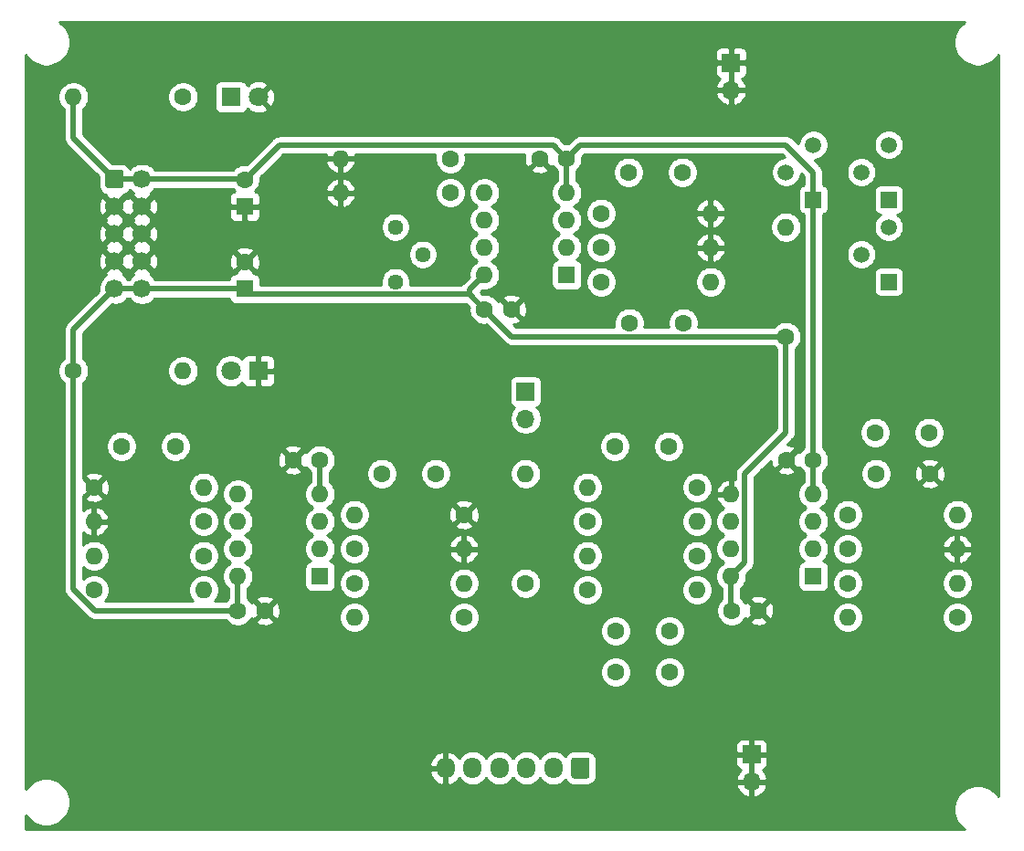
<source format=gbl>
G04 #@! TF.GenerationSoftware,KiCad,Pcbnew,(5.1.10)-1*
G04 #@! TF.CreationDate,2021-07-20T07:48:39+09:00*
G04 #@! TF.ProjectId,NOS02,4e4f5330-322e-46b6-9963-61645f706362,Ver. 1.0*
G04 #@! TF.SameCoordinates,Original*
G04 #@! TF.FileFunction,Copper,L2,Bot*
G04 #@! TF.FilePolarity,Positive*
%FSLAX46Y46*%
G04 Gerber Fmt 4.6, Leading zero omitted, Abs format (unit mm)*
G04 Created by KiCad (PCBNEW (5.1.10)-1) date 2021-07-20 07:48:39*
%MOMM*%
%LPD*%
G01*
G04 APERTURE LIST*
G04 #@! TA.AperFunction,ComponentPad*
%ADD10O,1.600000X1.600000*%
G04 #@! TD*
G04 #@! TA.AperFunction,ComponentPad*
%ADD11R,1.600000X1.600000*%
G04 #@! TD*
G04 #@! TA.AperFunction,ComponentPad*
%ADD12O,1.700000X1.700000*%
G04 #@! TD*
G04 #@! TA.AperFunction,ComponentPad*
%ADD13R,1.700000X1.700000*%
G04 #@! TD*
G04 #@! TA.AperFunction,ComponentPad*
%ADD14C,1.600000*%
G04 #@! TD*
G04 #@! TA.AperFunction,ComponentPad*
%ADD15C,1.440000*%
G04 #@! TD*
G04 #@! TA.AperFunction,ComponentPad*
%ADD16R,1.500000X1.500000*%
G04 #@! TD*
G04 #@! TA.AperFunction,ComponentPad*
%ADD17C,1.500000*%
G04 #@! TD*
G04 #@! TA.AperFunction,ComponentPad*
%ADD18O,1.700000X1.950000*%
G04 #@! TD*
G04 #@! TA.AperFunction,ComponentPad*
%ADD19C,1.700000*%
G04 #@! TD*
G04 #@! TA.AperFunction,ComponentPad*
%ADD20C,1.800000*%
G04 #@! TD*
G04 #@! TA.AperFunction,ComponentPad*
%ADD21R,1.800000X1.800000*%
G04 #@! TD*
G04 #@! TA.AperFunction,Conductor*
%ADD22C,0.500000*%
G04 #@! TD*
G04 #@! TA.AperFunction,Conductor*
%ADD23C,0.254000*%
G04 #@! TD*
G04 #@! TA.AperFunction,Conductor*
%ADD24C,0.100000*%
G04 #@! TD*
G04 APERTURE END LIST*
D10*
G04 #@! TO.P,U3,8*
G04 #@! TO.N,+12V*
X118110000Y-110490000D03*
G04 #@! TO.P,U3,4*
G04 #@! TO.N,-12V*
X125730000Y-102870000D03*
G04 #@! TO.P,U3,7*
G04 #@! TO.N,Net-(R23-Pad1)*
X118110000Y-107950000D03*
G04 #@! TO.P,U3,3*
G04 #@! TO.N,Net-(C16-Pad1)*
X125730000Y-105410000D03*
G04 #@! TO.P,U3,6*
G04 #@! TO.N,Net-(R22-Pad1)*
X118110000Y-105410000D03*
G04 #@! TO.P,U3,2*
G04 #@! TO.N,Net-(R16-Pad1)*
X125730000Y-107950000D03*
G04 #@! TO.P,U3,5*
G04 #@! TO.N,Net-(C17-Pad1)*
X118110000Y-102870000D03*
D11*
G04 #@! TO.P,U3,1*
G04 #@! TO.N,Net-(C17-Pad2)*
X125730000Y-110490000D03*
G04 #@! TD*
D10*
G04 #@! TO.P,U2,8*
G04 #@! TO.N,+12V*
X140970000Y-82550000D03*
G04 #@! TO.P,U2,4*
G04 #@! TO.N,-12V*
X148590000Y-74930000D03*
G04 #@! TO.P,U2,7*
G04 #@! TO.N,Net-(J2-Pad1)*
X140970000Y-80010000D03*
G04 #@! TO.P,U2,3*
G04 #@! TO.N,Net-(C14-Pad1)*
X148590000Y-77470000D03*
G04 #@! TO.P,U2,6*
G04 #@! TO.N,Net-(RV1-Pad2)*
X140970000Y-77470000D03*
G04 #@! TO.P,U2,2*
G04 #@! TO.N,Net-(R7-Pad1)*
X148590000Y-80010000D03*
G04 #@! TO.P,U2,5*
G04 #@! TO.N,Net-(C15-Pad1)*
X140970000Y-74930000D03*
D11*
G04 #@! TO.P,U2,1*
G04 #@! TO.N,Net-(C15-Pad2)*
X148590000Y-82550000D03*
G04 #@! TD*
D12*
G04 #@! TO.P,J5,2*
G04 #@! TO.N,GND*
X163830000Y-65405000D03*
D13*
G04 #@! TO.P,J5,1*
X163830000Y-62865000D03*
G04 #@! TD*
D14*
G04 #@! TO.P,C6,2*
G04 #@! TO.N,Net-(C6-Pad2)*
X177245000Y-100965000D03*
G04 #@! TO.P,C6,1*
G04 #@! TO.N,GND*
X182245000Y-100965000D03*
G04 #@! TD*
D10*
G04 #@! TO.P,U1,8*
G04 #@! TO.N,+12V*
X163830000Y-110490000D03*
G04 #@! TO.P,U1,4*
G04 #@! TO.N,-12V*
X171450000Y-102870000D03*
G04 #@! TO.P,U1,7*
G04 #@! TO.N,Net-(C11-Pad1)*
X163830000Y-107950000D03*
G04 #@! TO.P,U1,3*
G04 #@! TO.N,Net-(C6-Pad2)*
X171450000Y-105410000D03*
G04 #@! TO.P,U1,6*
G04 #@! TO.N,Net-(C11-Pad2)*
X163830000Y-105410000D03*
G04 #@! TO.P,U1,2*
G04 #@! TO.N,Net-(R1-Pad1)*
X171450000Y-107950000D03*
G04 #@! TO.P,U1,5*
G04 #@! TO.N,GND*
X163830000Y-102870000D03*
D11*
G04 #@! TO.P,U1,1*
G04 #@! TO.N,Net-(R2-Pad1)*
X171450000Y-110490000D03*
G04 #@! TD*
D15*
G04 #@! TO.P,RV1,3*
G04 #@! TO.N,Net-(J2-Pad1)*
X132715000Y-83185000D03*
G04 #@! TO.P,RV1,2*
G04 #@! TO.N,Net-(RV1-Pad2)*
X135255000Y-80645000D03*
G04 #@! TO.P,RV1,1*
G04 #@! TO.N,Net-(R9-Pad1)*
X132715000Y-78105000D03*
G04 #@! TD*
D10*
G04 #@! TO.P,R25,2*
G04 #@! TO.N,Net-(C17-Pad1)*
X114935000Y-102235000D03*
D14*
G04 #@! TO.P,R25,1*
G04 #@! TO.N,GND*
X104775000Y-102235000D03*
G04 #@! TD*
D10*
G04 #@! TO.P,R24,2*
G04 #@! TO.N,Net-(R23-Pad1)*
X114935000Y-111760000D03*
D14*
G04 #@! TO.P,R24,1*
G04 #@! TO.N,Net-(J3-Pad5)*
X104775000Y-111760000D03*
G04 #@! TD*
D10*
G04 #@! TO.P,R23,2*
G04 #@! TO.N,Net-(R22-Pad1)*
X104775000Y-108585000D03*
D14*
G04 #@! TO.P,R23,1*
G04 #@! TO.N,Net-(R23-Pad1)*
X114935000Y-108585000D03*
G04 #@! TD*
D10*
G04 #@! TO.P,R22,2*
G04 #@! TO.N,GND*
X104775000Y-105410000D03*
D14*
G04 #@! TO.P,R22,1*
G04 #@! TO.N,Net-(R22-Pad1)*
X114935000Y-105410000D03*
G04 #@! TD*
D10*
G04 #@! TO.P,R21,2*
G04 #@! TO.N,-12V*
X102870000Y-66040000D03*
D14*
G04 #@! TO.P,R21,1*
G04 #@! TO.N,Net-(D2-Pad1)*
X113030000Y-66040000D03*
G04 #@! TD*
D10*
G04 #@! TO.P,R20,2*
G04 #@! TO.N,Net-(D1-Pad2)*
X113030000Y-91440000D03*
D14*
G04 #@! TO.P,R20,1*
G04 #@! TO.N,+12V*
X102870000Y-91440000D03*
G04 #@! TD*
D10*
G04 #@! TO.P,R19,2*
G04 #@! TO.N,Net-(C16-Pad1)*
X128905000Y-104775000D03*
D14*
G04 #@! TO.P,R19,1*
G04 #@! TO.N,GND*
X139065000Y-104775000D03*
G04 #@! TD*
D10*
G04 #@! TO.P,R18,2*
G04 #@! TO.N,Net-(C17-Pad2)*
X128905000Y-114300000D03*
D14*
G04 #@! TO.P,R18,1*
G04 #@! TO.N,Net-(J3-Pad4)*
X139065000Y-114300000D03*
G04 #@! TD*
D10*
G04 #@! TO.P,R17,2*
G04 #@! TO.N,Net-(R16-Pad1)*
X139065000Y-111125000D03*
D14*
G04 #@! TO.P,R17,1*
G04 #@! TO.N,Net-(C17-Pad2)*
X128905000Y-111125000D03*
G04 #@! TD*
D10*
G04 #@! TO.P,R16,2*
G04 #@! TO.N,GND*
X139065000Y-107950000D03*
D14*
G04 #@! TO.P,R16,1*
G04 #@! TO.N,Net-(R16-Pad1)*
X128905000Y-107950000D03*
G04 #@! TD*
D10*
G04 #@! TO.P,R15,2*
G04 #@! TO.N,GND*
X127635000Y-71755000D03*
D14*
G04 #@! TO.P,R15,1*
G04 #@! TO.N,Net-(C15-Pad1)*
X137795000Y-71755000D03*
G04 #@! TD*
D10*
G04 #@! TO.P,R14,2*
G04 #@! TO.N,GND*
X161925000Y-76835000D03*
D14*
G04 #@! TO.P,R14,1*
G04 #@! TO.N,Net-(C14-Pad1)*
X151765000Y-76835000D03*
G04 #@! TD*
D10*
G04 #@! TO.P,R13,2*
G04 #@! TO.N,Net-(C13-Pad2)*
X144780000Y-100965000D03*
D14*
G04 #@! TO.P,R13,1*
G04 #@! TO.N,Net-(J3-Pad3)*
X144780000Y-111125000D03*
G04 #@! TD*
D10*
G04 #@! TO.P,R12,2*
G04 #@! TO.N,Net-(C14-Pad2)*
X168910000Y-78105000D03*
D14*
G04 #@! TO.P,R12,1*
G04 #@! TO.N,+12V*
X168910000Y-88265000D03*
G04 #@! TD*
D10*
G04 #@! TO.P,R11,2*
G04 #@! TO.N,Net-(C13-Pad1)*
X150495000Y-102235000D03*
D14*
G04 #@! TO.P,R11,1*
G04 #@! TO.N,Net-(C11-Pad2)*
X160655000Y-102235000D03*
G04 #@! TD*
D10*
G04 #@! TO.P,R10,2*
G04 #@! TO.N,Net-(C11-Pad1)*
X160655000Y-111760000D03*
D14*
G04 #@! TO.P,R10,1*
G04 #@! TO.N,Net-(J3-Pad2)*
X150495000Y-111760000D03*
G04 #@! TD*
D10*
G04 #@! TO.P,R9,2*
G04 #@! TO.N,GND*
X127635000Y-74930000D03*
D14*
G04 #@! TO.P,R9,1*
G04 #@! TO.N,Net-(R9-Pad1)*
X137795000Y-74930000D03*
G04 #@! TD*
D10*
G04 #@! TO.P,R8,2*
G04 #@! TO.N,Net-(R7-Pad1)*
X161925000Y-83185000D03*
D14*
G04 #@! TO.P,R8,1*
G04 #@! TO.N,Net-(C15-Pad2)*
X151765000Y-83185000D03*
G04 #@! TD*
D10*
G04 #@! TO.P,R7,2*
G04 #@! TO.N,GND*
X161925000Y-80010000D03*
D14*
G04 #@! TO.P,R7,1*
G04 #@! TO.N,Net-(R7-Pad1)*
X151765000Y-80010000D03*
G04 #@! TD*
D10*
G04 #@! TO.P,R6,2*
G04 #@! TO.N,Net-(C11-Pad2)*
X150495000Y-108585000D03*
D14*
G04 #@! TO.P,R6,1*
G04 #@! TO.N,Net-(C11-Pad1)*
X160655000Y-108585000D03*
G04 #@! TD*
D10*
G04 #@! TO.P,R5,2*
G04 #@! TO.N,Net-(C11-Pad2)*
X160655000Y-105410000D03*
D14*
G04 #@! TO.P,R5,1*
G04 #@! TO.N,Net-(C12-Pad2)*
X150495000Y-105410000D03*
G04 #@! TD*
D10*
G04 #@! TO.P,R4,2*
G04 #@! TO.N,Net-(R2-Pad1)*
X174625000Y-114300000D03*
D14*
G04 #@! TO.P,R4,1*
G04 #@! TO.N,Net-(J3-Pad1)*
X184785000Y-114300000D03*
G04 #@! TD*
D10*
G04 #@! TO.P,R3,2*
G04 #@! TO.N,Net-(C5-Pad2)*
X184785000Y-104775000D03*
D14*
G04 #@! TO.P,R3,1*
G04 #@! TO.N,Net-(C6-Pad2)*
X174625000Y-104775000D03*
G04 #@! TD*
D10*
G04 #@! TO.P,R2,2*
G04 #@! TO.N,Net-(R1-Pad1)*
X184785000Y-111125000D03*
D14*
G04 #@! TO.P,R2,1*
G04 #@! TO.N,Net-(R2-Pad1)*
X174625000Y-111125000D03*
G04 #@! TD*
D10*
G04 #@! TO.P,R1,2*
G04 #@! TO.N,GND*
X184785000Y-107950000D03*
D14*
G04 #@! TO.P,R1,1*
G04 #@! TO.N,Net-(R1-Pad1)*
X174625000Y-107950000D03*
G04 #@! TD*
D16*
G04 #@! TO.P,Q3,1*
G04 #@! TO.N,N/C*
X178435000Y-83185000D03*
D17*
G04 #@! TO.P,Q3,3*
G04 #@! TO.N,Net-(C14-Pad2)*
X178435000Y-78105000D03*
G04 #@! TO.P,Q3,2*
G04 #@! TO.N,Net-(Q1-Pad3)*
X175895000Y-80645000D03*
G04 #@! TD*
D16*
G04 #@! TO.P,Q2,1*
G04 #@! TO.N,-12V*
X171450000Y-75565000D03*
D17*
G04 #@! TO.P,Q2,3*
G04 #@! TO.N,Net-(Q1-Pad3)*
X171450000Y-70485000D03*
G04 #@! TO.P,Q2,2*
G04 #@! TO.N,Net-(C14-Pad2)*
X168910000Y-73025000D03*
G04 #@! TD*
D16*
G04 #@! TO.P,Q1,1*
G04 #@! TO.N,Net-(C14-Pad2)*
X178435000Y-75565000D03*
D17*
G04 #@! TO.P,Q1,3*
G04 #@! TO.N,Net-(Q1-Pad3)*
X178435000Y-70485000D03*
G04 #@! TO.P,Q1,2*
G04 #@! TO.N,N/C*
X175895000Y-73025000D03*
G04 #@! TD*
D12*
G04 #@! TO.P,J4,2*
G04 #@! TO.N,GND*
X165735000Y-129540000D03*
D13*
G04 #@! TO.P,J4,1*
X165735000Y-127000000D03*
G04 #@! TD*
D18*
G04 #@! TO.P,J3,6*
G04 #@! TO.N,GND*
X137360000Y-128270000D03*
G04 #@! TO.P,J3,5*
G04 #@! TO.N,Net-(J3-Pad5)*
X139860000Y-128270000D03*
G04 #@! TO.P,J3,4*
G04 #@! TO.N,Net-(J3-Pad4)*
X142360000Y-128270000D03*
G04 #@! TO.P,J3,3*
G04 #@! TO.N,Net-(J3-Pad3)*
X144860000Y-128270000D03*
G04 #@! TO.P,J3,2*
G04 #@! TO.N,Net-(J3-Pad2)*
X147360000Y-128270000D03*
G04 #@! TO.P,J3,1*
G04 #@! TO.N,Net-(J3-Pad1)*
G04 #@! TA.AperFunction,ComponentPad*
G36*
G01*
X150710000Y-127545000D02*
X150710000Y-128995000D01*
G75*
G02*
X150460000Y-129245000I-250000J0D01*
G01*
X149260000Y-129245000D01*
G75*
G02*
X149010000Y-128995000I0J250000D01*
G01*
X149010000Y-127545000D01*
G75*
G02*
X149260000Y-127295000I250000J0D01*
G01*
X150460000Y-127295000D01*
G75*
G02*
X150710000Y-127545000I0J-250000D01*
G01*
G37*
G04 #@! TD.AperFunction*
G04 #@! TD*
D12*
G04 #@! TO.P,J2,2*
G04 #@! TO.N,Net-(C13-Pad2)*
X144780000Y-95885000D03*
D13*
G04 #@! TO.P,J2,1*
G04 #@! TO.N,Net-(J2-Pad1)*
X144780000Y-93345000D03*
G04 #@! TD*
D19*
G04 #@! TO.P,J1,10*
G04 #@! TO.N,+12V*
X109220000Y-83820000D03*
G04 #@! TO.P,J1,8*
G04 #@! TO.N,GND*
X109220000Y-81280000D03*
G04 #@! TO.P,J1,6*
X109220000Y-78740000D03*
G04 #@! TO.P,J1,4*
X109220000Y-76200000D03*
G04 #@! TO.P,J1,2*
G04 #@! TO.N,-12V*
X109220000Y-73660000D03*
G04 #@! TO.P,J1,9*
G04 #@! TO.N,+12V*
X106680000Y-83820000D03*
G04 #@! TO.P,J1,7*
G04 #@! TO.N,GND*
X106680000Y-81280000D03*
G04 #@! TO.P,J1,5*
X106680000Y-78740000D03*
G04 #@! TO.P,J1,3*
X106680000Y-76200000D03*
G04 #@! TO.P,J1,1*
G04 #@! TO.N,-12V*
G04 #@! TA.AperFunction,ComponentPad*
G36*
G01*
X105830000Y-74260000D02*
X105830000Y-73060000D01*
G75*
G02*
X106080000Y-72810000I250000J0D01*
G01*
X107280000Y-72810000D01*
G75*
G02*
X107530000Y-73060000I0J-250000D01*
G01*
X107530000Y-74260000D01*
G75*
G02*
X107280000Y-74510000I-250000J0D01*
G01*
X106080000Y-74510000D01*
G75*
G02*
X105830000Y-74260000I0J250000D01*
G01*
G37*
G04 #@! TD.AperFunction*
G04 #@! TD*
D20*
G04 #@! TO.P,D2,2*
G04 #@! TO.N,GND*
X120015000Y-66040000D03*
D21*
G04 #@! TO.P,D2,1*
G04 #@! TO.N,Net-(D2-Pad1)*
X117475000Y-66040000D03*
G04 #@! TD*
D20*
G04 #@! TO.P,D1,2*
G04 #@! TO.N,Net-(D1-Pad2)*
X117475000Y-91440000D03*
D21*
G04 #@! TO.P,D1,1*
G04 #@! TO.N,GND*
X120015000Y-91440000D03*
G04 #@! TD*
D14*
G04 #@! TO.P,C17,2*
G04 #@! TO.N,Net-(C17-Pad2)*
X112315000Y-98425000D03*
G04 #@! TO.P,C17,1*
G04 #@! TO.N,Net-(C17-Pad1)*
X107315000Y-98425000D03*
G04 #@! TD*
G04 #@! TO.P,C16,2*
G04 #@! TO.N,Net-(C13-Pad2)*
X136445000Y-100965000D03*
G04 #@! TO.P,C16,1*
G04 #@! TO.N,Net-(C16-Pad1)*
X131445000Y-100965000D03*
G04 #@! TD*
G04 #@! TO.P,C15,2*
G04 #@! TO.N,Net-(C15-Pad2)*
X154385000Y-86995000D03*
G04 #@! TO.P,C15,1*
G04 #@! TO.N,Net-(C15-Pad1)*
X159385000Y-86995000D03*
G04 #@! TD*
G04 #@! TO.P,C14,2*
G04 #@! TO.N,Net-(C14-Pad2)*
X159305000Y-73025000D03*
G04 #@! TO.P,C14,1*
G04 #@! TO.N,Net-(C14-Pad1)*
X154305000Y-73025000D03*
G04 #@! TD*
G04 #@! TO.P,C13,2*
G04 #@! TO.N,Net-(C13-Pad2)*
X158035000Y-98425000D03*
G04 #@! TO.P,C13,1*
G04 #@! TO.N,Net-(C13-Pad1)*
X153035000Y-98425000D03*
G04 #@! TD*
G04 #@! TO.P,C12,2*
G04 #@! TO.N,Net-(C12-Pad2)*
X153115000Y-115570000D03*
G04 #@! TO.P,C12,1*
G04 #@! TO.N,Net-(C11-Pad1)*
X158115000Y-115570000D03*
G04 #@! TD*
G04 #@! TO.P,C11,2*
G04 #@! TO.N,Net-(C11-Pad2)*
X153115000Y-119380000D03*
G04 #@! TO.P,C11,1*
G04 #@! TO.N,Net-(C11-Pad1)*
X158115000Y-119380000D03*
G04 #@! TD*
G04 #@! TO.P,C10,2*
G04 #@! TO.N,GND*
X146090000Y-71755000D03*
G04 #@! TO.P,C10,1*
G04 #@! TO.N,-12V*
X148590000Y-71755000D03*
G04 #@! TD*
G04 #@! TO.P,C9,2*
G04 #@! TO.N,GND*
X123230000Y-99695000D03*
G04 #@! TO.P,C9,1*
G04 #@! TO.N,-12V*
X125730000Y-99695000D03*
G04 #@! TD*
G04 #@! TO.P,C8,2*
G04 #@! TO.N,GND*
X168950000Y-99695000D03*
G04 #@! TO.P,C8,1*
G04 #@! TO.N,-12V*
X171450000Y-99695000D03*
G04 #@! TD*
G04 #@! TO.P,C7,2*
G04 #@! TO.N,-12V*
X118745000Y-73700000D03*
D11*
G04 #@! TO.P,C7,1*
G04 #@! TO.N,GND*
X118745000Y-76200000D03*
G04 #@! TD*
D14*
G04 #@! TO.P,C5,2*
G04 #@! TO.N,Net-(C5-Pad2)*
X182165000Y-97155000D03*
G04 #@! TO.P,C5,1*
G04 #@! TO.N,Net-(C13-Pad2)*
X177165000Y-97155000D03*
G04 #@! TD*
G04 #@! TO.P,C4,2*
G04 #@! TO.N,+12V*
X118110000Y-113665000D03*
G04 #@! TO.P,C4,1*
G04 #@! TO.N,GND*
X120610000Y-113665000D03*
G04 #@! TD*
G04 #@! TO.P,C3,2*
G04 #@! TO.N,+12V*
X140970000Y-85725000D03*
G04 #@! TO.P,C3,1*
G04 #@! TO.N,GND*
X143470000Y-85725000D03*
G04 #@! TD*
G04 #@! TO.P,C2,2*
G04 #@! TO.N,+12V*
X163870000Y-113665000D03*
G04 #@! TO.P,C2,1*
G04 #@! TO.N,GND*
X166370000Y-113665000D03*
G04 #@! TD*
G04 #@! TO.P,C1,2*
G04 #@! TO.N,GND*
X118745000Y-81320000D03*
D11*
G04 #@! TO.P,C1,1*
G04 #@! TO.N,+12V*
X118745000Y-83820000D03*
G04 #@! TD*
D22*
G04 #@! TO.N,+12V*
X102870000Y-87630000D02*
X106680000Y-83820000D01*
X102870000Y-91440000D02*
X102870000Y-87630000D01*
X106680000Y-83820000D02*
X109220000Y-83820000D01*
X109220000Y-83820000D02*
X118745000Y-83820000D01*
X104829998Y-113665000D02*
X118110000Y-113665000D01*
X102870000Y-111705002D02*
X104829998Y-113665000D01*
X102870000Y-91440000D02*
X102870000Y-111705002D01*
X118110000Y-113665000D02*
X118110000Y-110490000D01*
X139600001Y-84355001D02*
X140970000Y-85725000D01*
X119280001Y-84355001D02*
X139600001Y-84355001D01*
X118745000Y-83820000D02*
X119280001Y-84355001D01*
X139600001Y-83919999D02*
X139600001Y-84355001D01*
X140970000Y-82550000D02*
X139600001Y-83919999D01*
X143510000Y-88265000D02*
X168910000Y-88265000D01*
X140970000Y-85725000D02*
X143510000Y-88265000D01*
X165080001Y-109239999D02*
X165080001Y-100984999D01*
X163830000Y-110490000D02*
X165080001Y-109239999D01*
X168910000Y-97155000D02*
X168910000Y-88265000D01*
X165080001Y-100984999D02*
X168910000Y-97155000D01*
X163830000Y-113625000D02*
X163870000Y-113665000D01*
X163830000Y-110490000D02*
X163830000Y-113625000D01*
G04 #@! TO.N,-12V*
X102870000Y-69850000D02*
X106680000Y-73660000D01*
X102870000Y-66040000D02*
X102870000Y-69850000D01*
X106680000Y-73660000D02*
X109220000Y-73660000D01*
X118705000Y-73660000D02*
X118745000Y-73700000D01*
X109220000Y-73660000D02*
X118705000Y-73660000D01*
X171450000Y-102870000D02*
X171450000Y-99695000D01*
X171450000Y-99695000D02*
X171450000Y-75565000D01*
X147339999Y-70504999D02*
X148590000Y-71755000D01*
X121940001Y-70504999D02*
X147339999Y-70504999D01*
X118745000Y-73700000D02*
X121940001Y-70504999D01*
X148590000Y-71755000D02*
X149860000Y-70485000D01*
X149860000Y-70485000D02*
X168910000Y-70485000D01*
X171450000Y-73025000D02*
X171450000Y-75565000D01*
X168910000Y-70485000D02*
X171450000Y-73025000D01*
X125730000Y-99695000D02*
X125730000Y-102870000D01*
X148590000Y-71755000D02*
X148590000Y-74930000D01*
G04 #@! TD*
D23*
G04 #@! TO.N,GND*
X185265271Y-59223962D02*
X184953962Y-59535271D01*
X184709369Y-59901331D01*
X184540890Y-60308075D01*
X184455000Y-60739872D01*
X184455000Y-61180128D01*
X184540890Y-61611925D01*
X184709369Y-62018669D01*
X184953962Y-62384729D01*
X185265271Y-62696038D01*
X185631331Y-62940631D01*
X186038075Y-63109110D01*
X186469872Y-63195000D01*
X186910128Y-63195000D01*
X187341925Y-63109110D01*
X187748669Y-62940631D01*
X188114729Y-62696038D01*
X188426038Y-62384729D01*
X188570000Y-62169274D01*
X188570001Y-130870727D01*
X188426038Y-130655271D01*
X188114729Y-130343962D01*
X187748669Y-130099369D01*
X187341925Y-129930890D01*
X186910128Y-129845000D01*
X186469872Y-129845000D01*
X186038075Y-129930890D01*
X185631331Y-130099369D01*
X185265271Y-130343962D01*
X184953962Y-130655271D01*
X184709369Y-131021331D01*
X184540890Y-131428075D01*
X184455000Y-131859872D01*
X184455000Y-132300128D01*
X184540890Y-132731925D01*
X184709369Y-133138669D01*
X184953962Y-133504729D01*
X185265271Y-133816038D01*
X185480726Y-133960000D01*
X98450000Y-133960000D01*
X98450000Y-132654274D01*
X98593962Y-132869729D01*
X98905271Y-133181038D01*
X99271331Y-133425631D01*
X99678075Y-133594110D01*
X100109872Y-133680000D01*
X100550128Y-133680000D01*
X100981925Y-133594110D01*
X101388669Y-133425631D01*
X101754729Y-133181038D01*
X102066038Y-132869729D01*
X102310631Y-132503669D01*
X102479110Y-132096925D01*
X102565000Y-131665128D01*
X102565000Y-131224872D01*
X102479110Y-130793075D01*
X102310631Y-130386331D01*
X102066038Y-130020271D01*
X101942657Y-129896890D01*
X164293524Y-129896890D01*
X164338175Y-130044099D01*
X164463359Y-130306920D01*
X164637412Y-130540269D01*
X164853645Y-130735178D01*
X165103748Y-130884157D01*
X165378109Y-130981481D01*
X165608000Y-130860814D01*
X165608000Y-129667000D01*
X165862000Y-129667000D01*
X165862000Y-130860814D01*
X166091891Y-130981481D01*
X166366252Y-130884157D01*
X166616355Y-130735178D01*
X166832588Y-130540269D01*
X167006641Y-130306920D01*
X167131825Y-130044099D01*
X167176476Y-129896890D01*
X167055155Y-129667000D01*
X165862000Y-129667000D01*
X165608000Y-129667000D01*
X164414845Y-129667000D01*
X164293524Y-129896890D01*
X101942657Y-129896890D01*
X101754729Y-129708962D01*
X101388669Y-129464369D01*
X100981925Y-129295890D01*
X100550128Y-129210000D01*
X100109872Y-129210000D01*
X99678075Y-129295890D01*
X99271331Y-129464369D01*
X98905271Y-129708962D01*
X98593962Y-130020271D01*
X98450000Y-130235726D01*
X98450000Y-128629267D01*
X135893680Y-128629267D01*
X135967558Y-128910830D01*
X136094947Y-129172570D01*
X136270951Y-129404429D01*
X136488807Y-129597496D01*
X136740142Y-129744352D01*
X137003110Y-129836476D01*
X137233000Y-129715155D01*
X137233000Y-128397000D01*
X136033835Y-128397000D01*
X135893680Y-128629267D01*
X98450000Y-128629267D01*
X98450000Y-127910733D01*
X135893680Y-127910733D01*
X136033835Y-128143000D01*
X137233000Y-128143000D01*
X137233000Y-126824845D01*
X137487000Y-126824845D01*
X137487000Y-128143000D01*
X137507000Y-128143000D01*
X137507000Y-128397000D01*
X137487000Y-128397000D01*
X137487000Y-129715155D01*
X137716890Y-129836476D01*
X137979858Y-129744352D01*
X138231193Y-129597496D01*
X138449049Y-129404429D01*
X138605538Y-129198278D01*
X138619294Y-129224013D01*
X138804866Y-129450134D01*
X139030986Y-129635706D01*
X139288966Y-129773599D01*
X139568889Y-129858513D01*
X139860000Y-129887185D01*
X140151110Y-129858513D01*
X140431033Y-129773599D01*
X140689013Y-129635706D01*
X140915134Y-129450134D01*
X141100706Y-129224014D01*
X141110000Y-129206626D01*
X141119294Y-129224013D01*
X141304866Y-129450134D01*
X141530986Y-129635706D01*
X141788966Y-129773599D01*
X142068889Y-129858513D01*
X142360000Y-129887185D01*
X142651110Y-129858513D01*
X142931033Y-129773599D01*
X143189013Y-129635706D01*
X143415134Y-129450134D01*
X143600706Y-129224014D01*
X143610000Y-129206626D01*
X143619294Y-129224013D01*
X143804866Y-129450134D01*
X144030986Y-129635706D01*
X144288966Y-129773599D01*
X144568889Y-129858513D01*
X144860000Y-129887185D01*
X145151110Y-129858513D01*
X145431033Y-129773599D01*
X145689013Y-129635706D01*
X145915134Y-129450134D01*
X146100706Y-129224014D01*
X146110000Y-129206626D01*
X146119294Y-129224013D01*
X146304866Y-129450134D01*
X146530986Y-129635706D01*
X146788966Y-129773599D01*
X147068889Y-129858513D01*
X147360000Y-129887185D01*
X147651110Y-129858513D01*
X147931033Y-129773599D01*
X148189013Y-129635706D01*
X148415134Y-129450134D01*
X148467223Y-129386663D01*
X148521595Y-129488386D01*
X148632038Y-129622962D01*
X148766614Y-129733405D01*
X148920150Y-129815472D01*
X149086746Y-129866008D01*
X149260000Y-129883072D01*
X150460000Y-129883072D01*
X150633254Y-129866008D01*
X150799850Y-129815472D01*
X150953386Y-129733405D01*
X151087962Y-129622962D01*
X151198405Y-129488386D01*
X151280472Y-129334850D01*
X151331008Y-129168254D01*
X151348072Y-128995000D01*
X151348072Y-127850000D01*
X164246928Y-127850000D01*
X164259188Y-127974482D01*
X164295498Y-128094180D01*
X164354463Y-128204494D01*
X164433815Y-128301185D01*
X164530506Y-128380537D01*
X164640820Y-128439502D01*
X164721466Y-128463966D01*
X164637412Y-128539731D01*
X164463359Y-128773080D01*
X164338175Y-129035901D01*
X164293524Y-129183110D01*
X164414845Y-129413000D01*
X165608000Y-129413000D01*
X165608000Y-127127000D01*
X165862000Y-127127000D01*
X165862000Y-129413000D01*
X167055155Y-129413000D01*
X167176476Y-129183110D01*
X167131825Y-129035901D01*
X167006641Y-128773080D01*
X166832588Y-128539731D01*
X166748534Y-128463966D01*
X166829180Y-128439502D01*
X166939494Y-128380537D01*
X167036185Y-128301185D01*
X167115537Y-128204494D01*
X167174502Y-128094180D01*
X167210812Y-127974482D01*
X167223072Y-127850000D01*
X167220000Y-127285750D01*
X167061250Y-127127000D01*
X165862000Y-127127000D01*
X165608000Y-127127000D01*
X164408750Y-127127000D01*
X164250000Y-127285750D01*
X164246928Y-127850000D01*
X151348072Y-127850000D01*
X151348072Y-127545000D01*
X151331008Y-127371746D01*
X151280472Y-127205150D01*
X151198405Y-127051614D01*
X151087962Y-126917038D01*
X150953386Y-126806595D01*
X150799850Y-126724528D01*
X150633254Y-126673992D01*
X150460000Y-126656928D01*
X149260000Y-126656928D01*
X149086746Y-126673992D01*
X148920150Y-126724528D01*
X148766614Y-126806595D01*
X148632038Y-126917038D01*
X148521595Y-127051614D01*
X148467223Y-127153337D01*
X148415134Y-127089866D01*
X148189014Y-126904294D01*
X147931034Y-126766401D01*
X147651111Y-126681487D01*
X147360000Y-126652815D01*
X147068890Y-126681487D01*
X146788967Y-126766401D01*
X146530987Y-126904294D01*
X146304866Y-127089866D01*
X146119294Y-127315986D01*
X146110000Y-127333374D01*
X146100706Y-127315986D01*
X145915134Y-127089866D01*
X145689014Y-126904294D01*
X145431034Y-126766401D01*
X145151111Y-126681487D01*
X144860000Y-126652815D01*
X144568890Y-126681487D01*
X144288967Y-126766401D01*
X144030987Y-126904294D01*
X143804866Y-127089866D01*
X143619294Y-127315986D01*
X143610000Y-127333374D01*
X143600706Y-127315986D01*
X143415134Y-127089866D01*
X143189014Y-126904294D01*
X142931034Y-126766401D01*
X142651111Y-126681487D01*
X142360000Y-126652815D01*
X142068890Y-126681487D01*
X141788967Y-126766401D01*
X141530987Y-126904294D01*
X141304866Y-127089866D01*
X141119294Y-127315986D01*
X141110000Y-127333374D01*
X141100706Y-127315986D01*
X140915134Y-127089866D01*
X140689014Y-126904294D01*
X140431034Y-126766401D01*
X140151111Y-126681487D01*
X139860000Y-126652815D01*
X139568890Y-126681487D01*
X139288967Y-126766401D01*
X139030987Y-126904294D01*
X138804866Y-127089866D01*
X138619294Y-127315986D01*
X138605538Y-127341722D01*
X138449049Y-127135571D01*
X138231193Y-126942504D01*
X137979858Y-126795648D01*
X137716890Y-126703524D01*
X137487000Y-126824845D01*
X137233000Y-126824845D01*
X137003110Y-126703524D01*
X136740142Y-126795648D01*
X136488807Y-126942504D01*
X136270951Y-127135571D01*
X136094947Y-127367430D01*
X135967558Y-127629170D01*
X135893680Y-127910733D01*
X98450000Y-127910733D01*
X98450000Y-126150000D01*
X164246928Y-126150000D01*
X164250000Y-126714250D01*
X164408750Y-126873000D01*
X165608000Y-126873000D01*
X165608000Y-125673750D01*
X165862000Y-125673750D01*
X165862000Y-126873000D01*
X167061250Y-126873000D01*
X167220000Y-126714250D01*
X167223072Y-126150000D01*
X167210812Y-126025518D01*
X167174502Y-125905820D01*
X167115537Y-125795506D01*
X167036185Y-125698815D01*
X166939494Y-125619463D01*
X166829180Y-125560498D01*
X166709482Y-125524188D01*
X166585000Y-125511928D01*
X166020750Y-125515000D01*
X165862000Y-125673750D01*
X165608000Y-125673750D01*
X165449250Y-125515000D01*
X164885000Y-125511928D01*
X164760518Y-125524188D01*
X164640820Y-125560498D01*
X164530506Y-125619463D01*
X164433815Y-125698815D01*
X164354463Y-125795506D01*
X164295498Y-125905820D01*
X164259188Y-126025518D01*
X164246928Y-126150000D01*
X98450000Y-126150000D01*
X98450000Y-119238665D01*
X151680000Y-119238665D01*
X151680000Y-119521335D01*
X151735147Y-119798574D01*
X151843320Y-120059727D01*
X152000363Y-120294759D01*
X152200241Y-120494637D01*
X152435273Y-120651680D01*
X152696426Y-120759853D01*
X152973665Y-120815000D01*
X153256335Y-120815000D01*
X153533574Y-120759853D01*
X153794727Y-120651680D01*
X154029759Y-120494637D01*
X154229637Y-120294759D01*
X154386680Y-120059727D01*
X154494853Y-119798574D01*
X154550000Y-119521335D01*
X154550000Y-119238665D01*
X156680000Y-119238665D01*
X156680000Y-119521335D01*
X156735147Y-119798574D01*
X156843320Y-120059727D01*
X157000363Y-120294759D01*
X157200241Y-120494637D01*
X157435273Y-120651680D01*
X157696426Y-120759853D01*
X157973665Y-120815000D01*
X158256335Y-120815000D01*
X158533574Y-120759853D01*
X158794727Y-120651680D01*
X159029759Y-120494637D01*
X159229637Y-120294759D01*
X159386680Y-120059727D01*
X159494853Y-119798574D01*
X159550000Y-119521335D01*
X159550000Y-119238665D01*
X159494853Y-118961426D01*
X159386680Y-118700273D01*
X159229637Y-118465241D01*
X159029759Y-118265363D01*
X158794727Y-118108320D01*
X158533574Y-118000147D01*
X158256335Y-117945000D01*
X157973665Y-117945000D01*
X157696426Y-118000147D01*
X157435273Y-118108320D01*
X157200241Y-118265363D01*
X157000363Y-118465241D01*
X156843320Y-118700273D01*
X156735147Y-118961426D01*
X156680000Y-119238665D01*
X154550000Y-119238665D01*
X154494853Y-118961426D01*
X154386680Y-118700273D01*
X154229637Y-118465241D01*
X154029759Y-118265363D01*
X153794727Y-118108320D01*
X153533574Y-118000147D01*
X153256335Y-117945000D01*
X152973665Y-117945000D01*
X152696426Y-118000147D01*
X152435273Y-118108320D01*
X152200241Y-118265363D01*
X152000363Y-118465241D01*
X151843320Y-118700273D01*
X151735147Y-118961426D01*
X151680000Y-119238665D01*
X98450000Y-119238665D01*
X98450000Y-91298665D01*
X101435000Y-91298665D01*
X101435000Y-91581335D01*
X101490147Y-91858574D01*
X101598320Y-92119727D01*
X101755363Y-92354759D01*
X101955241Y-92554637D01*
X101985000Y-92574521D01*
X101985001Y-111661523D01*
X101980719Y-111705002D01*
X101997805Y-111878492D01*
X102048412Y-112045315D01*
X102130590Y-112199061D01*
X102213468Y-112300048D01*
X102213471Y-112300051D01*
X102241184Y-112333819D01*
X102274951Y-112361531D01*
X104173468Y-114260049D01*
X104201181Y-114293817D01*
X104234949Y-114321530D01*
X104234951Y-114321532D01*
X104263214Y-114344727D01*
X104335939Y-114404411D01*
X104489685Y-114486589D01*
X104656508Y-114537195D01*
X104786521Y-114550000D01*
X104786529Y-114550000D01*
X104829998Y-114554281D01*
X104873467Y-114550000D01*
X116975479Y-114550000D01*
X116995363Y-114579759D01*
X117195241Y-114779637D01*
X117430273Y-114936680D01*
X117691426Y-115044853D01*
X117968665Y-115100000D01*
X118251335Y-115100000D01*
X118528574Y-115044853D01*
X118789727Y-114936680D01*
X119024759Y-114779637D01*
X119146694Y-114657702D01*
X119796903Y-114657702D01*
X119868486Y-114901671D01*
X120123996Y-115022571D01*
X120398184Y-115091300D01*
X120680512Y-115105217D01*
X120960130Y-115063787D01*
X121226292Y-114968603D01*
X121351514Y-114901671D01*
X121423097Y-114657702D01*
X120610000Y-113844605D01*
X119796903Y-114657702D01*
X119146694Y-114657702D01*
X119224637Y-114579759D01*
X119358692Y-114379131D01*
X119373329Y-114406514D01*
X119617298Y-114478097D01*
X120430395Y-113665000D01*
X120789605Y-113665000D01*
X121602702Y-114478097D01*
X121846671Y-114406514D01*
X121963946Y-114158665D01*
X127470000Y-114158665D01*
X127470000Y-114441335D01*
X127525147Y-114718574D01*
X127633320Y-114979727D01*
X127790363Y-115214759D01*
X127990241Y-115414637D01*
X128225273Y-115571680D01*
X128486426Y-115679853D01*
X128763665Y-115735000D01*
X129046335Y-115735000D01*
X129323574Y-115679853D01*
X129584727Y-115571680D01*
X129819759Y-115414637D01*
X130019637Y-115214759D01*
X130176680Y-114979727D01*
X130284853Y-114718574D01*
X130340000Y-114441335D01*
X130340000Y-114158665D01*
X137630000Y-114158665D01*
X137630000Y-114441335D01*
X137685147Y-114718574D01*
X137793320Y-114979727D01*
X137950363Y-115214759D01*
X138150241Y-115414637D01*
X138385273Y-115571680D01*
X138646426Y-115679853D01*
X138923665Y-115735000D01*
X139206335Y-115735000D01*
X139483574Y-115679853D01*
X139744727Y-115571680D01*
X139958764Y-115428665D01*
X151680000Y-115428665D01*
X151680000Y-115711335D01*
X151735147Y-115988574D01*
X151843320Y-116249727D01*
X152000363Y-116484759D01*
X152200241Y-116684637D01*
X152435273Y-116841680D01*
X152696426Y-116949853D01*
X152973665Y-117005000D01*
X153256335Y-117005000D01*
X153533574Y-116949853D01*
X153794727Y-116841680D01*
X154029759Y-116684637D01*
X154229637Y-116484759D01*
X154386680Y-116249727D01*
X154494853Y-115988574D01*
X154550000Y-115711335D01*
X154550000Y-115428665D01*
X156680000Y-115428665D01*
X156680000Y-115711335D01*
X156735147Y-115988574D01*
X156843320Y-116249727D01*
X157000363Y-116484759D01*
X157200241Y-116684637D01*
X157435273Y-116841680D01*
X157696426Y-116949853D01*
X157973665Y-117005000D01*
X158256335Y-117005000D01*
X158533574Y-116949853D01*
X158794727Y-116841680D01*
X159029759Y-116684637D01*
X159229637Y-116484759D01*
X159386680Y-116249727D01*
X159494853Y-115988574D01*
X159550000Y-115711335D01*
X159550000Y-115428665D01*
X159494853Y-115151426D01*
X159386680Y-114890273D01*
X159229637Y-114655241D01*
X159029759Y-114455363D01*
X158794727Y-114298320D01*
X158533574Y-114190147D01*
X158256335Y-114135000D01*
X157973665Y-114135000D01*
X157696426Y-114190147D01*
X157435273Y-114298320D01*
X157200241Y-114455363D01*
X157000363Y-114655241D01*
X156843320Y-114890273D01*
X156735147Y-115151426D01*
X156680000Y-115428665D01*
X154550000Y-115428665D01*
X154494853Y-115151426D01*
X154386680Y-114890273D01*
X154229637Y-114655241D01*
X154029759Y-114455363D01*
X153794727Y-114298320D01*
X153533574Y-114190147D01*
X153256335Y-114135000D01*
X152973665Y-114135000D01*
X152696426Y-114190147D01*
X152435273Y-114298320D01*
X152200241Y-114455363D01*
X152000363Y-114655241D01*
X151843320Y-114890273D01*
X151735147Y-115151426D01*
X151680000Y-115428665D01*
X139958764Y-115428665D01*
X139979759Y-115414637D01*
X140179637Y-115214759D01*
X140336680Y-114979727D01*
X140444853Y-114718574D01*
X140500000Y-114441335D01*
X140500000Y-114158665D01*
X140444853Y-113881426D01*
X140336680Y-113620273D01*
X140179637Y-113385241D01*
X139979759Y-113185363D01*
X139744727Y-113028320D01*
X139483574Y-112920147D01*
X139206335Y-112865000D01*
X138923665Y-112865000D01*
X138646426Y-112920147D01*
X138385273Y-113028320D01*
X138150241Y-113185363D01*
X137950363Y-113385241D01*
X137793320Y-113620273D01*
X137685147Y-113881426D01*
X137630000Y-114158665D01*
X130340000Y-114158665D01*
X130284853Y-113881426D01*
X130176680Y-113620273D01*
X130019637Y-113385241D01*
X129819759Y-113185363D01*
X129584727Y-113028320D01*
X129323574Y-112920147D01*
X129046335Y-112865000D01*
X128763665Y-112865000D01*
X128486426Y-112920147D01*
X128225273Y-113028320D01*
X127990241Y-113185363D01*
X127790363Y-113385241D01*
X127633320Y-113620273D01*
X127525147Y-113881426D01*
X127470000Y-114158665D01*
X121963946Y-114158665D01*
X121967571Y-114151004D01*
X122036300Y-113876816D01*
X122050217Y-113594488D01*
X122008787Y-113314870D01*
X121913603Y-113048708D01*
X121846671Y-112923486D01*
X121602702Y-112851903D01*
X120789605Y-113665000D01*
X120430395Y-113665000D01*
X119617298Y-112851903D01*
X119373329Y-112923486D01*
X119359676Y-112952341D01*
X119224637Y-112750241D01*
X119146694Y-112672298D01*
X119796903Y-112672298D01*
X120610000Y-113485395D01*
X121423097Y-112672298D01*
X121351514Y-112428329D01*
X121096004Y-112307429D01*
X120821816Y-112238700D01*
X120539488Y-112224783D01*
X120259870Y-112266213D01*
X119993708Y-112361397D01*
X119868486Y-112428329D01*
X119796903Y-112672298D01*
X119146694Y-112672298D01*
X119024759Y-112550363D01*
X118995000Y-112530479D01*
X118995000Y-111624521D01*
X119024759Y-111604637D01*
X119224637Y-111404759D01*
X119381680Y-111169727D01*
X119489853Y-110908574D01*
X119545000Y-110631335D01*
X119545000Y-110348665D01*
X119489853Y-110071426D01*
X119381680Y-109810273D01*
X119224637Y-109575241D01*
X119024759Y-109375363D01*
X118792241Y-109220000D01*
X119024759Y-109064637D01*
X119224637Y-108864759D01*
X119381680Y-108629727D01*
X119489853Y-108368574D01*
X119545000Y-108091335D01*
X119545000Y-107808665D01*
X119489853Y-107531426D01*
X119381680Y-107270273D01*
X119224637Y-107035241D01*
X119024759Y-106835363D01*
X118792241Y-106680000D01*
X119024759Y-106524637D01*
X119224637Y-106324759D01*
X119381680Y-106089727D01*
X119489853Y-105828574D01*
X119545000Y-105551335D01*
X119545000Y-105268665D01*
X119489853Y-104991426D01*
X119381680Y-104730273D01*
X119224637Y-104495241D01*
X119024759Y-104295363D01*
X118792241Y-104140000D01*
X119024759Y-103984637D01*
X119224637Y-103784759D01*
X119381680Y-103549727D01*
X119489853Y-103288574D01*
X119545000Y-103011335D01*
X119545000Y-102728665D01*
X119489853Y-102451426D01*
X119381680Y-102190273D01*
X119224637Y-101955241D01*
X119024759Y-101755363D01*
X118789727Y-101598320D01*
X118528574Y-101490147D01*
X118251335Y-101435000D01*
X117968665Y-101435000D01*
X117691426Y-101490147D01*
X117430273Y-101598320D01*
X117195241Y-101755363D01*
X116995363Y-101955241D01*
X116838320Y-102190273D01*
X116730147Y-102451426D01*
X116675000Y-102728665D01*
X116675000Y-103011335D01*
X116730147Y-103288574D01*
X116838320Y-103549727D01*
X116995363Y-103784759D01*
X117195241Y-103984637D01*
X117427759Y-104140000D01*
X117195241Y-104295363D01*
X116995363Y-104495241D01*
X116838320Y-104730273D01*
X116730147Y-104991426D01*
X116675000Y-105268665D01*
X116675000Y-105551335D01*
X116730147Y-105828574D01*
X116838320Y-106089727D01*
X116995363Y-106324759D01*
X117195241Y-106524637D01*
X117427759Y-106680000D01*
X117195241Y-106835363D01*
X116995363Y-107035241D01*
X116838320Y-107270273D01*
X116730147Y-107531426D01*
X116675000Y-107808665D01*
X116675000Y-108091335D01*
X116730147Y-108368574D01*
X116838320Y-108629727D01*
X116995363Y-108864759D01*
X117195241Y-109064637D01*
X117427759Y-109220000D01*
X117195241Y-109375363D01*
X116995363Y-109575241D01*
X116838320Y-109810273D01*
X116730147Y-110071426D01*
X116675000Y-110348665D01*
X116675000Y-110631335D01*
X116730147Y-110908574D01*
X116838320Y-111169727D01*
X116995363Y-111404759D01*
X117195241Y-111604637D01*
X117225001Y-111624522D01*
X117225000Y-112530478D01*
X117195241Y-112550363D01*
X116995363Y-112750241D01*
X116975479Y-112780000D01*
X115944396Y-112780000D01*
X116049637Y-112674759D01*
X116206680Y-112439727D01*
X116314853Y-112178574D01*
X116370000Y-111901335D01*
X116370000Y-111618665D01*
X116314853Y-111341426D01*
X116206680Y-111080273D01*
X116049637Y-110845241D01*
X115849759Y-110645363D01*
X115614727Y-110488320D01*
X115353574Y-110380147D01*
X115076335Y-110325000D01*
X114793665Y-110325000D01*
X114516426Y-110380147D01*
X114255273Y-110488320D01*
X114020241Y-110645363D01*
X113820363Y-110845241D01*
X113663320Y-111080273D01*
X113555147Y-111341426D01*
X113500000Y-111618665D01*
X113500000Y-111901335D01*
X113555147Y-112178574D01*
X113663320Y-112439727D01*
X113820363Y-112674759D01*
X113925604Y-112780000D01*
X105784396Y-112780000D01*
X105889637Y-112674759D01*
X106046680Y-112439727D01*
X106154853Y-112178574D01*
X106210000Y-111901335D01*
X106210000Y-111618665D01*
X106154853Y-111341426D01*
X106046680Y-111080273D01*
X105889637Y-110845241D01*
X105689759Y-110645363D01*
X105454727Y-110488320D01*
X105193574Y-110380147D01*
X104916335Y-110325000D01*
X104633665Y-110325000D01*
X104356426Y-110380147D01*
X104095273Y-110488320D01*
X103860241Y-110645363D01*
X103755000Y-110750604D01*
X103755000Y-109594396D01*
X103860241Y-109699637D01*
X104095273Y-109856680D01*
X104356426Y-109964853D01*
X104633665Y-110020000D01*
X104916335Y-110020000D01*
X105193574Y-109964853D01*
X105454727Y-109856680D01*
X105689759Y-109699637D01*
X105889637Y-109499759D01*
X106046680Y-109264727D01*
X106154853Y-109003574D01*
X106210000Y-108726335D01*
X106210000Y-108443665D01*
X113500000Y-108443665D01*
X113500000Y-108726335D01*
X113555147Y-109003574D01*
X113663320Y-109264727D01*
X113820363Y-109499759D01*
X114020241Y-109699637D01*
X114255273Y-109856680D01*
X114516426Y-109964853D01*
X114793665Y-110020000D01*
X115076335Y-110020000D01*
X115353574Y-109964853D01*
X115614727Y-109856680D01*
X115849759Y-109699637D01*
X116049637Y-109499759D01*
X116206680Y-109264727D01*
X116314853Y-109003574D01*
X116370000Y-108726335D01*
X116370000Y-108443665D01*
X116314853Y-108166426D01*
X116206680Y-107905273D01*
X116049637Y-107670241D01*
X115849759Y-107470363D01*
X115614727Y-107313320D01*
X115353574Y-107205147D01*
X115076335Y-107150000D01*
X114793665Y-107150000D01*
X114516426Y-107205147D01*
X114255273Y-107313320D01*
X114020241Y-107470363D01*
X113820363Y-107670241D01*
X113663320Y-107905273D01*
X113555147Y-108166426D01*
X113500000Y-108443665D01*
X106210000Y-108443665D01*
X106154853Y-108166426D01*
X106046680Y-107905273D01*
X105889637Y-107670241D01*
X105689759Y-107470363D01*
X105454727Y-107313320D01*
X105193574Y-107205147D01*
X104916335Y-107150000D01*
X104633665Y-107150000D01*
X104356426Y-107205147D01*
X104095273Y-107313320D01*
X103860241Y-107470363D01*
X103755000Y-107575604D01*
X103755000Y-106412878D01*
X103919869Y-106562385D01*
X104161119Y-106707070D01*
X104425960Y-106801909D01*
X104648000Y-106680624D01*
X104648000Y-105537000D01*
X104902000Y-105537000D01*
X104902000Y-106680624D01*
X105124040Y-106801909D01*
X105388881Y-106707070D01*
X105630131Y-106562385D01*
X105838519Y-106373414D01*
X106006037Y-106147420D01*
X106126246Y-105893087D01*
X106166904Y-105759039D01*
X106044915Y-105537000D01*
X104902000Y-105537000D01*
X104648000Y-105537000D01*
X104628000Y-105537000D01*
X104628000Y-105283000D01*
X104648000Y-105283000D01*
X104648000Y-104139376D01*
X104902000Y-104139376D01*
X104902000Y-105283000D01*
X106044915Y-105283000D01*
X106052790Y-105268665D01*
X113500000Y-105268665D01*
X113500000Y-105551335D01*
X113555147Y-105828574D01*
X113663320Y-106089727D01*
X113820363Y-106324759D01*
X114020241Y-106524637D01*
X114255273Y-106681680D01*
X114516426Y-106789853D01*
X114793665Y-106845000D01*
X115076335Y-106845000D01*
X115353574Y-106789853D01*
X115614727Y-106681680D01*
X115849759Y-106524637D01*
X116049637Y-106324759D01*
X116206680Y-106089727D01*
X116314853Y-105828574D01*
X116370000Y-105551335D01*
X116370000Y-105268665D01*
X116314853Y-104991426D01*
X116206680Y-104730273D01*
X116049637Y-104495241D01*
X115849759Y-104295363D01*
X115614727Y-104138320D01*
X115353574Y-104030147D01*
X115076335Y-103975000D01*
X114793665Y-103975000D01*
X114516426Y-104030147D01*
X114255273Y-104138320D01*
X114020241Y-104295363D01*
X113820363Y-104495241D01*
X113663320Y-104730273D01*
X113555147Y-104991426D01*
X113500000Y-105268665D01*
X106052790Y-105268665D01*
X106166904Y-105060961D01*
X106126246Y-104926913D01*
X106006037Y-104672580D01*
X105838519Y-104446586D01*
X105630131Y-104257615D01*
X105388881Y-104112930D01*
X105124040Y-104018091D01*
X104902000Y-104139376D01*
X104648000Y-104139376D01*
X104425960Y-104018091D01*
X104161119Y-104112930D01*
X103919869Y-104257615D01*
X103755000Y-104407122D01*
X103755000Y-103227702D01*
X103961903Y-103227702D01*
X104033486Y-103471671D01*
X104288996Y-103592571D01*
X104563184Y-103661300D01*
X104845512Y-103675217D01*
X105125130Y-103633787D01*
X105391292Y-103538603D01*
X105516514Y-103471671D01*
X105588097Y-103227702D01*
X104775000Y-102414605D01*
X103961903Y-103227702D01*
X103755000Y-103227702D01*
X103755000Y-103040087D01*
X103782298Y-103048097D01*
X104595395Y-102235000D01*
X104954605Y-102235000D01*
X105767702Y-103048097D01*
X106011671Y-102976514D01*
X106132571Y-102721004D01*
X106201300Y-102446816D01*
X106215217Y-102164488D01*
X106204724Y-102093665D01*
X113500000Y-102093665D01*
X113500000Y-102376335D01*
X113555147Y-102653574D01*
X113663320Y-102914727D01*
X113820363Y-103149759D01*
X114020241Y-103349637D01*
X114255273Y-103506680D01*
X114516426Y-103614853D01*
X114793665Y-103670000D01*
X115076335Y-103670000D01*
X115353574Y-103614853D01*
X115614727Y-103506680D01*
X115849759Y-103349637D01*
X116049637Y-103149759D01*
X116206680Y-102914727D01*
X116314853Y-102653574D01*
X116370000Y-102376335D01*
X116370000Y-102093665D01*
X116314853Y-101816426D01*
X116206680Y-101555273D01*
X116049637Y-101320241D01*
X115849759Y-101120363D01*
X115614727Y-100963320D01*
X115353574Y-100855147D01*
X115076335Y-100800000D01*
X114793665Y-100800000D01*
X114516426Y-100855147D01*
X114255273Y-100963320D01*
X114020241Y-101120363D01*
X113820363Y-101320241D01*
X113663320Y-101555273D01*
X113555147Y-101816426D01*
X113500000Y-102093665D01*
X106204724Y-102093665D01*
X106173787Y-101884870D01*
X106078603Y-101618708D01*
X106011671Y-101493486D01*
X105767702Y-101421903D01*
X104954605Y-102235000D01*
X104595395Y-102235000D01*
X103782298Y-101421903D01*
X103755000Y-101429913D01*
X103755000Y-101242298D01*
X103961903Y-101242298D01*
X104775000Y-102055395D01*
X105588097Y-101242298D01*
X105516514Y-100998329D01*
X105261004Y-100877429D01*
X104986816Y-100808700D01*
X104704488Y-100794783D01*
X104424870Y-100836213D01*
X104158708Y-100931397D01*
X104033486Y-100998329D01*
X103961903Y-101242298D01*
X103755000Y-101242298D01*
X103755000Y-100687702D01*
X122416903Y-100687702D01*
X122488486Y-100931671D01*
X122743996Y-101052571D01*
X123018184Y-101121300D01*
X123300512Y-101135217D01*
X123580130Y-101093787D01*
X123846292Y-100998603D01*
X123971514Y-100931671D01*
X124043097Y-100687702D01*
X123230000Y-99874605D01*
X122416903Y-100687702D01*
X103755000Y-100687702D01*
X103755000Y-98283665D01*
X105880000Y-98283665D01*
X105880000Y-98566335D01*
X105935147Y-98843574D01*
X106043320Y-99104727D01*
X106200363Y-99339759D01*
X106400241Y-99539637D01*
X106635273Y-99696680D01*
X106896426Y-99804853D01*
X107173665Y-99860000D01*
X107456335Y-99860000D01*
X107733574Y-99804853D01*
X107994727Y-99696680D01*
X108229759Y-99539637D01*
X108429637Y-99339759D01*
X108586680Y-99104727D01*
X108694853Y-98843574D01*
X108750000Y-98566335D01*
X108750000Y-98283665D01*
X110880000Y-98283665D01*
X110880000Y-98566335D01*
X110935147Y-98843574D01*
X111043320Y-99104727D01*
X111200363Y-99339759D01*
X111400241Y-99539637D01*
X111635273Y-99696680D01*
X111896426Y-99804853D01*
X112173665Y-99860000D01*
X112456335Y-99860000D01*
X112733574Y-99804853D01*
X112828551Y-99765512D01*
X121789783Y-99765512D01*
X121831213Y-100045130D01*
X121926397Y-100311292D01*
X121993329Y-100436514D01*
X122237298Y-100508097D01*
X123050395Y-99695000D01*
X123409605Y-99695000D01*
X124222702Y-100508097D01*
X124466671Y-100436514D01*
X124480324Y-100407659D01*
X124615363Y-100609759D01*
X124815241Y-100809637D01*
X124845000Y-100829522D01*
X124845001Y-101735478D01*
X124815241Y-101755363D01*
X124615363Y-101955241D01*
X124458320Y-102190273D01*
X124350147Y-102451426D01*
X124295000Y-102728665D01*
X124295000Y-103011335D01*
X124350147Y-103288574D01*
X124458320Y-103549727D01*
X124615363Y-103784759D01*
X124815241Y-103984637D01*
X125047759Y-104140000D01*
X124815241Y-104295363D01*
X124615363Y-104495241D01*
X124458320Y-104730273D01*
X124350147Y-104991426D01*
X124295000Y-105268665D01*
X124295000Y-105551335D01*
X124350147Y-105828574D01*
X124458320Y-106089727D01*
X124615363Y-106324759D01*
X124815241Y-106524637D01*
X125047759Y-106680000D01*
X124815241Y-106835363D01*
X124615363Y-107035241D01*
X124458320Y-107270273D01*
X124350147Y-107531426D01*
X124295000Y-107808665D01*
X124295000Y-108091335D01*
X124350147Y-108368574D01*
X124458320Y-108629727D01*
X124615363Y-108864759D01*
X124813961Y-109063357D01*
X124805518Y-109064188D01*
X124685820Y-109100498D01*
X124575506Y-109159463D01*
X124478815Y-109238815D01*
X124399463Y-109335506D01*
X124340498Y-109445820D01*
X124304188Y-109565518D01*
X124291928Y-109690000D01*
X124291928Y-111290000D01*
X124304188Y-111414482D01*
X124340498Y-111534180D01*
X124399463Y-111644494D01*
X124478815Y-111741185D01*
X124575506Y-111820537D01*
X124685820Y-111879502D01*
X124805518Y-111915812D01*
X124930000Y-111928072D01*
X126530000Y-111928072D01*
X126654482Y-111915812D01*
X126774180Y-111879502D01*
X126884494Y-111820537D01*
X126981185Y-111741185D01*
X127060537Y-111644494D01*
X127119502Y-111534180D01*
X127155812Y-111414482D01*
X127168072Y-111290000D01*
X127168072Y-110983665D01*
X127470000Y-110983665D01*
X127470000Y-111266335D01*
X127525147Y-111543574D01*
X127633320Y-111804727D01*
X127790363Y-112039759D01*
X127990241Y-112239637D01*
X128225273Y-112396680D01*
X128486426Y-112504853D01*
X128763665Y-112560000D01*
X129046335Y-112560000D01*
X129323574Y-112504853D01*
X129584727Y-112396680D01*
X129819759Y-112239637D01*
X130019637Y-112039759D01*
X130176680Y-111804727D01*
X130284853Y-111543574D01*
X130340000Y-111266335D01*
X130340000Y-110983665D01*
X137630000Y-110983665D01*
X137630000Y-111266335D01*
X137685147Y-111543574D01*
X137793320Y-111804727D01*
X137950363Y-112039759D01*
X138150241Y-112239637D01*
X138385273Y-112396680D01*
X138646426Y-112504853D01*
X138923665Y-112560000D01*
X139206335Y-112560000D01*
X139483574Y-112504853D01*
X139744727Y-112396680D01*
X139979759Y-112239637D01*
X140179637Y-112039759D01*
X140336680Y-111804727D01*
X140444853Y-111543574D01*
X140500000Y-111266335D01*
X140500000Y-110983665D01*
X143345000Y-110983665D01*
X143345000Y-111266335D01*
X143400147Y-111543574D01*
X143508320Y-111804727D01*
X143665363Y-112039759D01*
X143865241Y-112239637D01*
X144100273Y-112396680D01*
X144361426Y-112504853D01*
X144638665Y-112560000D01*
X144921335Y-112560000D01*
X145198574Y-112504853D01*
X145459727Y-112396680D01*
X145694759Y-112239637D01*
X145894637Y-112039759D01*
X146051680Y-111804727D01*
X146128749Y-111618665D01*
X149060000Y-111618665D01*
X149060000Y-111901335D01*
X149115147Y-112178574D01*
X149223320Y-112439727D01*
X149380363Y-112674759D01*
X149580241Y-112874637D01*
X149815273Y-113031680D01*
X150076426Y-113139853D01*
X150353665Y-113195000D01*
X150636335Y-113195000D01*
X150913574Y-113139853D01*
X151174727Y-113031680D01*
X151409759Y-112874637D01*
X151609637Y-112674759D01*
X151766680Y-112439727D01*
X151874853Y-112178574D01*
X151930000Y-111901335D01*
X151930000Y-111618665D01*
X159220000Y-111618665D01*
X159220000Y-111901335D01*
X159275147Y-112178574D01*
X159383320Y-112439727D01*
X159540363Y-112674759D01*
X159740241Y-112874637D01*
X159975273Y-113031680D01*
X160236426Y-113139853D01*
X160513665Y-113195000D01*
X160796335Y-113195000D01*
X161073574Y-113139853D01*
X161334727Y-113031680D01*
X161569759Y-112874637D01*
X161769637Y-112674759D01*
X161926680Y-112439727D01*
X162034853Y-112178574D01*
X162090000Y-111901335D01*
X162090000Y-111618665D01*
X162034853Y-111341426D01*
X161926680Y-111080273D01*
X161769637Y-110845241D01*
X161569759Y-110645363D01*
X161334727Y-110488320D01*
X161073574Y-110380147D01*
X160796335Y-110325000D01*
X160513665Y-110325000D01*
X160236426Y-110380147D01*
X159975273Y-110488320D01*
X159740241Y-110645363D01*
X159540363Y-110845241D01*
X159383320Y-111080273D01*
X159275147Y-111341426D01*
X159220000Y-111618665D01*
X151930000Y-111618665D01*
X151874853Y-111341426D01*
X151766680Y-111080273D01*
X151609637Y-110845241D01*
X151409759Y-110645363D01*
X151174727Y-110488320D01*
X150913574Y-110380147D01*
X150636335Y-110325000D01*
X150353665Y-110325000D01*
X150076426Y-110380147D01*
X149815273Y-110488320D01*
X149580241Y-110645363D01*
X149380363Y-110845241D01*
X149223320Y-111080273D01*
X149115147Y-111341426D01*
X149060000Y-111618665D01*
X146128749Y-111618665D01*
X146159853Y-111543574D01*
X146215000Y-111266335D01*
X146215000Y-110983665D01*
X146159853Y-110706426D01*
X146051680Y-110445273D01*
X145894637Y-110210241D01*
X145694759Y-110010363D01*
X145459727Y-109853320D01*
X145198574Y-109745147D01*
X144921335Y-109690000D01*
X144638665Y-109690000D01*
X144361426Y-109745147D01*
X144100273Y-109853320D01*
X143865241Y-110010363D01*
X143665363Y-110210241D01*
X143508320Y-110445273D01*
X143400147Y-110706426D01*
X143345000Y-110983665D01*
X140500000Y-110983665D01*
X140444853Y-110706426D01*
X140336680Y-110445273D01*
X140179637Y-110210241D01*
X139979759Y-110010363D01*
X139744727Y-109853320D01*
X139483574Y-109745147D01*
X139206335Y-109690000D01*
X138923665Y-109690000D01*
X138646426Y-109745147D01*
X138385273Y-109853320D01*
X138150241Y-110010363D01*
X137950363Y-110210241D01*
X137793320Y-110445273D01*
X137685147Y-110706426D01*
X137630000Y-110983665D01*
X130340000Y-110983665D01*
X130284853Y-110706426D01*
X130176680Y-110445273D01*
X130019637Y-110210241D01*
X129819759Y-110010363D01*
X129584727Y-109853320D01*
X129323574Y-109745147D01*
X129046335Y-109690000D01*
X128763665Y-109690000D01*
X128486426Y-109745147D01*
X128225273Y-109853320D01*
X127990241Y-110010363D01*
X127790363Y-110210241D01*
X127633320Y-110445273D01*
X127525147Y-110706426D01*
X127470000Y-110983665D01*
X127168072Y-110983665D01*
X127168072Y-109690000D01*
X127155812Y-109565518D01*
X127119502Y-109445820D01*
X127060537Y-109335506D01*
X126981185Y-109238815D01*
X126884494Y-109159463D01*
X126774180Y-109100498D01*
X126654482Y-109064188D01*
X126646039Y-109063357D01*
X126844637Y-108864759D01*
X127001680Y-108629727D01*
X127109853Y-108368574D01*
X127165000Y-108091335D01*
X127165000Y-107808665D01*
X127470000Y-107808665D01*
X127470000Y-108091335D01*
X127525147Y-108368574D01*
X127633320Y-108629727D01*
X127790363Y-108864759D01*
X127990241Y-109064637D01*
X128225273Y-109221680D01*
X128486426Y-109329853D01*
X128763665Y-109385000D01*
X129046335Y-109385000D01*
X129323574Y-109329853D01*
X129584727Y-109221680D01*
X129819759Y-109064637D01*
X130019637Y-108864759D01*
X130176680Y-108629727D01*
X130284853Y-108368574D01*
X130298684Y-108299039D01*
X137673096Y-108299039D01*
X137713754Y-108433087D01*
X137833963Y-108687420D01*
X138001481Y-108913414D01*
X138209869Y-109102385D01*
X138451119Y-109247070D01*
X138715960Y-109341909D01*
X138938000Y-109220624D01*
X138938000Y-108077000D01*
X139192000Y-108077000D01*
X139192000Y-109220624D01*
X139414040Y-109341909D01*
X139678881Y-109247070D01*
X139920131Y-109102385D01*
X140128519Y-108913414D01*
X140296037Y-108687420D01*
X140411246Y-108443665D01*
X149060000Y-108443665D01*
X149060000Y-108726335D01*
X149115147Y-109003574D01*
X149223320Y-109264727D01*
X149380363Y-109499759D01*
X149580241Y-109699637D01*
X149815273Y-109856680D01*
X150076426Y-109964853D01*
X150353665Y-110020000D01*
X150636335Y-110020000D01*
X150913574Y-109964853D01*
X151174727Y-109856680D01*
X151409759Y-109699637D01*
X151609637Y-109499759D01*
X151766680Y-109264727D01*
X151874853Y-109003574D01*
X151930000Y-108726335D01*
X151930000Y-108443665D01*
X159220000Y-108443665D01*
X159220000Y-108726335D01*
X159275147Y-109003574D01*
X159383320Y-109264727D01*
X159540363Y-109499759D01*
X159740241Y-109699637D01*
X159975273Y-109856680D01*
X160236426Y-109964853D01*
X160513665Y-110020000D01*
X160796335Y-110020000D01*
X161073574Y-109964853D01*
X161334727Y-109856680D01*
X161569759Y-109699637D01*
X161769637Y-109499759D01*
X161926680Y-109264727D01*
X162034853Y-109003574D01*
X162090000Y-108726335D01*
X162090000Y-108443665D01*
X162034853Y-108166426D01*
X161926680Y-107905273D01*
X161769637Y-107670241D01*
X161569759Y-107470363D01*
X161334727Y-107313320D01*
X161073574Y-107205147D01*
X160796335Y-107150000D01*
X160513665Y-107150000D01*
X160236426Y-107205147D01*
X159975273Y-107313320D01*
X159740241Y-107470363D01*
X159540363Y-107670241D01*
X159383320Y-107905273D01*
X159275147Y-108166426D01*
X159220000Y-108443665D01*
X151930000Y-108443665D01*
X151874853Y-108166426D01*
X151766680Y-107905273D01*
X151609637Y-107670241D01*
X151409759Y-107470363D01*
X151174727Y-107313320D01*
X150913574Y-107205147D01*
X150636335Y-107150000D01*
X150353665Y-107150000D01*
X150076426Y-107205147D01*
X149815273Y-107313320D01*
X149580241Y-107470363D01*
X149380363Y-107670241D01*
X149223320Y-107905273D01*
X149115147Y-108166426D01*
X149060000Y-108443665D01*
X140411246Y-108443665D01*
X140416246Y-108433087D01*
X140456904Y-108299039D01*
X140334915Y-108077000D01*
X139192000Y-108077000D01*
X138938000Y-108077000D01*
X137795085Y-108077000D01*
X137673096Y-108299039D01*
X130298684Y-108299039D01*
X130340000Y-108091335D01*
X130340000Y-107808665D01*
X130298685Y-107600961D01*
X137673096Y-107600961D01*
X137795085Y-107823000D01*
X138938000Y-107823000D01*
X138938000Y-106679376D01*
X139192000Y-106679376D01*
X139192000Y-107823000D01*
X140334915Y-107823000D01*
X140456904Y-107600961D01*
X140416246Y-107466913D01*
X140296037Y-107212580D01*
X140128519Y-106986586D01*
X139920131Y-106797615D01*
X139678881Y-106652930D01*
X139414040Y-106558091D01*
X139192000Y-106679376D01*
X138938000Y-106679376D01*
X138715960Y-106558091D01*
X138451119Y-106652930D01*
X138209869Y-106797615D01*
X138001481Y-106986586D01*
X137833963Y-107212580D01*
X137713754Y-107466913D01*
X137673096Y-107600961D01*
X130298685Y-107600961D01*
X130284853Y-107531426D01*
X130176680Y-107270273D01*
X130019637Y-107035241D01*
X129819759Y-106835363D01*
X129584727Y-106678320D01*
X129323574Y-106570147D01*
X129046335Y-106515000D01*
X128763665Y-106515000D01*
X128486426Y-106570147D01*
X128225273Y-106678320D01*
X127990241Y-106835363D01*
X127790363Y-107035241D01*
X127633320Y-107270273D01*
X127525147Y-107531426D01*
X127470000Y-107808665D01*
X127165000Y-107808665D01*
X127109853Y-107531426D01*
X127001680Y-107270273D01*
X126844637Y-107035241D01*
X126644759Y-106835363D01*
X126412241Y-106680000D01*
X126644759Y-106524637D01*
X126844637Y-106324759D01*
X127001680Y-106089727D01*
X127109853Y-105828574D01*
X127165000Y-105551335D01*
X127165000Y-105268665D01*
X127109853Y-104991426D01*
X127001680Y-104730273D01*
X126937129Y-104633665D01*
X127470000Y-104633665D01*
X127470000Y-104916335D01*
X127525147Y-105193574D01*
X127633320Y-105454727D01*
X127790363Y-105689759D01*
X127990241Y-105889637D01*
X128225273Y-106046680D01*
X128486426Y-106154853D01*
X128763665Y-106210000D01*
X129046335Y-106210000D01*
X129323574Y-106154853D01*
X129584727Y-106046680D01*
X129819759Y-105889637D01*
X129941694Y-105767702D01*
X138251903Y-105767702D01*
X138323486Y-106011671D01*
X138578996Y-106132571D01*
X138853184Y-106201300D01*
X139135512Y-106215217D01*
X139415130Y-106173787D01*
X139681292Y-106078603D01*
X139806514Y-106011671D01*
X139878097Y-105767702D01*
X139065000Y-104954605D01*
X138251903Y-105767702D01*
X129941694Y-105767702D01*
X130019637Y-105689759D01*
X130176680Y-105454727D01*
X130284853Y-105193574D01*
X130340000Y-104916335D01*
X130340000Y-104845512D01*
X137624783Y-104845512D01*
X137666213Y-105125130D01*
X137761397Y-105391292D01*
X137828329Y-105516514D01*
X138072298Y-105588097D01*
X138885395Y-104775000D01*
X139244605Y-104775000D01*
X140057702Y-105588097D01*
X140301671Y-105516514D01*
X140418946Y-105268665D01*
X149060000Y-105268665D01*
X149060000Y-105551335D01*
X149115147Y-105828574D01*
X149223320Y-106089727D01*
X149380363Y-106324759D01*
X149580241Y-106524637D01*
X149815273Y-106681680D01*
X150076426Y-106789853D01*
X150353665Y-106845000D01*
X150636335Y-106845000D01*
X150913574Y-106789853D01*
X151174727Y-106681680D01*
X151409759Y-106524637D01*
X151609637Y-106324759D01*
X151766680Y-106089727D01*
X151874853Y-105828574D01*
X151930000Y-105551335D01*
X151930000Y-105268665D01*
X159220000Y-105268665D01*
X159220000Y-105551335D01*
X159275147Y-105828574D01*
X159383320Y-106089727D01*
X159540363Y-106324759D01*
X159740241Y-106524637D01*
X159975273Y-106681680D01*
X160236426Y-106789853D01*
X160513665Y-106845000D01*
X160796335Y-106845000D01*
X161073574Y-106789853D01*
X161334727Y-106681680D01*
X161569759Y-106524637D01*
X161769637Y-106324759D01*
X161926680Y-106089727D01*
X162034853Y-105828574D01*
X162090000Y-105551335D01*
X162090000Y-105268665D01*
X162034853Y-104991426D01*
X161926680Y-104730273D01*
X161769637Y-104495241D01*
X161569759Y-104295363D01*
X161334727Y-104138320D01*
X161073574Y-104030147D01*
X160796335Y-103975000D01*
X160513665Y-103975000D01*
X160236426Y-104030147D01*
X159975273Y-104138320D01*
X159740241Y-104295363D01*
X159540363Y-104495241D01*
X159383320Y-104730273D01*
X159275147Y-104991426D01*
X159220000Y-105268665D01*
X151930000Y-105268665D01*
X151874853Y-104991426D01*
X151766680Y-104730273D01*
X151609637Y-104495241D01*
X151409759Y-104295363D01*
X151174727Y-104138320D01*
X150913574Y-104030147D01*
X150636335Y-103975000D01*
X150353665Y-103975000D01*
X150076426Y-104030147D01*
X149815273Y-104138320D01*
X149580241Y-104295363D01*
X149380363Y-104495241D01*
X149223320Y-104730273D01*
X149115147Y-104991426D01*
X149060000Y-105268665D01*
X140418946Y-105268665D01*
X140422571Y-105261004D01*
X140491300Y-104986816D01*
X140505217Y-104704488D01*
X140463787Y-104424870D01*
X140368603Y-104158708D01*
X140301671Y-104033486D01*
X140057702Y-103961903D01*
X139244605Y-104775000D01*
X138885395Y-104775000D01*
X138072298Y-103961903D01*
X137828329Y-104033486D01*
X137707429Y-104288996D01*
X137638700Y-104563184D01*
X137624783Y-104845512D01*
X130340000Y-104845512D01*
X130340000Y-104633665D01*
X130284853Y-104356426D01*
X130176680Y-104095273D01*
X130019637Y-103860241D01*
X129941694Y-103782298D01*
X138251903Y-103782298D01*
X139065000Y-104595395D01*
X139878097Y-103782298D01*
X139806514Y-103538329D01*
X139551004Y-103417429D01*
X139276816Y-103348700D01*
X138994488Y-103334783D01*
X138714870Y-103376213D01*
X138448708Y-103471397D01*
X138323486Y-103538329D01*
X138251903Y-103782298D01*
X129941694Y-103782298D01*
X129819759Y-103660363D01*
X129584727Y-103503320D01*
X129323574Y-103395147D01*
X129046335Y-103340000D01*
X128763665Y-103340000D01*
X128486426Y-103395147D01*
X128225273Y-103503320D01*
X127990241Y-103660363D01*
X127790363Y-103860241D01*
X127633320Y-104095273D01*
X127525147Y-104356426D01*
X127470000Y-104633665D01*
X126937129Y-104633665D01*
X126844637Y-104495241D01*
X126644759Y-104295363D01*
X126412241Y-104140000D01*
X126644759Y-103984637D01*
X126844637Y-103784759D01*
X127001680Y-103549727D01*
X127109853Y-103288574D01*
X127165000Y-103011335D01*
X127165000Y-102728665D01*
X127109853Y-102451426D01*
X127001680Y-102190273D01*
X126844637Y-101955241D01*
X126644759Y-101755363D01*
X126615000Y-101735479D01*
X126615000Y-100829521D01*
X126623764Y-100823665D01*
X130010000Y-100823665D01*
X130010000Y-101106335D01*
X130065147Y-101383574D01*
X130173320Y-101644727D01*
X130330363Y-101879759D01*
X130530241Y-102079637D01*
X130765273Y-102236680D01*
X131026426Y-102344853D01*
X131303665Y-102400000D01*
X131586335Y-102400000D01*
X131863574Y-102344853D01*
X132124727Y-102236680D01*
X132359759Y-102079637D01*
X132559637Y-101879759D01*
X132716680Y-101644727D01*
X132824853Y-101383574D01*
X132880000Y-101106335D01*
X132880000Y-100823665D01*
X135010000Y-100823665D01*
X135010000Y-101106335D01*
X135065147Y-101383574D01*
X135173320Y-101644727D01*
X135330363Y-101879759D01*
X135530241Y-102079637D01*
X135765273Y-102236680D01*
X136026426Y-102344853D01*
X136303665Y-102400000D01*
X136586335Y-102400000D01*
X136863574Y-102344853D01*
X137124727Y-102236680D01*
X137359759Y-102079637D01*
X137559637Y-101879759D01*
X137716680Y-101644727D01*
X137824853Y-101383574D01*
X137880000Y-101106335D01*
X137880000Y-100823665D01*
X143345000Y-100823665D01*
X143345000Y-101106335D01*
X143400147Y-101383574D01*
X143508320Y-101644727D01*
X143665363Y-101879759D01*
X143865241Y-102079637D01*
X144100273Y-102236680D01*
X144361426Y-102344853D01*
X144638665Y-102400000D01*
X144921335Y-102400000D01*
X145198574Y-102344853D01*
X145459727Y-102236680D01*
X145673764Y-102093665D01*
X149060000Y-102093665D01*
X149060000Y-102376335D01*
X149115147Y-102653574D01*
X149223320Y-102914727D01*
X149380363Y-103149759D01*
X149580241Y-103349637D01*
X149815273Y-103506680D01*
X150076426Y-103614853D01*
X150353665Y-103670000D01*
X150636335Y-103670000D01*
X150913574Y-103614853D01*
X151174727Y-103506680D01*
X151409759Y-103349637D01*
X151609637Y-103149759D01*
X151766680Y-102914727D01*
X151874853Y-102653574D01*
X151930000Y-102376335D01*
X151930000Y-102093665D01*
X159220000Y-102093665D01*
X159220000Y-102376335D01*
X159275147Y-102653574D01*
X159383320Y-102914727D01*
X159540363Y-103149759D01*
X159740241Y-103349637D01*
X159975273Y-103506680D01*
X160236426Y-103614853D01*
X160513665Y-103670000D01*
X160796335Y-103670000D01*
X161073574Y-103614853D01*
X161334727Y-103506680D01*
X161569759Y-103349637D01*
X161769637Y-103149759D01*
X161926680Y-102914727D01*
X162034853Y-102653574D01*
X162061231Y-102520961D01*
X162438096Y-102520961D01*
X162560085Y-102743000D01*
X163703000Y-102743000D01*
X163703000Y-101599376D01*
X163480960Y-101478091D01*
X163216119Y-101572930D01*
X162974869Y-101717615D01*
X162766481Y-101906586D01*
X162598963Y-102132580D01*
X162478754Y-102386913D01*
X162438096Y-102520961D01*
X162061231Y-102520961D01*
X162090000Y-102376335D01*
X162090000Y-102093665D01*
X162034853Y-101816426D01*
X161926680Y-101555273D01*
X161769637Y-101320241D01*
X161569759Y-101120363D01*
X161334727Y-100963320D01*
X161073574Y-100855147D01*
X160796335Y-100800000D01*
X160513665Y-100800000D01*
X160236426Y-100855147D01*
X159975273Y-100963320D01*
X159740241Y-101120363D01*
X159540363Y-101320241D01*
X159383320Y-101555273D01*
X159275147Y-101816426D01*
X159220000Y-102093665D01*
X151930000Y-102093665D01*
X151874853Y-101816426D01*
X151766680Y-101555273D01*
X151609637Y-101320241D01*
X151409759Y-101120363D01*
X151174727Y-100963320D01*
X150913574Y-100855147D01*
X150636335Y-100800000D01*
X150353665Y-100800000D01*
X150076426Y-100855147D01*
X149815273Y-100963320D01*
X149580241Y-101120363D01*
X149380363Y-101320241D01*
X149223320Y-101555273D01*
X149115147Y-101816426D01*
X149060000Y-102093665D01*
X145673764Y-102093665D01*
X145694759Y-102079637D01*
X145894637Y-101879759D01*
X146051680Y-101644727D01*
X146159853Y-101383574D01*
X146215000Y-101106335D01*
X146215000Y-100823665D01*
X146159853Y-100546426D01*
X146051680Y-100285273D01*
X145894637Y-100050241D01*
X145694759Y-99850363D01*
X145459727Y-99693320D01*
X145198574Y-99585147D01*
X144921335Y-99530000D01*
X144638665Y-99530000D01*
X144361426Y-99585147D01*
X144100273Y-99693320D01*
X143865241Y-99850363D01*
X143665363Y-100050241D01*
X143508320Y-100285273D01*
X143400147Y-100546426D01*
X143345000Y-100823665D01*
X137880000Y-100823665D01*
X137824853Y-100546426D01*
X137716680Y-100285273D01*
X137559637Y-100050241D01*
X137359759Y-99850363D01*
X137124727Y-99693320D01*
X136863574Y-99585147D01*
X136586335Y-99530000D01*
X136303665Y-99530000D01*
X136026426Y-99585147D01*
X135765273Y-99693320D01*
X135530241Y-99850363D01*
X135330363Y-100050241D01*
X135173320Y-100285273D01*
X135065147Y-100546426D01*
X135010000Y-100823665D01*
X132880000Y-100823665D01*
X132824853Y-100546426D01*
X132716680Y-100285273D01*
X132559637Y-100050241D01*
X132359759Y-99850363D01*
X132124727Y-99693320D01*
X131863574Y-99585147D01*
X131586335Y-99530000D01*
X131303665Y-99530000D01*
X131026426Y-99585147D01*
X130765273Y-99693320D01*
X130530241Y-99850363D01*
X130330363Y-100050241D01*
X130173320Y-100285273D01*
X130065147Y-100546426D01*
X130010000Y-100823665D01*
X126623764Y-100823665D01*
X126644759Y-100809637D01*
X126844637Y-100609759D01*
X127001680Y-100374727D01*
X127109853Y-100113574D01*
X127165000Y-99836335D01*
X127165000Y-99553665D01*
X127109853Y-99276426D01*
X127001680Y-99015273D01*
X126844637Y-98780241D01*
X126644759Y-98580363D01*
X126409727Y-98423320D01*
X126148574Y-98315147D01*
X125990306Y-98283665D01*
X151600000Y-98283665D01*
X151600000Y-98566335D01*
X151655147Y-98843574D01*
X151763320Y-99104727D01*
X151920363Y-99339759D01*
X152120241Y-99539637D01*
X152355273Y-99696680D01*
X152616426Y-99804853D01*
X152893665Y-99860000D01*
X153176335Y-99860000D01*
X153453574Y-99804853D01*
X153714727Y-99696680D01*
X153949759Y-99539637D01*
X154149637Y-99339759D01*
X154306680Y-99104727D01*
X154414853Y-98843574D01*
X154470000Y-98566335D01*
X154470000Y-98283665D01*
X156600000Y-98283665D01*
X156600000Y-98566335D01*
X156655147Y-98843574D01*
X156763320Y-99104727D01*
X156920363Y-99339759D01*
X157120241Y-99539637D01*
X157355273Y-99696680D01*
X157616426Y-99804853D01*
X157893665Y-99860000D01*
X158176335Y-99860000D01*
X158453574Y-99804853D01*
X158714727Y-99696680D01*
X158949759Y-99539637D01*
X159149637Y-99339759D01*
X159306680Y-99104727D01*
X159414853Y-98843574D01*
X159470000Y-98566335D01*
X159470000Y-98283665D01*
X159414853Y-98006426D01*
X159306680Y-97745273D01*
X159149637Y-97510241D01*
X158949759Y-97310363D01*
X158714727Y-97153320D01*
X158453574Y-97045147D01*
X158176335Y-96990000D01*
X157893665Y-96990000D01*
X157616426Y-97045147D01*
X157355273Y-97153320D01*
X157120241Y-97310363D01*
X156920363Y-97510241D01*
X156763320Y-97745273D01*
X156655147Y-98006426D01*
X156600000Y-98283665D01*
X154470000Y-98283665D01*
X154414853Y-98006426D01*
X154306680Y-97745273D01*
X154149637Y-97510241D01*
X153949759Y-97310363D01*
X153714727Y-97153320D01*
X153453574Y-97045147D01*
X153176335Y-96990000D01*
X152893665Y-96990000D01*
X152616426Y-97045147D01*
X152355273Y-97153320D01*
X152120241Y-97310363D01*
X151920363Y-97510241D01*
X151763320Y-97745273D01*
X151655147Y-98006426D01*
X151600000Y-98283665D01*
X125990306Y-98283665D01*
X125871335Y-98260000D01*
X125588665Y-98260000D01*
X125311426Y-98315147D01*
X125050273Y-98423320D01*
X124815241Y-98580363D01*
X124615363Y-98780241D01*
X124481308Y-98980869D01*
X124466671Y-98953486D01*
X124222702Y-98881903D01*
X123409605Y-99695000D01*
X123050395Y-99695000D01*
X122237298Y-98881903D01*
X121993329Y-98953486D01*
X121872429Y-99208996D01*
X121803700Y-99483184D01*
X121789783Y-99765512D01*
X112828551Y-99765512D01*
X112994727Y-99696680D01*
X113229759Y-99539637D01*
X113429637Y-99339759D01*
X113586680Y-99104727D01*
X113694853Y-98843574D01*
X113722954Y-98702298D01*
X122416903Y-98702298D01*
X123230000Y-99515395D01*
X124043097Y-98702298D01*
X123971514Y-98458329D01*
X123716004Y-98337429D01*
X123441816Y-98268700D01*
X123159488Y-98254783D01*
X122879870Y-98296213D01*
X122613708Y-98391397D01*
X122488486Y-98458329D01*
X122416903Y-98702298D01*
X113722954Y-98702298D01*
X113750000Y-98566335D01*
X113750000Y-98283665D01*
X113694853Y-98006426D01*
X113586680Y-97745273D01*
X113429637Y-97510241D01*
X113229759Y-97310363D01*
X112994727Y-97153320D01*
X112733574Y-97045147D01*
X112456335Y-96990000D01*
X112173665Y-96990000D01*
X111896426Y-97045147D01*
X111635273Y-97153320D01*
X111400241Y-97310363D01*
X111200363Y-97510241D01*
X111043320Y-97745273D01*
X110935147Y-98006426D01*
X110880000Y-98283665D01*
X108750000Y-98283665D01*
X108694853Y-98006426D01*
X108586680Y-97745273D01*
X108429637Y-97510241D01*
X108229759Y-97310363D01*
X107994727Y-97153320D01*
X107733574Y-97045147D01*
X107456335Y-96990000D01*
X107173665Y-96990000D01*
X106896426Y-97045147D01*
X106635273Y-97153320D01*
X106400241Y-97310363D01*
X106200363Y-97510241D01*
X106043320Y-97745273D01*
X105935147Y-98006426D01*
X105880000Y-98283665D01*
X103755000Y-98283665D01*
X103755000Y-92574521D01*
X103784759Y-92554637D01*
X103984637Y-92354759D01*
X104141680Y-92119727D01*
X104249853Y-91858574D01*
X104305000Y-91581335D01*
X104305000Y-91298665D01*
X111595000Y-91298665D01*
X111595000Y-91581335D01*
X111650147Y-91858574D01*
X111758320Y-92119727D01*
X111915363Y-92354759D01*
X112115241Y-92554637D01*
X112350273Y-92711680D01*
X112611426Y-92819853D01*
X112888665Y-92875000D01*
X113171335Y-92875000D01*
X113448574Y-92819853D01*
X113709727Y-92711680D01*
X113944759Y-92554637D01*
X114144637Y-92354759D01*
X114301680Y-92119727D01*
X114409853Y-91858574D01*
X114465000Y-91581335D01*
X114465000Y-91298665D01*
X114463041Y-91288816D01*
X115940000Y-91288816D01*
X115940000Y-91591184D01*
X115998989Y-91887743D01*
X116114701Y-92167095D01*
X116282688Y-92418505D01*
X116496495Y-92632312D01*
X116747905Y-92800299D01*
X117027257Y-92916011D01*
X117323816Y-92975000D01*
X117626184Y-92975000D01*
X117922743Y-92916011D01*
X118202095Y-92800299D01*
X118453505Y-92632312D01*
X118519944Y-92565873D01*
X118525498Y-92584180D01*
X118584463Y-92694494D01*
X118663815Y-92791185D01*
X118760506Y-92870537D01*
X118870820Y-92929502D01*
X118990518Y-92965812D01*
X119115000Y-92978072D01*
X119729250Y-92975000D01*
X119888000Y-92816250D01*
X119888000Y-91567000D01*
X120142000Y-91567000D01*
X120142000Y-92816250D01*
X120300750Y-92975000D01*
X120915000Y-92978072D01*
X121039482Y-92965812D01*
X121159180Y-92929502D01*
X121269494Y-92870537D01*
X121366185Y-92791185D01*
X121445537Y-92694494D01*
X121504502Y-92584180D01*
X121531554Y-92495000D01*
X143291928Y-92495000D01*
X143291928Y-94195000D01*
X143304188Y-94319482D01*
X143340498Y-94439180D01*
X143399463Y-94549494D01*
X143478815Y-94646185D01*
X143575506Y-94725537D01*
X143685820Y-94784502D01*
X143758380Y-94806513D01*
X143626525Y-94938368D01*
X143464010Y-95181589D01*
X143352068Y-95451842D01*
X143295000Y-95738740D01*
X143295000Y-96031260D01*
X143352068Y-96318158D01*
X143464010Y-96588411D01*
X143626525Y-96831632D01*
X143833368Y-97038475D01*
X144076589Y-97200990D01*
X144346842Y-97312932D01*
X144633740Y-97370000D01*
X144926260Y-97370000D01*
X145213158Y-97312932D01*
X145483411Y-97200990D01*
X145726632Y-97038475D01*
X145933475Y-96831632D01*
X146095990Y-96588411D01*
X146207932Y-96318158D01*
X146265000Y-96031260D01*
X146265000Y-95738740D01*
X146207932Y-95451842D01*
X146095990Y-95181589D01*
X145933475Y-94938368D01*
X145801620Y-94806513D01*
X145874180Y-94784502D01*
X145984494Y-94725537D01*
X146081185Y-94646185D01*
X146160537Y-94549494D01*
X146219502Y-94439180D01*
X146255812Y-94319482D01*
X146268072Y-94195000D01*
X146268072Y-92495000D01*
X146255812Y-92370518D01*
X146219502Y-92250820D01*
X146160537Y-92140506D01*
X146081185Y-92043815D01*
X145984494Y-91964463D01*
X145874180Y-91905498D01*
X145754482Y-91869188D01*
X145630000Y-91856928D01*
X143930000Y-91856928D01*
X143805518Y-91869188D01*
X143685820Y-91905498D01*
X143575506Y-91964463D01*
X143478815Y-92043815D01*
X143399463Y-92140506D01*
X143340498Y-92250820D01*
X143304188Y-92370518D01*
X143291928Y-92495000D01*
X121531554Y-92495000D01*
X121540812Y-92464482D01*
X121553072Y-92340000D01*
X121550000Y-91725750D01*
X121391250Y-91567000D01*
X120142000Y-91567000D01*
X119888000Y-91567000D01*
X119868000Y-91567000D01*
X119868000Y-91313000D01*
X119888000Y-91313000D01*
X119888000Y-90063750D01*
X120142000Y-90063750D01*
X120142000Y-91313000D01*
X121391250Y-91313000D01*
X121550000Y-91154250D01*
X121553072Y-90540000D01*
X121540812Y-90415518D01*
X121504502Y-90295820D01*
X121445537Y-90185506D01*
X121366185Y-90088815D01*
X121269494Y-90009463D01*
X121159180Y-89950498D01*
X121039482Y-89914188D01*
X120915000Y-89901928D01*
X120300750Y-89905000D01*
X120142000Y-90063750D01*
X119888000Y-90063750D01*
X119729250Y-89905000D01*
X119115000Y-89901928D01*
X118990518Y-89914188D01*
X118870820Y-89950498D01*
X118760506Y-90009463D01*
X118663815Y-90088815D01*
X118584463Y-90185506D01*
X118525498Y-90295820D01*
X118519944Y-90314127D01*
X118453505Y-90247688D01*
X118202095Y-90079701D01*
X117922743Y-89963989D01*
X117626184Y-89905000D01*
X117323816Y-89905000D01*
X117027257Y-89963989D01*
X116747905Y-90079701D01*
X116496495Y-90247688D01*
X116282688Y-90461495D01*
X116114701Y-90712905D01*
X115998989Y-90992257D01*
X115940000Y-91288816D01*
X114463041Y-91288816D01*
X114409853Y-91021426D01*
X114301680Y-90760273D01*
X114144637Y-90525241D01*
X113944759Y-90325363D01*
X113709727Y-90168320D01*
X113448574Y-90060147D01*
X113171335Y-90005000D01*
X112888665Y-90005000D01*
X112611426Y-90060147D01*
X112350273Y-90168320D01*
X112115241Y-90325363D01*
X111915363Y-90525241D01*
X111758320Y-90760273D01*
X111650147Y-91021426D01*
X111595000Y-91298665D01*
X104305000Y-91298665D01*
X104249853Y-91021426D01*
X104141680Y-90760273D01*
X103984637Y-90525241D01*
X103784759Y-90325363D01*
X103755000Y-90305479D01*
X103755000Y-87996578D01*
X106461040Y-85290539D01*
X106533740Y-85305000D01*
X106826260Y-85305000D01*
X107113158Y-85247932D01*
X107383411Y-85135990D01*
X107626632Y-84973475D01*
X107833475Y-84766632D01*
X107874656Y-84705000D01*
X108025344Y-84705000D01*
X108066525Y-84766632D01*
X108273368Y-84973475D01*
X108516589Y-85135990D01*
X108786842Y-85247932D01*
X109073740Y-85305000D01*
X109366260Y-85305000D01*
X109653158Y-85247932D01*
X109923411Y-85135990D01*
X110166632Y-84973475D01*
X110373475Y-84766632D01*
X110414656Y-84705000D01*
X117315299Y-84705000D01*
X117319188Y-84744482D01*
X117355498Y-84864180D01*
X117414463Y-84974494D01*
X117493815Y-85071185D01*
X117590506Y-85150537D01*
X117700820Y-85209502D01*
X117820518Y-85245812D01*
X117945000Y-85258072D01*
X119545000Y-85258072D01*
X119669482Y-85245812D01*
X119688638Y-85240001D01*
X139233423Y-85240001D01*
X139541983Y-85548561D01*
X139535000Y-85583665D01*
X139535000Y-85866335D01*
X139590147Y-86143574D01*
X139698320Y-86404727D01*
X139855363Y-86639759D01*
X140055241Y-86839637D01*
X140290273Y-86996680D01*
X140551426Y-87104853D01*
X140828665Y-87160000D01*
X141111335Y-87160000D01*
X141146439Y-87153017D01*
X142853470Y-88860049D01*
X142881183Y-88893817D01*
X142914951Y-88921530D01*
X142914953Y-88921532D01*
X142943216Y-88944727D01*
X143015941Y-89004411D01*
X143169687Y-89086589D01*
X143336510Y-89137195D01*
X143466523Y-89150000D01*
X143466533Y-89150000D01*
X143509999Y-89154281D01*
X143553465Y-89150000D01*
X167775479Y-89150000D01*
X167795363Y-89179759D01*
X167995241Y-89379637D01*
X168025001Y-89399522D01*
X168025000Y-96788421D01*
X164484952Y-100328469D01*
X164451185Y-100356182D01*
X164423472Y-100389950D01*
X164423469Y-100389953D01*
X164340591Y-100490940D01*
X164258413Y-100644686D01*
X164207806Y-100811509D01*
X164190720Y-100984999D01*
X164195002Y-101028478D01*
X164195002Y-101483807D01*
X164179040Y-101478091D01*
X163957000Y-101599376D01*
X163957000Y-102743000D01*
X163977000Y-102743000D01*
X163977000Y-102997000D01*
X163957000Y-102997000D01*
X163957000Y-103017000D01*
X163703000Y-103017000D01*
X163703000Y-102997000D01*
X162560085Y-102997000D01*
X162438096Y-103219039D01*
X162478754Y-103353087D01*
X162598963Y-103607420D01*
X162766481Y-103833414D01*
X162974869Y-104022385D01*
X163160865Y-104133933D01*
X163150273Y-104138320D01*
X162915241Y-104295363D01*
X162715363Y-104495241D01*
X162558320Y-104730273D01*
X162450147Y-104991426D01*
X162395000Y-105268665D01*
X162395000Y-105551335D01*
X162450147Y-105828574D01*
X162558320Y-106089727D01*
X162715363Y-106324759D01*
X162915241Y-106524637D01*
X163147759Y-106680000D01*
X162915241Y-106835363D01*
X162715363Y-107035241D01*
X162558320Y-107270273D01*
X162450147Y-107531426D01*
X162395000Y-107808665D01*
X162395000Y-108091335D01*
X162450147Y-108368574D01*
X162558320Y-108629727D01*
X162715363Y-108864759D01*
X162915241Y-109064637D01*
X163147759Y-109220000D01*
X162915241Y-109375363D01*
X162715363Y-109575241D01*
X162558320Y-109810273D01*
X162450147Y-110071426D01*
X162395000Y-110348665D01*
X162395000Y-110631335D01*
X162450147Y-110908574D01*
X162558320Y-111169727D01*
X162715363Y-111404759D01*
X162915241Y-111604637D01*
X162945000Y-111624522D01*
X162945001Y-112560603D01*
X162755363Y-112750241D01*
X162598320Y-112985273D01*
X162490147Y-113246426D01*
X162435000Y-113523665D01*
X162435000Y-113806335D01*
X162490147Y-114083574D01*
X162598320Y-114344727D01*
X162755363Y-114579759D01*
X162955241Y-114779637D01*
X163190273Y-114936680D01*
X163451426Y-115044853D01*
X163728665Y-115100000D01*
X164011335Y-115100000D01*
X164288574Y-115044853D01*
X164549727Y-114936680D01*
X164784759Y-114779637D01*
X164906694Y-114657702D01*
X165556903Y-114657702D01*
X165628486Y-114901671D01*
X165883996Y-115022571D01*
X166158184Y-115091300D01*
X166440512Y-115105217D01*
X166720130Y-115063787D01*
X166986292Y-114968603D01*
X167111514Y-114901671D01*
X167183097Y-114657702D01*
X166370000Y-113844605D01*
X165556903Y-114657702D01*
X164906694Y-114657702D01*
X164984637Y-114579759D01*
X165118692Y-114379131D01*
X165133329Y-114406514D01*
X165377298Y-114478097D01*
X166190395Y-113665000D01*
X166549605Y-113665000D01*
X167362702Y-114478097D01*
X167606671Y-114406514D01*
X167723946Y-114158665D01*
X173190000Y-114158665D01*
X173190000Y-114441335D01*
X173245147Y-114718574D01*
X173353320Y-114979727D01*
X173510363Y-115214759D01*
X173710241Y-115414637D01*
X173945273Y-115571680D01*
X174206426Y-115679853D01*
X174483665Y-115735000D01*
X174766335Y-115735000D01*
X175043574Y-115679853D01*
X175304727Y-115571680D01*
X175539759Y-115414637D01*
X175739637Y-115214759D01*
X175896680Y-114979727D01*
X176004853Y-114718574D01*
X176060000Y-114441335D01*
X176060000Y-114158665D01*
X183350000Y-114158665D01*
X183350000Y-114441335D01*
X183405147Y-114718574D01*
X183513320Y-114979727D01*
X183670363Y-115214759D01*
X183870241Y-115414637D01*
X184105273Y-115571680D01*
X184366426Y-115679853D01*
X184643665Y-115735000D01*
X184926335Y-115735000D01*
X185203574Y-115679853D01*
X185464727Y-115571680D01*
X185699759Y-115414637D01*
X185899637Y-115214759D01*
X186056680Y-114979727D01*
X186164853Y-114718574D01*
X186220000Y-114441335D01*
X186220000Y-114158665D01*
X186164853Y-113881426D01*
X186056680Y-113620273D01*
X185899637Y-113385241D01*
X185699759Y-113185363D01*
X185464727Y-113028320D01*
X185203574Y-112920147D01*
X184926335Y-112865000D01*
X184643665Y-112865000D01*
X184366426Y-112920147D01*
X184105273Y-113028320D01*
X183870241Y-113185363D01*
X183670363Y-113385241D01*
X183513320Y-113620273D01*
X183405147Y-113881426D01*
X183350000Y-114158665D01*
X176060000Y-114158665D01*
X176004853Y-113881426D01*
X175896680Y-113620273D01*
X175739637Y-113385241D01*
X175539759Y-113185363D01*
X175304727Y-113028320D01*
X175043574Y-112920147D01*
X174766335Y-112865000D01*
X174483665Y-112865000D01*
X174206426Y-112920147D01*
X173945273Y-113028320D01*
X173710241Y-113185363D01*
X173510363Y-113385241D01*
X173353320Y-113620273D01*
X173245147Y-113881426D01*
X173190000Y-114158665D01*
X167723946Y-114158665D01*
X167727571Y-114151004D01*
X167796300Y-113876816D01*
X167810217Y-113594488D01*
X167768787Y-113314870D01*
X167673603Y-113048708D01*
X167606671Y-112923486D01*
X167362702Y-112851903D01*
X166549605Y-113665000D01*
X166190395Y-113665000D01*
X165377298Y-112851903D01*
X165133329Y-112923486D01*
X165119676Y-112952341D01*
X164984637Y-112750241D01*
X164906694Y-112672298D01*
X165556903Y-112672298D01*
X166370000Y-113485395D01*
X167183097Y-112672298D01*
X167111514Y-112428329D01*
X166856004Y-112307429D01*
X166581816Y-112238700D01*
X166299488Y-112224783D01*
X166019870Y-112266213D01*
X165753708Y-112361397D01*
X165628486Y-112428329D01*
X165556903Y-112672298D01*
X164906694Y-112672298D01*
X164784759Y-112550363D01*
X164715000Y-112503752D01*
X164715000Y-111624521D01*
X164744759Y-111604637D01*
X164944637Y-111404759D01*
X165101680Y-111169727D01*
X165209853Y-110908574D01*
X165265000Y-110631335D01*
X165265000Y-110348665D01*
X165258017Y-110313561D01*
X165675051Y-109896528D01*
X165708818Y-109868816D01*
X165756864Y-109810273D01*
X165819411Y-109734059D01*
X165819412Y-109734058D01*
X165901590Y-109580312D01*
X165952196Y-109413489D01*
X165965001Y-109283476D01*
X165965001Y-109283466D01*
X165969282Y-109240000D01*
X165965001Y-109196534D01*
X165965001Y-101351577D01*
X166628876Y-100687702D01*
X168136903Y-100687702D01*
X168208486Y-100931671D01*
X168463996Y-101052571D01*
X168738184Y-101121300D01*
X169020512Y-101135217D01*
X169300130Y-101093787D01*
X169566292Y-100998603D01*
X169691514Y-100931671D01*
X169763097Y-100687702D01*
X168950000Y-99874605D01*
X168136903Y-100687702D01*
X166628876Y-100687702D01*
X167515110Y-99801468D01*
X167551213Y-100045130D01*
X167646397Y-100311292D01*
X167713329Y-100436514D01*
X167957298Y-100508097D01*
X168770395Y-99695000D01*
X168756253Y-99680858D01*
X168935858Y-99501253D01*
X168950000Y-99515395D01*
X169763097Y-98702298D01*
X169691514Y-98458329D01*
X169436004Y-98337429D01*
X169161816Y-98268700D01*
X169053231Y-98263347D01*
X169505050Y-97811529D01*
X169538817Y-97783817D01*
X169649411Y-97649059D01*
X169723610Y-97510241D01*
X169731589Y-97495314D01*
X169782195Y-97328490D01*
X169794752Y-97200990D01*
X169795000Y-97198477D01*
X169795000Y-97198469D01*
X169799281Y-97155000D01*
X169795000Y-97111531D01*
X169795000Y-89399521D01*
X169824759Y-89379637D01*
X170024637Y-89179759D01*
X170181680Y-88944727D01*
X170289853Y-88683574D01*
X170345000Y-88406335D01*
X170345000Y-88123665D01*
X170289853Y-87846426D01*
X170181680Y-87585273D01*
X170024637Y-87350241D01*
X169824759Y-87150363D01*
X169589727Y-86993320D01*
X169328574Y-86885147D01*
X169051335Y-86830000D01*
X168768665Y-86830000D01*
X168491426Y-86885147D01*
X168230273Y-86993320D01*
X167995241Y-87150363D01*
X167795363Y-87350241D01*
X167775479Y-87380000D01*
X160771531Y-87380000D01*
X160820000Y-87136335D01*
X160820000Y-86853665D01*
X160764853Y-86576426D01*
X160656680Y-86315273D01*
X160499637Y-86080241D01*
X160299759Y-85880363D01*
X160064727Y-85723320D01*
X159803574Y-85615147D01*
X159526335Y-85560000D01*
X159243665Y-85560000D01*
X158966426Y-85615147D01*
X158705273Y-85723320D01*
X158470241Y-85880363D01*
X158270363Y-86080241D01*
X158113320Y-86315273D01*
X158005147Y-86576426D01*
X157950000Y-86853665D01*
X157950000Y-87136335D01*
X157998469Y-87380000D01*
X155771531Y-87380000D01*
X155820000Y-87136335D01*
X155820000Y-86853665D01*
X155764853Y-86576426D01*
X155656680Y-86315273D01*
X155499637Y-86080241D01*
X155299759Y-85880363D01*
X155064727Y-85723320D01*
X154803574Y-85615147D01*
X154526335Y-85560000D01*
X154243665Y-85560000D01*
X153966426Y-85615147D01*
X153705273Y-85723320D01*
X153470241Y-85880363D01*
X153270363Y-86080241D01*
X153113320Y-86315273D01*
X153005147Y-86576426D01*
X152950000Y-86853665D01*
X152950000Y-87136335D01*
X152998469Y-87380000D01*
X143876579Y-87380000D01*
X143646145Y-87149566D01*
X143820130Y-87123787D01*
X144086292Y-87028603D01*
X144211514Y-86961671D01*
X144283097Y-86717702D01*
X143470000Y-85904605D01*
X143455858Y-85918748D01*
X143276253Y-85739143D01*
X143290395Y-85725000D01*
X143649605Y-85725000D01*
X144462702Y-86538097D01*
X144706671Y-86466514D01*
X144827571Y-86211004D01*
X144896300Y-85936816D01*
X144910217Y-85654488D01*
X144868787Y-85374870D01*
X144773603Y-85108708D01*
X144706671Y-84983486D01*
X144462702Y-84911903D01*
X143649605Y-85725000D01*
X143290395Y-85725000D01*
X142477298Y-84911903D01*
X142233329Y-84983486D01*
X142219676Y-85012341D01*
X142084637Y-84810241D01*
X142006694Y-84732298D01*
X142656903Y-84732298D01*
X143470000Y-85545395D01*
X144283097Y-84732298D01*
X144211514Y-84488329D01*
X143956004Y-84367429D01*
X143681816Y-84298700D01*
X143399488Y-84284783D01*
X143119870Y-84326213D01*
X142853708Y-84421397D01*
X142728486Y-84488329D01*
X142656903Y-84732298D01*
X142006694Y-84732298D01*
X141884759Y-84610363D01*
X141649727Y-84453320D01*
X141388574Y-84345147D01*
X141111335Y-84290000D01*
X140828665Y-84290000D01*
X140793561Y-84296983D01*
X140634078Y-84137500D01*
X140793561Y-83978017D01*
X140828665Y-83985000D01*
X141111335Y-83985000D01*
X141388574Y-83929853D01*
X141649727Y-83821680D01*
X141884759Y-83664637D01*
X142084637Y-83464759D01*
X142241680Y-83229727D01*
X142349853Y-82968574D01*
X142405000Y-82691335D01*
X142405000Y-82408665D01*
X142349853Y-82131426D01*
X142241680Y-81870273D01*
X142084637Y-81635241D01*
X141884759Y-81435363D01*
X141652241Y-81280000D01*
X141884759Y-81124637D01*
X142084637Y-80924759D01*
X142241680Y-80689727D01*
X142349853Y-80428574D01*
X142405000Y-80151335D01*
X142405000Y-79868665D01*
X142349853Y-79591426D01*
X142241680Y-79330273D01*
X142084637Y-79095241D01*
X141884759Y-78895363D01*
X141652241Y-78740000D01*
X141884759Y-78584637D01*
X142084637Y-78384759D01*
X142241680Y-78149727D01*
X142349853Y-77888574D01*
X142405000Y-77611335D01*
X142405000Y-77328665D01*
X142349853Y-77051426D01*
X142241680Y-76790273D01*
X142084637Y-76555241D01*
X141884759Y-76355363D01*
X141652241Y-76200000D01*
X141884759Y-76044637D01*
X142084637Y-75844759D01*
X142241680Y-75609727D01*
X142349853Y-75348574D01*
X142405000Y-75071335D01*
X142405000Y-74788665D01*
X142349853Y-74511426D01*
X142241680Y-74250273D01*
X142084637Y-74015241D01*
X141884759Y-73815363D01*
X141649727Y-73658320D01*
X141388574Y-73550147D01*
X141111335Y-73495000D01*
X140828665Y-73495000D01*
X140551426Y-73550147D01*
X140290273Y-73658320D01*
X140055241Y-73815363D01*
X139855363Y-74015241D01*
X139698320Y-74250273D01*
X139590147Y-74511426D01*
X139535000Y-74788665D01*
X139535000Y-75071335D01*
X139590147Y-75348574D01*
X139698320Y-75609727D01*
X139855363Y-75844759D01*
X140055241Y-76044637D01*
X140287759Y-76200000D01*
X140055241Y-76355363D01*
X139855363Y-76555241D01*
X139698320Y-76790273D01*
X139590147Y-77051426D01*
X139535000Y-77328665D01*
X139535000Y-77611335D01*
X139590147Y-77888574D01*
X139698320Y-78149727D01*
X139855363Y-78384759D01*
X140055241Y-78584637D01*
X140287759Y-78740000D01*
X140055241Y-78895363D01*
X139855363Y-79095241D01*
X139698320Y-79330273D01*
X139590147Y-79591426D01*
X139535000Y-79868665D01*
X139535000Y-80151335D01*
X139590147Y-80428574D01*
X139698320Y-80689727D01*
X139855363Y-80924759D01*
X140055241Y-81124637D01*
X140287759Y-81280000D01*
X140055241Y-81435363D01*
X139855363Y-81635241D01*
X139698320Y-81870273D01*
X139590147Y-82131426D01*
X139535000Y-82408665D01*
X139535000Y-82691335D01*
X139541983Y-82726439D01*
X139004957Y-83263465D01*
X138971184Y-83291182D01*
X138860590Y-83425941D01*
X138837040Y-83470001D01*
X134039856Y-83470001D01*
X134070000Y-83318456D01*
X134070000Y-83051544D01*
X134017928Y-82789761D01*
X133915785Y-82543167D01*
X133767497Y-82321238D01*
X133578762Y-82132503D01*
X133356833Y-81984215D01*
X133110239Y-81882072D01*
X132848456Y-81830000D01*
X132581544Y-81830000D01*
X132319761Y-81882072D01*
X132073167Y-81984215D01*
X131851238Y-82132503D01*
X131662503Y-82321238D01*
X131514215Y-82543167D01*
X131412072Y-82789761D01*
X131360000Y-83051544D01*
X131360000Y-83318456D01*
X131390144Y-83470001D01*
X120183072Y-83470001D01*
X120183072Y-83020000D01*
X120170812Y-82895518D01*
X120134502Y-82775820D01*
X120075537Y-82665506D01*
X119996185Y-82568815D01*
X119899494Y-82489463D01*
X119789180Y-82430498D01*
X119669482Y-82394188D01*
X119545000Y-82381928D01*
X119537785Y-82381928D01*
X119558097Y-82312702D01*
X118745000Y-81499605D01*
X117931903Y-82312702D01*
X117952215Y-82381928D01*
X117945000Y-82381928D01*
X117820518Y-82394188D01*
X117700820Y-82430498D01*
X117590506Y-82489463D01*
X117493815Y-82568815D01*
X117414463Y-82665506D01*
X117355498Y-82775820D01*
X117319188Y-82895518D01*
X117315299Y-82935000D01*
X110414656Y-82935000D01*
X110373475Y-82873368D01*
X110166632Y-82666525D01*
X109993271Y-82550689D01*
X110068792Y-82308397D01*
X109220000Y-81459605D01*
X108371208Y-82308397D01*
X108446729Y-82550689D01*
X108273368Y-82666525D01*
X108066525Y-82873368D01*
X108025344Y-82935000D01*
X107874656Y-82935000D01*
X107833475Y-82873368D01*
X107626632Y-82666525D01*
X107453271Y-82550689D01*
X107528792Y-82308397D01*
X106680000Y-81459605D01*
X105831208Y-82308397D01*
X105906729Y-82550689D01*
X105733368Y-82666525D01*
X105526525Y-82873368D01*
X105364010Y-83116589D01*
X105252068Y-83386842D01*
X105195000Y-83673740D01*
X105195000Y-83966260D01*
X105209461Y-84038960D01*
X102274951Y-86973470D01*
X102241184Y-87001183D01*
X102213471Y-87034951D01*
X102213468Y-87034954D01*
X102130590Y-87135941D01*
X102048412Y-87289687D01*
X101997805Y-87456510D01*
X101980719Y-87630000D01*
X101985001Y-87673479D01*
X101985000Y-90305479D01*
X101955241Y-90325363D01*
X101755363Y-90525241D01*
X101598320Y-90760273D01*
X101490147Y-91021426D01*
X101435000Y-91298665D01*
X98450000Y-91298665D01*
X98450000Y-81348531D01*
X105189389Y-81348531D01*
X105231401Y-81638019D01*
X105329081Y-81913747D01*
X105402528Y-82051157D01*
X105651603Y-82128792D01*
X106500395Y-81280000D01*
X106859605Y-81280000D01*
X107708397Y-82128792D01*
X107950000Y-82053486D01*
X108191603Y-82128792D01*
X109040395Y-81280000D01*
X109399605Y-81280000D01*
X110248397Y-82128792D01*
X110497472Y-82051157D01*
X110623371Y-81787117D01*
X110695339Y-81503589D01*
X110701250Y-81390512D01*
X117304783Y-81390512D01*
X117346213Y-81670130D01*
X117441397Y-81936292D01*
X117508329Y-82061514D01*
X117752298Y-82133097D01*
X118565395Y-81320000D01*
X118924605Y-81320000D01*
X119737702Y-82133097D01*
X119981671Y-82061514D01*
X120102571Y-81806004D01*
X120171300Y-81531816D01*
X120185217Y-81249488D01*
X120143787Y-80969870D01*
X120048603Y-80703708D01*
X119981671Y-80578486D01*
X119753520Y-80511544D01*
X133900000Y-80511544D01*
X133900000Y-80778456D01*
X133952072Y-81040239D01*
X134054215Y-81286833D01*
X134202503Y-81508762D01*
X134391238Y-81697497D01*
X134613167Y-81845785D01*
X134859761Y-81947928D01*
X135121544Y-82000000D01*
X135388456Y-82000000D01*
X135650239Y-81947928D01*
X135896833Y-81845785D01*
X136118762Y-81697497D01*
X136307497Y-81508762D01*
X136455785Y-81286833D01*
X136557928Y-81040239D01*
X136610000Y-80778456D01*
X136610000Y-80511544D01*
X136557928Y-80249761D01*
X136455785Y-80003167D01*
X136307497Y-79781238D01*
X136118762Y-79592503D01*
X135896833Y-79444215D01*
X135650239Y-79342072D01*
X135388456Y-79290000D01*
X135121544Y-79290000D01*
X134859761Y-79342072D01*
X134613167Y-79444215D01*
X134391238Y-79592503D01*
X134202503Y-79781238D01*
X134054215Y-80003167D01*
X133952072Y-80249761D01*
X133900000Y-80511544D01*
X119753520Y-80511544D01*
X119737702Y-80506903D01*
X118924605Y-81320000D01*
X118565395Y-81320000D01*
X117752298Y-80506903D01*
X117508329Y-80578486D01*
X117387429Y-80833996D01*
X117318700Y-81108184D01*
X117304783Y-81390512D01*
X110701250Y-81390512D01*
X110710611Y-81211469D01*
X110668599Y-80921981D01*
X110570919Y-80646253D01*
X110497472Y-80508843D01*
X110248397Y-80431208D01*
X109399605Y-81280000D01*
X109040395Y-81280000D01*
X108191603Y-80431208D01*
X107950000Y-80506514D01*
X107708397Y-80431208D01*
X106859605Y-81280000D01*
X106500395Y-81280000D01*
X105651603Y-80431208D01*
X105402528Y-80508843D01*
X105276629Y-80772883D01*
X105204661Y-81056411D01*
X105189389Y-81348531D01*
X98450000Y-81348531D01*
X98450000Y-79768397D01*
X105831208Y-79768397D01*
X105906514Y-80010000D01*
X105831208Y-80251603D01*
X106680000Y-81100395D01*
X107528792Y-80251603D01*
X107453486Y-80010000D01*
X107528792Y-79768397D01*
X108371208Y-79768397D01*
X108446514Y-80010000D01*
X108371208Y-80251603D01*
X109220000Y-81100395D01*
X109993097Y-80327298D01*
X117931903Y-80327298D01*
X118745000Y-81140395D01*
X119558097Y-80327298D01*
X119486514Y-80083329D01*
X119231004Y-79962429D01*
X118956816Y-79893700D01*
X118674488Y-79879783D01*
X118394870Y-79921213D01*
X118128708Y-80016397D01*
X118003486Y-80083329D01*
X117931903Y-80327298D01*
X109993097Y-80327298D01*
X110068792Y-80251603D01*
X109993486Y-80010000D01*
X110068792Y-79768397D01*
X109220000Y-78919605D01*
X108371208Y-79768397D01*
X107528792Y-79768397D01*
X106680000Y-78919605D01*
X105831208Y-79768397D01*
X98450000Y-79768397D01*
X98450000Y-78808531D01*
X105189389Y-78808531D01*
X105231401Y-79098019D01*
X105329081Y-79373747D01*
X105402528Y-79511157D01*
X105651603Y-79588792D01*
X106500395Y-78740000D01*
X106859605Y-78740000D01*
X107708397Y-79588792D01*
X107950000Y-79513486D01*
X108191603Y-79588792D01*
X109040395Y-78740000D01*
X109399605Y-78740000D01*
X110248397Y-79588792D01*
X110497472Y-79511157D01*
X110623371Y-79247117D01*
X110695339Y-78963589D01*
X110710611Y-78671469D01*
X110668599Y-78381981D01*
X110570919Y-78106253D01*
X110498916Y-77971544D01*
X131360000Y-77971544D01*
X131360000Y-78238456D01*
X131412072Y-78500239D01*
X131514215Y-78746833D01*
X131662503Y-78968762D01*
X131851238Y-79157497D01*
X132073167Y-79305785D01*
X132319761Y-79407928D01*
X132581544Y-79460000D01*
X132848456Y-79460000D01*
X133110239Y-79407928D01*
X133356833Y-79305785D01*
X133578762Y-79157497D01*
X133767497Y-78968762D01*
X133915785Y-78746833D01*
X134017928Y-78500239D01*
X134070000Y-78238456D01*
X134070000Y-77971544D01*
X134017928Y-77709761D01*
X133915785Y-77463167D01*
X133767497Y-77241238D01*
X133578762Y-77052503D01*
X133356833Y-76904215D01*
X133110239Y-76802072D01*
X132848456Y-76750000D01*
X132581544Y-76750000D01*
X132319761Y-76802072D01*
X132073167Y-76904215D01*
X131851238Y-77052503D01*
X131662503Y-77241238D01*
X131514215Y-77463167D01*
X131412072Y-77709761D01*
X131360000Y-77971544D01*
X110498916Y-77971544D01*
X110497472Y-77968843D01*
X110248397Y-77891208D01*
X109399605Y-78740000D01*
X109040395Y-78740000D01*
X108191603Y-77891208D01*
X107950000Y-77966514D01*
X107708397Y-77891208D01*
X106859605Y-78740000D01*
X106500395Y-78740000D01*
X105651603Y-77891208D01*
X105402528Y-77968843D01*
X105276629Y-78232883D01*
X105204661Y-78516411D01*
X105189389Y-78808531D01*
X98450000Y-78808531D01*
X98450000Y-77228397D01*
X105831208Y-77228397D01*
X105906514Y-77470000D01*
X105831208Y-77711603D01*
X106680000Y-78560395D01*
X107528792Y-77711603D01*
X107453486Y-77470000D01*
X107528792Y-77228397D01*
X108371208Y-77228397D01*
X108446514Y-77470000D01*
X108371208Y-77711603D01*
X109220000Y-78560395D01*
X110068792Y-77711603D01*
X109993486Y-77470000D01*
X110068792Y-77228397D01*
X109220000Y-76379605D01*
X108371208Y-77228397D01*
X107528792Y-77228397D01*
X106680000Y-76379605D01*
X105831208Y-77228397D01*
X98450000Y-77228397D01*
X98450000Y-76268531D01*
X105189389Y-76268531D01*
X105231401Y-76558019D01*
X105329081Y-76833747D01*
X105402528Y-76971157D01*
X105651603Y-77048792D01*
X106500395Y-76200000D01*
X106859605Y-76200000D01*
X107708397Y-77048792D01*
X107950000Y-76973486D01*
X108191603Y-77048792D01*
X109040395Y-76200000D01*
X109399605Y-76200000D01*
X110248397Y-77048792D01*
X110404935Y-77000000D01*
X117306928Y-77000000D01*
X117319188Y-77124482D01*
X117355498Y-77244180D01*
X117414463Y-77354494D01*
X117493815Y-77451185D01*
X117590506Y-77530537D01*
X117700820Y-77589502D01*
X117820518Y-77625812D01*
X117945000Y-77638072D01*
X118459250Y-77635000D01*
X118618000Y-77476250D01*
X118618000Y-76327000D01*
X118872000Y-76327000D01*
X118872000Y-77476250D01*
X119030750Y-77635000D01*
X119545000Y-77638072D01*
X119669482Y-77625812D01*
X119789180Y-77589502D01*
X119899494Y-77530537D01*
X119996185Y-77451185D01*
X120075537Y-77354494D01*
X120134502Y-77244180D01*
X120170812Y-77124482D01*
X120183072Y-77000000D01*
X120180000Y-76485750D01*
X120021250Y-76327000D01*
X118872000Y-76327000D01*
X118618000Y-76327000D01*
X117468750Y-76327000D01*
X117310000Y-76485750D01*
X117306928Y-77000000D01*
X110404935Y-77000000D01*
X110497472Y-76971157D01*
X110623371Y-76707117D01*
X110695339Y-76423589D01*
X110710611Y-76131469D01*
X110668599Y-75841981D01*
X110570919Y-75566253D01*
X110497472Y-75428843D01*
X110248397Y-75351208D01*
X109399605Y-76200000D01*
X109040395Y-76200000D01*
X108191603Y-75351208D01*
X107950000Y-75426514D01*
X107708397Y-75351208D01*
X106859605Y-76200000D01*
X106500395Y-76200000D01*
X105651603Y-75351208D01*
X105402528Y-75428843D01*
X105276629Y-75692883D01*
X105204661Y-75976411D01*
X105189389Y-76268531D01*
X98450000Y-76268531D01*
X98450000Y-65898665D01*
X101435000Y-65898665D01*
X101435000Y-66181335D01*
X101490147Y-66458574D01*
X101598320Y-66719727D01*
X101755363Y-66954759D01*
X101955241Y-67154637D01*
X101985000Y-67174521D01*
X101985001Y-69806521D01*
X101980719Y-69850000D01*
X101997805Y-70023490D01*
X102048412Y-70190313D01*
X102130590Y-70344059D01*
X102213468Y-70445046D01*
X102213471Y-70445049D01*
X102241184Y-70478817D01*
X102274951Y-70506530D01*
X105191928Y-73423507D01*
X105191928Y-74260000D01*
X105208992Y-74433254D01*
X105259528Y-74599850D01*
X105341595Y-74753386D01*
X105452038Y-74887962D01*
X105586614Y-74998405D01*
X105740150Y-75080472D01*
X105849293Y-75113580D01*
X105831208Y-75171603D01*
X106680000Y-76020395D01*
X107528792Y-75171603D01*
X107510707Y-75113580D01*
X107619850Y-75080472D01*
X107773386Y-74998405D01*
X107907962Y-74887962D01*
X108018405Y-74753386D01*
X108086285Y-74626392D01*
X108273368Y-74813475D01*
X108446729Y-74929311D01*
X108371208Y-75171603D01*
X109220000Y-76020395D01*
X110068792Y-75171603D01*
X109993271Y-74929311D01*
X110166632Y-74813475D01*
X110373475Y-74606632D01*
X110414656Y-74545000D01*
X117583752Y-74545000D01*
X117630363Y-74614759D01*
X117796943Y-74781339D01*
X117700820Y-74810498D01*
X117590506Y-74869463D01*
X117493815Y-74948815D01*
X117414463Y-75045506D01*
X117355498Y-75155820D01*
X117319188Y-75275518D01*
X117306928Y-75400000D01*
X117310000Y-75914250D01*
X117468750Y-76073000D01*
X118618000Y-76073000D01*
X118618000Y-76053000D01*
X118872000Y-76053000D01*
X118872000Y-76073000D01*
X120021250Y-76073000D01*
X120180000Y-75914250D01*
X120183072Y-75400000D01*
X120171159Y-75279039D01*
X126243096Y-75279039D01*
X126283754Y-75413087D01*
X126403963Y-75667420D01*
X126571481Y-75893414D01*
X126779869Y-76082385D01*
X127021119Y-76227070D01*
X127285960Y-76321909D01*
X127508000Y-76200624D01*
X127508000Y-75057000D01*
X127762000Y-75057000D01*
X127762000Y-76200624D01*
X127984040Y-76321909D01*
X128248881Y-76227070D01*
X128490131Y-76082385D01*
X128698519Y-75893414D01*
X128866037Y-75667420D01*
X128986246Y-75413087D01*
X129026904Y-75279039D01*
X128904915Y-75057000D01*
X127762000Y-75057000D01*
X127508000Y-75057000D01*
X126365085Y-75057000D01*
X126243096Y-75279039D01*
X120171159Y-75279039D01*
X120170812Y-75275518D01*
X120134502Y-75155820D01*
X120075537Y-75045506D01*
X119996185Y-74948815D01*
X119899494Y-74869463D01*
X119789180Y-74810498D01*
X119693057Y-74781339D01*
X119859637Y-74614759D01*
X119882220Y-74580961D01*
X126243096Y-74580961D01*
X126365085Y-74803000D01*
X127508000Y-74803000D01*
X127508000Y-73659376D01*
X127762000Y-73659376D01*
X127762000Y-74803000D01*
X128904915Y-74803000D01*
X128912790Y-74788665D01*
X136360000Y-74788665D01*
X136360000Y-75071335D01*
X136415147Y-75348574D01*
X136523320Y-75609727D01*
X136680363Y-75844759D01*
X136880241Y-76044637D01*
X137115273Y-76201680D01*
X137376426Y-76309853D01*
X137653665Y-76365000D01*
X137936335Y-76365000D01*
X138213574Y-76309853D01*
X138474727Y-76201680D01*
X138709759Y-76044637D01*
X138909637Y-75844759D01*
X139066680Y-75609727D01*
X139174853Y-75348574D01*
X139230000Y-75071335D01*
X139230000Y-74788665D01*
X139174853Y-74511426D01*
X139066680Y-74250273D01*
X138909637Y-74015241D01*
X138709759Y-73815363D01*
X138474727Y-73658320D01*
X138213574Y-73550147D01*
X137936335Y-73495000D01*
X137653665Y-73495000D01*
X137376426Y-73550147D01*
X137115273Y-73658320D01*
X136880241Y-73815363D01*
X136680363Y-74015241D01*
X136523320Y-74250273D01*
X136415147Y-74511426D01*
X136360000Y-74788665D01*
X128912790Y-74788665D01*
X129026904Y-74580961D01*
X128986246Y-74446913D01*
X128866037Y-74192580D01*
X128698519Y-73966586D01*
X128490131Y-73777615D01*
X128248881Y-73632930D01*
X127984040Y-73538091D01*
X127762000Y-73659376D01*
X127508000Y-73659376D01*
X127285960Y-73538091D01*
X127021119Y-73632930D01*
X126779869Y-73777615D01*
X126571481Y-73966586D01*
X126403963Y-74192580D01*
X126283754Y-74446913D01*
X126243096Y-74580961D01*
X119882220Y-74580961D01*
X120016680Y-74379727D01*
X120124853Y-74118574D01*
X120180000Y-73841335D01*
X120180000Y-73558665D01*
X120173017Y-73523561D01*
X121592539Y-72104039D01*
X126243096Y-72104039D01*
X126283754Y-72238087D01*
X126403963Y-72492420D01*
X126571481Y-72718414D01*
X126779869Y-72907385D01*
X127021119Y-73052070D01*
X127285960Y-73146909D01*
X127508000Y-73025624D01*
X127508000Y-71882000D01*
X127762000Y-71882000D01*
X127762000Y-73025624D01*
X127984040Y-73146909D01*
X128248881Y-73052070D01*
X128490131Y-72907385D01*
X128698519Y-72718414D01*
X128866037Y-72492420D01*
X128986246Y-72238087D01*
X129026904Y-72104039D01*
X128904915Y-71882000D01*
X127762000Y-71882000D01*
X127508000Y-71882000D01*
X126365085Y-71882000D01*
X126243096Y-72104039D01*
X121592539Y-72104039D01*
X122306580Y-71389999D01*
X126247937Y-71389999D01*
X126243096Y-71405961D01*
X126365085Y-71628000D01*
X127508000Y-71628000D01*
X127508000Y-71608000D01*
X127762000Y-71608000D01*
X127762000Y-71628000D01*
X128904915Y-71628000D01*
X129026904Y-71405961D01*
X129022063Y-71389999D01*
X136404491Y-71389999D01*
X136360000Y-71613665D01*
X136360000Y-71896335D01*
X136415147Y-72173574D01*
X136523320Y-72434727D01*
X136680363Y-72669759D01*
X136880241Y-72869637D01*
X137115273Y-73026680D01*
X137376426Y-73134853D01*
X137653665Y-73190000D01*
X137936335Y-73190000D01*
X138213574Y-73134853D01*
X138474727Y-73026680D01*
X138709759Y-72869637D01*
X138831694Y-72747702D01*
X145276903Y-72747702D01*
X145348486Y-72991671D01*
X145603996Y-73112571D01*
X145878184Y-73181300D01*
X146160512Y-73195217D01*
X146440130Y-73153787D01*
X146706292Y-73058603D01*
X146831514Y-72991671D01*
X146903097Y-72747702D01*
X146090000Y-71934605D01*
X145276903Y-72747702D01*
X138831694Y-72747702D01*
X138909637Y-72669759D01*
X139066680Y-72434727D01*
X139174853Y-72173574D01*
X139230000Y-71896335D01*
X139230000Y-71613665D01*
X139185509Y-71389999D01*
X144702098Y-71389999D01*
X144663700Y-71543184D01*
X144649783Y-71825512D01*
X144691213Y-72105130D01*
X144786397Y-72371292D01*
X144853329Y-72496514D01*
X145097298Y-72568097D01*
X145910395Y-71755000D01*
X145896253Y-71740858D01*
X146075858Y-71561253D01*
X146090000Y-71575395D01*
X146104143Y-71561253D01*
X146283748Y-71740858D01*
X146269605Y-71755000D01*
X147082702Y-72568097D01*
X147326671Y-72496514D01*
X147340324Y-72467659D01*
X147475363Y-72669759D01*
X147675241Y-72869637D01*
X147705000Y-72889522D01*
X147705001Y-73795478D01*
X147675241Y-73815363D01*
X147475363Y-74015241D01*
X147318320Y-74250273D01*
X147210147Y-74511426D01*
X147155000Y-74788665D01*
X147155000Y-75071335D01*
X147210147Y-75348574D01*
X147318320Y-75609727D01*
X147475363Y-75844759D01*
X147675241Y-76044637D01*
X147907759Y-76200000D01*
X147675241Y-76355363D01*
X147475363Y-76555241D01*
X147318320Y-76790273D01*
X147210147Y-77051426D01*
X147155000Y-77328665D01*
X147155000Y-77611335D01*
X147210147Y-77888574D01*
X147318320Y-78149727D01*
X147475363Y-78384759D01*
X147675241Y-78584637D01*
X147907759Y-78740000D01*
X147675241Y-78895363D01*
X147475363Y-79095241D01*
X147318320Y-79330273D01*
X147210147Y-79591426D01*
X147155000Y-79868665D01*
X147155000Y-80151335D01*
X147210147Y-80428574D01*
X147318320Y-80689727D01*
X147475363Y-80924759D01*
X147673961Y-81123357D01*
X147665518Y-81124188D01*
X147545820Y-81160498D01*
X147435506Y-81219463D01*
X147338815Y-81298815D01*
X147259463Y-81395506D01*
X147200498Y-81505820D01*
X147164188Y-81625518D01*
X147151928Y-81750000D01*
X147151928Y-83350000D01*
X147164188Y-83474482D01*
X147200498Y-83594180D01*
X147259463Y-83704494D01*
X147338815Y-83801185D01*
X147435506Y-83880537D01*
X147545820Y-83939502D01*
X147665518Y-83975812D01*
X147790000Y-83988072D01*
X149390000Y-83988072D01*
X149514482Y-83975812D01*
X149634180Y-83939502D01*
X149744494Y-83880537D01*
X149841185Y-83801185D01*
X149920537Y-83704494D01*
X149979502Y-83594180D01*
X150015812Y-83474482D01*
X150028072Y-83350000D01*
X150028072Y-83043665D01*
X150330000Y-83043665D01*
X150330000Y-83326335D01*
X150385147Y-83603574D01*
X150493320Y-83864727D01*
X150650363Y-84099759D01*
X150850241Y-84299637D01*
X151085273Y-84456680D01*
X151346426Y-84564853D01*
X151623665Y-84620000D01*
X151906335Y-84620000D01*
X152183574Y-84564853D01*
X152444727Y-84456680D01*
X152679759Y-84299637D01*
X152879637Y-84099759D01*
X153036680Y-83864727D01*
X153144853Y-83603574D01*
X153200000Y-83326335D01*
X153200000Y-83043665D01*
X160490000Y-83043665D01*
X160490000Y-83326335D01*
X160545147Y-83603574D01*
X160653320Y-83864727D01*
X160810363Y-84099759D01*
X161010241Y-84299637D01*
X161245273Y-84456680D01*
X161506426Y-84564853D01*
X161783665Y-84620000D01*
X162066335Y-84620000D01*
X162343574Y-84564853D01*
X162604727Y-84456680D01*
X162839759Y-84299637D01*
X163039637Y-84099759D01*
X163196680Y-83864727D01*
X163304853Y-83603574D01*
X163360000Y-83326335D01*
X163360000Y-83043665D01*
X163304853Y-82766426D01*
X163196680Y-82505273D01*
X163039637Y-82270241D01*
X162839759Y-82070363D01*
X162604727Y-81913320D01*
X162343574Y-81805147D01*
X162066335Y-81750000D01*
X161783665Y-81750000D01*
X161506426Y-81805147D01*
X161245273Y-81913320D01*
X161010241Y-82070363D01*
X160810363Y-82270241D01*
X160653320Y-82505273D01*
X160545147Y-82766426D01*
X160490000Y-83043665D01*
X153200000Y-83043665D01*
X153144853Y-82766426D01*
X153036680Y-82505273D01*
X152879637Y-82270241D01*
X152679759Y-82070363D01*
X152444727Y-81913320D01*
X152183574Y-81805147D01*
X151906335Y-81750000D01*
X151623665Y-81750000D01*
X151346426Y-81805147D01*
X151085273Y-81913320D01*
X150850241Y-82070363D01*
X150650363Y-82270241D01*
X150493320Y-82505273D01*
X150385147Y-82766426D01*
X150330000Y-83043665D01*
X150028072Y-83043665D01*
X150028072Y-81750000D01*
X150015812Y-81625518D01*
X149979502Y-81505820D01*
X149920537Y-81395506D01*
X149841185Y-81298815D01*
X149744494Y-81219463D01*
X149634180Y-81160498D01*
X149514482Y-81124188D01*
X149506039Y-81123357D01*
X149704637Y-80924759D01*
X149861680Y-80689727D01*
X149969853Y-80428574D01*
X150025000Y-80151335D01*
X150025000Y-79868665D01*
X150330000Y-79868665D01*
X150330000Y-80151335D01*
X150385147Y-80428574D01*
X150493320Y-80689727D01*
X150650363Y-80924759D01*
X150850241Y-81124637D01*
X151085273Y-81281680D01*
X151346426Y-81389853D01*
X151623665Y-81445000D01*
X151906335Y-81445000D01*
X152183574Y-81389853D01*
X152444727Y-81281680D01*
X152679759Y-81124637D01*
X152879637Y-80924759D01*
X153036680Y-80689727D01*
X153144853Y-80428574D01*
X153158684Y-80359039D01*
X160533096Y-80359039D01*
X160573754Y-80493087D01*
X160693963Y-80747420D01*
X160861481Y-80973414D01*
X161069869Y-81162385D01*
X161311119Y-81307070D01*
X161575960Y-81401909D01*
X161798000Y-81280624D01*
X161798000Y-80137000D01*
X162052000Y-80137000D01*
X162052000Y-81280624D01*
X162274040Y-81401909D01*
X162538881Y-81307070D01*
X162780131Y-81162385D01*
X162988519Y-80973414D01*
X163156037Y-80747420D01*
X163276246Y-80493087D01*
X163316904Y-80359039D01*
X163194915Y-80137000D01*
X162052000Y-80137000D01*
X161798000Y-80137000D01*
X160655085Y-80137000D01*
X160533096Y-80359039D01*
X153158684Y-80359039D01*
X153200000Y-80151335D01*
X153200000Y-79868665D01*
X153158685Y-79660961D01*
X160533096Y-79660961D01*
X160655085Y-79883000D01*
X161798000Y-79883000D01*
X161798000Y-78739376D01*
X162052000Y-78739376D01*
X162052000Y-79883000D01*
X163194915Y-79883000D01*
X163316904Y-79660961D01*
X163276246Y-79526913D01*
X163156037Y-79272580D01*
X162988519Y-79046586D01*
X162780131Y-78857615D01*
X162538881Y-78712930D01*
X162274040Y-78618091D01*
X162052000Y-78739376D01*
X161798000Y-78739376D01*
X161575960Y-78618091D01*
X161311119Y-78712930D01*
X161069869Y-78857615D01*
X160861481Y-79046586D01*
X160693963Y-79272580D01*
X160573754Y-79526913D01*
X160533096Y-79660961D01*
X153158685Y-79660961D01*
X153144853Y-79591426D01*
X153036680Y-79330273D01*
X152879637Y-79095241D01*
X152679759Y-78895363D01*
X152444727Y-78738320D01*
X152183574Y-78630147D01*
X151906335Y-78575000D01*
X151623665Y-78575000D01*
X151346426Y-78630147D01*
X151085273Y-78738320D01*
X150850241Y-78895363D01*
X150650363Y-79095241D01*
X150493320Y-79330273D01*
X150385147Y-79591426D01*
X150330000Y-79868665D01*
X150025000Y-79868665D01*
X149969853Y-79591426D01*
X149861680Y-79330273D01*
X149704637Y-79095241D01*
X149504759Y-78895363D01*
X149272241Y-78740000D01*
X149504759Y-78584637D01*
X149704637Y-78384759D01*
X149861680Y-78149727D01*
X149969853Y-77888574D01*
X150025000Y-77611335D01*
X150025000Y-77328665D01*
X149969853Y-77051426D01*
X149861680Y-76790273D01*
X149797129Y-76693665D01*
X150330000Y-76693665D01*
X150330000Y-76976335D01*
X150385147Y-77253574D01*
X150493320Y-77514727D01*
X150650363Y-77749759D01*
X150850241Y-77949637D01*
X151085273Y-78106680D01*
X151346426Y-78214853D01*
X151623665Y-78270000D01*
X151906335Y-78270000D01*
X152183574Y-78214853D01*
X152444727Y-78106680D01*
X152679759Y-77949637D01*
X152879637Y-77749759D01*
X153036680Y-77514727D01*
X153144853Y-77253574D01*
X153158684Y-77184039D01*
X160533096Y-77184039D01*
X160573754Y-77318087D01*
X160693963Y-77572420D01*
X160861481Y-77798414D01*
X161069869Y-77987385D01*
X161311119Y-78132070D01*
X161575960Y-78226909D01*
X161798000Y-78105624D01*
X161798000Y-76962000D01*
X162052000Y-76962000D01*
X162052000Y-78105624D01*
X162274040Y-78226909D01*
X162538881Y-78132070D01*
X162780131Y-77987385D01*
X162806288Y-77963665D01*
X167475000Y-77963665D01*
X167475000Y-78246335D01*
X167530147Y-78523574D01*
X167638320Y-78784727D01*
X167795363Y-79019759D01*
X167995241Y-79219637D01*
X168230273Y-79376680D01*
X168491426Y-79484853D01*
X168768665Y-79540000D01*
X169051335Y-79540000D01*
X169328574Y-79484853D01*
X169589727Y-79376680D01*
X169824759Y-79219637D01*
X170024637Y-79019759D01*
X170181680Y-78784727D01*
X170289853Y-78523574D01*
X170345000Y-78246335D01*
X170345000Y-77963665D01*
X170289853Y-77686426D01*
X170181680Y-77425273D01*
X170024637Y-77190241D01*
X169824759Y-76990363D01*
X169589727Y-76833320D01*
X169328574Y-76725147D01*
X169051335Y-76670000D01*
X168768665Y-76670000D01*
X168491426Y-76725147D01*
X168230273Y-76833320D01*
X167995241Y-76990363D01*
X167795363Y-77190241D01*
X167638320Y-77425273D01*
X167530147Y-77686426D01*
X167475000Y-77963665D01*
X162806288Y-77963665D01*
X162988519Y-77798414D01*
X163156037Y-77572420D01*
X163276246Y-77318087D01*
X163316904Y-77184039D01*
X163194915Y-76962000D01*
X162052000Y-76962000D01*
X161798000Y-76962000D01*
X160655085Y-76962000D01*
X160533096Y-77184039D01*
X153158684Y-77184039D01*
X153200000Y-76976335D01*
X153200000Y-76693665D01*
X153158685Y-76485961D01*
X160533096Y-76485961D01*
X160655085Y-76708000D01*
X161798000Y-76708000D01*
X161798000Y-75564376D01*
X162052000Y-75564376D01*
X162052000Y-76708000D01*
X163194915Y-76708000D01*
X163316904Y-76485961D01*
X163276246Y-76351913D01*
X163156037Y-76097580D01*
X162988519Y-75871586D01*
X162780131Y-75682615D01*
X162538881Y-75537930D01*
X162274040Y-75443091D01*
X162052000Y-75564376D01*
X161798000Y-75564376D01*
X161575960Y-75443091D01*
X161311119Y-75537930D01*
X161069869Y-75682615D01*
X160861481Y-75871586D01*
X160693963Y-76097580D01*
X160573754Y-76351913D01*
X160533096Y-76485961D01*
X153158685Y-76485961D01*
X153144853Y-76416426D01*
X153036680Y-76155273D01*
X152879637Y-75920241D01*
X152679759Y-75720363D01*
X152444727Y-75563320D01*
X152183574Y-75455147D01*
X151906335Y-75400000D01*
X151623665Y-75400000D01*
X151346426Y-75455147D01*
X151085273Y-75563320D01*
X150850241Y-75720363D01*
X150650363Y-75920241D01*
X150493320Y-76155273D01*
X150385147Y-76416426D01*
X150330000Y-76693665D01*
X149797129Y-76693665D01*
X149704637Y-76555241D01*
X149504759Y-76355363D01*
X149272241Y-76200000D01*
X149504759Y-76044637D01*
X149704637Y-75844759D01*
X149861680Y-75609727D01*
X149969853Y-75348574D01*
X150025000Y-75071335D01*
X150025000Y-74788665D01*
X149969853Y-74511426D01*
X149861680Y-74250273D01*
X149704637Y-74015241D01*
X149504759Y-73815363D01*
X149475000Y-73795479D01*
X149475000Y-72889521D01*
X149483764Y-72883665D01*
X152870000Y-72883665D01*
X152870000Y-73166335D01*
X152925147Y-73443574D01*
X153033320Y-73704727D01*
X153190363Y-73939759D01*
X153390241Y-74139637D01*
X153625273Y-74296680D01*
X153886426Y-74404853D01*
X154163665Y-74460000D01*
X154446335Y-74460000D01*
X154723574Y-74404853D01*
X154984727Y-74296680D01*
X155219759Y-74139637D01*
X155419637Y-73939759D01*
X155576680Y-73704727D01*
X155684853Y-73443574D01*
X155740000Y-73166335D01*
X155740000Y-72883665D01*
X157870000Y-72883665D01*
X157870000Y-73166335D01*
X157925147Y-73443574D01*
X158033320Y-73704727D01*
X158190363Y-73939759D01*
X158390241Y-74139637D01*
X158625273Y-74296680D01*
X158886426Y-74404853D01*
X159163665Y-74460000D01*
X159446335Y-74460000D01*
X159723574Y-74404853D01*
X159984727Y-74296680D01*
X160219759Y-74139637D01*
X160419637Y-73939759D01*
X160576680Y-73704727D01*
X160684853Y-73443574D01*
X160740000Y-73166335D01*
X160740000Y-72883665D01*
X160684853Y-72606426D01*
X160576680Y-72345273D01*
X160419637Y-72110241D01*
X160219759Y-71910363D01*
X159984727Y-71753320D01*
X159723574Y-71645147D01*
X159446335Y-71590000D01*
X159163665Y-71590000D01*
X158886426Y-71645147D01*
X158625273Y-71753320D01*
X158390241Y-71910363D01*
X158190363Y-72110241D01*
X158033320Y-72345273D01*
X157925147Y-72606426D01*
X157870000Y-72883665D01*
X155740000Y-72883665D01*
X155684853Y-72606426D01*
X155576680Y-72345273D01*
X155419637Y-72110241D01*
X155219759Y-71910363D01*
X154984727Y-71753320D01*
X154723574Y-71645147D01*
X154446335Y-71590000D01*
X154163665Y-71590000D01*
X153886426Y-71645147D01*
X153625273Y-71753320D01*
X153390241Y-71910363D01*
X153190363Y-72110241D01*
X153033320Y-72345273D01*
X152925147Y-72606426D01*
X152870000Y-72883665D01*
X149483764Y-72883665D01*
X149504759Y-72869637D01*
X149704637Y-72669759D01*
X149861680Y-72434727D01*
X149969853Y-72173574D01*
X150025000Y-71896335D01*
X150025000Y-71613665D01*
X150018017Y-71578561D01*
X150226579Y-71370000D01*
X168543422Y-71370000D01*
X168813422Y-71640000D01*
X168773589Y-71640000D01*
X168506011Y-71693225D01*
X168253957Y-71797629D01*
X168027114Y-71949201D01*
X167834201Y-72142114D01*
X167682629Y-72368957D01*
X167578225Y-72621011D01*
X167525000Y-72888589D01*
X167525000Y-73161411D01*
X167578225Y-73428989D01*
X167682629Y-73681043D01*
X167834201Y-73907886D01*
X168027114Y-74100799D01*
X168253957Y-74252371D01*
X168506011Y-74356775D01*
X168773589Y-74410000D01*
X169046411Y-74410000D01*
X169313989Y-74356775D01*
X169566043Y-74252371D01*
X169792886Y-74100799D01*
X169985799Y-73907886D01*
X170137371Y-73681043D01*
X170241775Y-73428989D01*
X170295000Y-73161411D01*
X170295000Y-73121579D01*
X170565000Y-73391579D01*
X170565000Y-74192378D01*
X170455820Y-74225498D01*
X170345506Y-74284463D01*
X170248815Y-74363815D01*
X170169463Y-74460506D01*
X170110498Y-74570820D01*
X170074188Y-74690518D01*
X170061928Y-74815000D01*
X170061928Y-76315000D01*
X170074188Y-76439482D01*
X170110498Y-76559180D01*
X170169463Y-76669494D01*
X170248815Y-76766185D01*
X170345506Y-76845537D01*
X170455820Y-76904502D01*
X170565001Y-76937622D01*
X170565000Y-98560479D01*
X170535241Y-98580363D01*
X170335363Y-98780241D01*
X170201308Y-98980869D01*
X170186671Y-98953486D01*
X169942702Y-98881903D01*
X169129605Y-99695000D01*
X169942702Y-100508097D01*
X170186671Y-100436514D01*
X170200324Y-100407659D01*
X170335363Y-100609759D01*
X170535241Y-100809637D01*
X170565001Y-100829522D01*
X170565000Y-101735478D01*
X170535241Y-101755363D01*
X170335363Y-101955241D01*
X170178320Y-102190273D01*
X170070147Y-102451426D01*
X170015000Y-102728665D01*
X170015000Y-103011335D01*
X170070147Y-103288574D01*
X170178320Y-103549727D01*
X170335363Y-103784759D01*
X170535241Y-103984637D01*
X170767759Y-104140000D01*
X170535241Y-104295363D01*
X170335363Y-104495241D01*
X170178320Y-104730273D01*
X170070147Y-104991426D01*
X170015000Y-105268665D01*
X170015000Y-105551335D01*
X170070147Y-105828574D01*
X170178320Y-106089727D01*
X170335363Y-106324759D01*
X170535241Y-106524637D01*
X170767759Y-106680000D01*
X170535241Y-106835363D01*
X170335363Y-107035241D01*
X170178320Y-107270273D01*
X170070147Y-107531426D01*
X170015000Y-107808665D01*
X170015000Y-108091335D01*
X170070147Y-108368574D01*
X170178320Y-108629727D01*
X170335363Y-108864759D01*
X170533961Y-109063357D01*
X170525518Y-109064188D01*
X170405820Y-109100498D01*
X170295506Y-109159463D01*
X170198815Y-109238815D01*
X170119463Y-109335506D01*
X170060498Y-109445820D01*
X170024188Y-109565518D01*
X170011928Y-109690000D01*
X170011928Y-111290000D01*
X170024188Y-111414482D01*
X170060498Y-111534180D01*
X170119463Y-111644494D01*
X170198815Y-111741185D01*
X170295506Y-111820537D01*
X170405820Y-111879502D01*
X170525518Y-111915812D01*
X170650000Y-111928072D01*
X172250000Y-111928072D01*
X172374482Y-111915812D01*
X172494180Y-111879502D01*
X172604494Y-111820537D01*
X172701185Y-111741185D01*
X172780537Y-111644494D01*
X172839502Y-111534180D01*
X172875812Y-111414482D01*
X172888072Y-111290000D01*
X172888072Y-110983665D01*
X173190000Y-110983665D01*
X173190000Y-111266335D01*
X173245147Y-111543574D01*
X173353320Y-111804727D01*
X173510363Y-112039759D01*
X173710241Y-112239637D01*
X173945273Y-112396680D01*
X174206426Y-112504853D01*
X174483665Y-112560000D01*
X174766335Y-112560000D01*
X175043574Y-112504853D01*
X175304727Y-112396680D01*
X175539759Y-112239637D01*
X175739637Y-112039759D01*
X175896680Y-111804727D01*
X176004853Y-111543574D01*
X176060000Y-111266335D01*
X176060000Y-110983665D01*
X183350000Y-110983665D01*
X183350000Y-111266335D01*
X183405147Y-111543574D01*
X183513320Y-111804727D01*
X183670363Y-112039759D01*
X183870241Y-112239637D01*
X184105273Y-112396680D01*
X184366426Y-112504853D01*
X184643665Y-112560000D01*
X184926335Y-112560000D01*
X185203574Y-112504853D01*
X185464727Y-112396680D01*
X185699759Y-112239637D01*
X185899637Y-112039759D01*
X186056680Y-111804727D01*
X186164853Y-111543574D01*
X186220000Y-111266335D01*
X186220000Y-110983665D01*
X186164853Y-110706426D01*
X186056680Y-110445273D01*
X185899637Y-110210241D01*
X185699759Y-110010363D01*
X185464727Y-109853320D01*
X185203574Y-109745147D01*
X184926335Y-109690000D01*
X184643665Y-109690000D01*
X184366426Y-109745147D01*
X184105273Y-109853320D01*
X183870241Y-110010363D01*
X183670363Y-110210241D01*
X183513320Y-110445273D01*
X183405147Y-110706426D01*
X183350000Y-110983665D01*
X176060000Y-110983665D01*
X176004853Y-110706426D01*
X175896680Y-110445273D01*
X175739637Y-110210241D01*
X175539759Y-110010363D01*
X175304727Y-109853320D01*
X175043574Y-109745147D01*
X174766335Y-109690000D01*
X174483665Y-109690000D01*
X174206426Y-109745147D01*
X173945273Y-109853320D01*
X173710241Y-110010363D01*
X173510363Y-110210241D01*
X173353320Y-110445273D01*
X173245147Y-110706426D01*
X173190000Y-110983665D01*
X172888072Y-110983665D01*
X172888072Y-109690000D01*
X172875812Y-109565518D01*
X172839502Y-109445820D01*
X172780537Y-109335506D01*
X172701185Y-109238815D01*
X172604494Y-109159463D01*
X172494180Y-109100498D01*
X172374482Y-109064188D01*
X172366039Y-109063357D01*
X172564637Y-108864759D01*
X172721680Y-108629727D01*
X172829853Y-108368574D01*
X172885000Y-108091335D01*
X172885000Y-107808665D01*
X173190000Y-107808665D01*
X173190000Y-108091335D01*
X173245147Y-108368574D01*
X173353320Y-108629727D01*
X173510363Y-108864759D01*
X173710241Y-109064637D01*
X173945273Y-109221680D01*
X174206426Y-109329853D01*
X174483665Y-109385000D01*
X174766335Y-109385000D01*
X175043574Y-109329853D01*
X175304727Y-109221680D01*
X175539759Y-109064637D01*
X175739637Y-108864759D01*
X175896680Y-108629727D01*
X176004853Y-108368574D01*
X176018684Y-108299039D01*
X183393096Y-108299039D01*
X183433754Y-108433087D01*
X183553963Y-108687420D01*
X183721481Y-108913414D01*
X183929869Y-109102385D01*
X184171119Y-109247070D01*
X184435960Y-109341909D01*
X184658000Y-109220624D01*
X184658000Y-108077000D01*
X184912000Y-108077000D01*
X184912000Y-109220624D01*
X185134040Y-109341909D01*
X185398881Y-109247070D01*
X185640131Y-109102385D01*
X185848519Y-108913414D01*
X186016037Y-108687420D01*
X186136246Y-108433087D01*
X186176904Y-108299039D01*
X186054915Y-108077000D01*
X184912000Y-108077000D01*
X184658000Y-108077000D01*
X183515085Y-108077000D01*
X183393096Y-108299039D01*
X176018684Y-108299039D01*
X176060000Y-108091335D01*
X176060000Y-107808665D01*
X176018685Y-107600961D01*
X183393096Y-107600961D01*
X183515085Y-107823000D01*
X184658000Y-107823000D01*
X184658000Y-106679376D01*
X184912000Y-106679376D01*
X184912000Y-107823000D01*
X186054915Y-107823000D01*
X186176904Y-107600961D01*
X186136246Y-107466913D01*
X186016037Y-107212580D01*
X185848519Y-106986586D01*
X185640131Y-106797615D01*
X185398881Y-106652930D01*
X185134040Y-106558091D01*
X184912000Y-106679376D01*
X184658000Y-106679376D01*
X184435960Y-106558091D01*
X184171119Y-106652930D01*
X183929869Y-106797615D01*
X183721481Y-106986586D01*
X183553963Y-107212580D01*
X183433754Y-107466913D01*
X183393096Y-107600961D01*
X176018685Y-107600961D01*
X176004853Y-107531426D01*
X175896680Y-107270273D01*
X175739637Y-107035241D01*
X175539759Y-106835363D01*
X175304727Y-106678320D01*
X175043574Y-106570147D01*
X174766335Y-106515000D01*
X174483665Y-106515000D01*
X174206426Y-106570147D01*
X173945273Y-106678320D01*
X173710241Y-106835363D01*
X173510363Y-107035241D01*
X173353320Y-107270273D01*
X173245147Y-107531426D01*
X173190000Y-107808665D01*
X172885000Y-107808665D01*
X172829853Y-107531426D01*
X172721680Y-107270273D01*
X172564637Y-107035241D01*
X172364759Y-106835363D01*
X172132241Y-106680000D01*
X172364759Y-106524637D01*
X172564637Y-106324759D01*
X172721680Y-106089727D01*
X172829853Y-105828574D01*
X172885000Y-105551335D01*
X172885000Y-105268665D01*
X172829853Y-104991426D01*
X172721680Y-104730273D01*
X172657129Y-104633665D01*
X173190000Y-104633665D01*
X173190000Y-104916335D01*
X173245147Y-105193574D01*
X173353320Y-105454727D01*
X173510363Y-105689759D01*
X173710241Y-105889637D01*
X173945273Y-106046680D01*
X174206426Y-106154853D01*
X174483665Y-106210000D01*
X174766335Y-106210000D01*
X175043574Y-106154853D01*
X175304727Y-106046680D01*
X175539759Y-105889637D01*
X175739637Y-105689759D01*
X175896680Y-105454727D01*
X176004853Y-105193574D01*
X176060000Y-104916335D01*
X176060000Y-104633665D01*
X183350000Y-104633665D01*
X183350000Y-104916335D01*
X183405147Y-105193574D01*
X183513320Y-105454727D01*
X183670363Y-105689759D01*
X183870241Y-105889637D01*
X184105273Y-106046680D01*
X184366426Y-106154853D01*
X184643665Y-106210000D01*
X184926335Y-106210000D01*
X185203574Y-106154853D01*
X185464727Y-106046680D01*
X185699759Y-105889637D01*
X185899637Y-105689759D01*
X186056680Y-105454727D01*
X186164853Y-105193574D01*
X186220000Y-104916335D01*
X186220000Y-104633665D01*
X186164853Y-104356426D01*
X186056680Y-104095273D01*
X185899637Y-103860241D01*
X185699759Y-103660363D01*
X185464727Y-103503320D01*
X185203574Y-103395147D01*
X184926335Y-103340000D01*
X184643665Y-103340000D01*
X184366426Y-103395147D01*
X184105273Y-103503320D01*
X183870241Y-103660363D01*
X183670363Y-103860241D01*
X183513320Y-104095273D01*
X183405147Y-104356426D01*
X183350000Y-104633665D01*
X176060000Y-104633665D01*
X176004853Y-104356426D01*
X175896680Y-104095273D01*
X175739637Y-103860241D01*
X175539759Y-103660363D01*
X175304727Y-103503320D01*
X175043574Y-103395147D01*
X174766335Y-103340000D01*
X174483665Y-103340000D01*
X174206426Y-103395147D01*
X173945273Y-103503320D01*
X173710241Y-103660363D01*
X173510363Y-103860241D01*
X173353320Y-104095273D01*
X173245147Y-104356426D01*
X173190000Y-104633665D01*
X172657129Y-104633665D01*
X172564637Y-104495241D01*
X172364759Y-104295363D01*
X172132241Y-104140000D01*
X172364759Y-103984637D01*
X172564637Y-103784759D01*
X172721680Y-103549727D01*
X172829853Y-103288574D01*
X172885000Y-103011335D01*
X172885000Y-102728665D01*
X172829853Y-102451426D01*
X172721680Y-102190273D01*
X172564637Y-101955241D01*
X172364759Y-101755363D01*
X172335000Y-101735479D01*
X172335000Y-100829521D01*
X172343764Y-100823665D01*
X175810000Y-100823665D01*
X175810000Y-101106335D01*
X175865147Y-101383574D01*
X175973320Y-101644727D01*
X176130363Y-101879759D01*
X176330241Y-102079637D01*
X176565273Y-102236680D01*
X176826426Y-102344853D01*
X177103665Y-102400000D01*
X177386335Y-102400000D01*
X177663574Y-102344853D01*
X177924727Y-102236680D01*
X178159759Y-102079637D01*
X178281694Y-101957702D01*
X181431903Y-101957702D01*
X181503486Y-102201671D01*
X181758996Y-102322571D01*
X182033184Y-102391300D01*
X182315512Y-102405217D01*
X182595130Y-102363787D01*
X182861292Y-102268603D01*
X182986514Y-102201671D01*
X183058097Y-101957702D01*
X182245000Y-101144605D01*
X181431903Y-101957702D01*
X178281694Y-101957702D01*
X178359637Y-101879759D01*
X178516680Y-101644727D01*
X178624853Y-101383574D01*
X178680000Y-101106335D01*
X178680000Y-101035512D01*
X180804783Y-101035512D01*
X180846213Y-101315130D01*
X180941397Y-101581292D01*
X181008329Y-101706514D01*
X181252298Y-101778097D01*
X182065395Y-100965000D01*
X182424605Y-100965000D01*
X183237702Y-101778097D01*
X183481671Y-101706514D01*
X183602571Y-101451004D01*
X183671300Y-101176816D01*
X183685217Y-100894488D01*
X183643787Y-100614870D01*
X183548603Y-100348708D01*
X183481671Y-100223486D01*
X183237702Y-100151903D01*
X182424605Y-100965000D01*
X182065395Y-100965000D01*
X181252298Y-100151903D01*
X181008329Y-100223486D01*
X180887429Y-100478996D01*
X180818700Y-100753184D01*
X180804783Y-101035512D01*
X178680000Y-101035512D01*
X178680000Y-100823665D01*
X178624853Y-100546426D01*
X178516680Y-100285273D01*
X178359637Y-100050241D01*
X178281694Y-99972298D01*
X181431903Y-99972298D01*
X182245000Y-100785395D01*
X183058097Y-99972298D01*
X182986514Y-99728329D01*
X182731004Y-99607429D01*
X182456816Y-99538700D01*
X182174488Y-99524783D01*
X181894870Y-99566213D01*
X181628708Y-99661397D01*
X181503486Y-99728329D01*
X181431903Y-99972298D01*
X178281694Y-99972298D01*
X178159759Y-99850363D01*
X177924727Y-99693320D01*
X177663574Y-99585147D01*
X177386335Y-99530000D01*
X177103665Y-99530000D01*
X176826426Y-99585147D01*
X176565273Y-99693320D01*
X176330241Y-99850363D01*
X176130363Y-100050241D01*
X175973320Y-100285273D01*
X175865147Y-100546426D01*
X175810000Y-100823665D01*
X172343764Y-100823665D01*
X172364759Y-100809637D01*
X172564637Y-100609759D01*
X172721680Y-100374727D01*
X172829853Y-100113574D01*
X172885000Y-99836335D01*
X172885000Y-99553665D01*
X172829853Y-99276426D01*
X172721680Y-99015273D01*
X172564637Y-98780241D01*
X172364759Y-98580363D01*
X172335000Y-98560479D01*
X172335000Y-97013665D01*
X175730000Y-97013665D01*
X175730000Y-97296335D01*
X175785147Y-97573574D01*
X175893320Y-97834727D01*
X176050363Y-98069759D01*
X176250241Y-98269637D01*
X176485273Y-98426680D01*
X176746426Y-98534853D01*
X177023665Y-98590000D01*
X177306335Y-98590000D01*
X177583574Y-98534853D01*
X177844727Y-98426680D01*
X178079759Y-98269637D01*
X178279637Y-98069759D01*
X178436680Y-97834727D01*
X178544853Y-97573574D01*
X178600000Y-97296335D01*
X178600000Y-97013665D01*
X180730000Y-97013665D01*
X180730000Y-97296335D01*
X180785147Y-97573574D01*
X180893320Y-97834727D01*
X181050363Y-98069759D01*
X181250241Y-98269637D01*
X181485273Y-98426680D01*
X181746426Y-98534853D01*
X182023665Y-98590000D01*
X182306335Y-98590000D01*
X182583574Y-98534853D01*
X182844727Y-98426680D01*
X183079759Y-98269637D01*
X183279637Y-98069759D01*
X183436680Y-97834727D01*
X183544853Y-97573574D01*
X183600000Y-97296335D01*
X183600000Y-97013665D01*
X183544853Y-96736426D01*
X183436680Y-96475273D01*
X183279637Y-96240241D01*
X183079759Y-96040363D01*
X182844727Y-95883320D01*
X182583574Y-95775147D01*
X182306335Y-95720000D01*
X182023665Y-95720000D01*
X181746426Y-95775147D01*
X181485273Y-95883320D01*
X181250241Y-96040363D01*
X181050363Y-96240241D01*
X180893320Y-96475273D01*
X180785147Y-96736426D01*
X180730000Y-97013665D01*
X178600000Y-97013665D01*
X178544853Y-96736426D01*
X178436680Y-96475273D01*
X178279637Y-96240241D01*
X178079759Y-96040363D01*
X177844727Y-95883320D01*
X177583574Y-95775147D01*
X177306335Y-95720000D01*
X177023665Y-95720000D01*
X176746426Y-95775147D01*
X176485273Y-95883320D01*
X176250241Y-96040363D01*
X176050363Y-96240241D01*
X175893320Y-96475273D01*
X175785147Y-96736426D01*
X175730000Y-97013665D01*
X172335000Y-97013665D01*
X172335000Y-82435000D01*
X177046928Y-82435000D01*
X177046928Y-83935000D01*
X177059188Y-84059482D01*
X177095498Y-84179180D01*
X177154463Y-84289494D01*
X177233815Y-84386185D01*
X177330506Y-84465537D01*
X177440820Y-84524502D01*
X177560518Y-84560812D01*
X177685000Y-84573072D01*
X179185000Y-84573072D01*
X179309482Y-84560812D01*
X179429180Y-84524502D01*
X179539494Y-84465537D01*
X179636185Y-84386185D01*
X179715537Y-84289494D01*
X179774502Y-84179180D01*
X179810812Y-84059482D01*
X179823072Y-83935000D01*
X179823072Y-82435000D01*
X179810812Y-82310518D01*
X179774502Y-82190820D01*
X179715537Y-82080506D01*
X179636185Y-81983815D01*
X179539494Y-81904463D01*
X179429180Y-81845498D01*
X179309482Y-81809188D01*
X179185000Y-81796928D01*
X177685000Y-81796928D01*
X177560518Y-81809188D01*
X177440820Y-81845498D01*
X177330506Y-81904463D01*
X177233815Y-81983815D01*
X177154463Y-82080506D01*
X177095498Y-82190820D01*
X177059188Y-82310518D01*
X177046928Y-82435000D01*
X172335000Y-82435000D01*
X172335000Y-80508589D01*
X174510000Y-80508589D01*
X174510000Y-80781411D01*
X174563225Y-81048989D01*
X174667629Y-81301043D01*
X174819201Y-81527886D01*
X175012114Y-81720799D01*
X175238957Y-81872371D01*
X175491011Y-81976775D01*
X175758589Y-82030000D01*
X176031411Y-82030000D01*
X176298989Y-81976775D01*
X176551043Y-81872371D01*
X176777886Y-81720799D01*
X176970799Y-81527886D01*
X177122371Y-81301043D01*
X177226775Y-81048989D01*
X177280000Y-80781411D01*
X177280000Y-80508589D01*
X177226775Y-80241011D01*
X177122371Y-79988957D01*
X176970799Y-79762114D01*
X176777886Y-79569201D01*
X176551043Y-79417629D01*
X176298989Y-79313225D01*
X176031411Y-79260000D01*
X175758589Y-79260000D01*
X175491011Y-79313225D01*
X175238957Y-79417629D01*
X175012114Y-79569201D01*
X174819201Y-79762114D01*
X174667629Y-79988957D01*
X174563225Y-80241011D01*
X174510000Y-80508589D01*
X172335000Y-80508589D01*
X172335000Y-76937621D01*
X172444180Y-76904502D01*
X172554494Y-76845537D01*
X172651185Y-76766185D01*
X172730537Y-76669494D01*
X172789502Y-76559180D01*
X172825812Y-76439482D01*
X172838072Y-76315000D01*
X172838072Y-74815000D01*
X177046928Y-74815000D01*
X177046928Y-76315000D01*
X177059188Y-76439482D01*
X177095498Y-76559180D01*
X177154463Y-76669494D01*
X177233815Y-76766185D01*
X177330506Y-76845537D01*
X177440820Y-76904502D01*
X177560518Y-76940812D01*
X177668483Y-76951445D01*
X177552114Y-77029201D01*
X177359201Y-77222114D01*
X177207629Y-77448957D01*
X177103225Y-77701011D01*
X177050000Y-77968589D01*
X177050000Y-78241411D01*
X177103225Y-78508989D01*
X177207629Y-78761043D01*
X177359201Y-78987886D01*
X177552114Y-79180799D01*
X177778957Y-79332371D01*
X178031011Y-79436775D01*
X178298589Y-79490000D01*
X178571411Y-79490000D01*
X178838989Y-79436775D01*
X179091043Y-79332371D01*
X179317886Y-79180799D01*
X179510799Y-78987886D01*
X179662371Y-78761043D01*
X179766775Y-78508989D01*
X179820000Y-78241411D01*
X179820000Y-77968589D01*
X179766775Y-77701011D01*
X179662371Y-77448957D01*
X179510799Y-77222114D01*
X179317886Y-77029201D01*
X179201517Y-76951445D01*
X179309482Y-76940812D01*
X179429180Y-76904502D01*
X179539494Y-76845537D01*
X179636185Y-76766185D01*
X179715537Y-76669494D01*
X179774502Y-76559180D01*
X179810812Y-76439482D01*
X179823072Y-76315000D01*
X179823072Y-74815000D01*
X179810812Y-74690518D01*
X179774502Y-74570820D01*
X179715537Y-74460506D01*
X179636185Y-74363815D01*
X179539494Y-74284463D01*
X179429180Y-74225498D01*
X179309482Y-74189188D01*
X179185000Y-74176928D01*
X177685000Y-74176928D01*
X177560518Y-74189188D01*
X177440820Y-74225498D01*
X177330506Y-74284463D01*
X177233815Y-74363815D01*
X177154463Y-74460506D01*
X177095498Y-74570820D01*
X177059188Y-74690518D01*
X177046928Y-74815000D01*
X172838072Y-74815000D01*
X172825812Y-74690518D01*
X172789502Y-74570820D01*
X172730537Y-74460506D01*
X172651185Y-74363815D01*
X172554494Y-74284463D01*
X172444180Y-74225498D01*
X172335000Y-74192379D01*
X172335000Y-73068465D01*
X172339281Y-73024999D01*
X172335000Y-72981533D01*
X172335000Y-72981523D01*
X172325847Y-72888589D01*
X174510000Y-72888589D01*
X174510000Y-73161411D01*
X174563225Y-73428989D01*
X174667629Y-73681043D01*
X174819201Y-73907886D01*
X175012114Y-74100799D01*
X175238957Y-74252371D01*
X175491011Y-74356775D01*
X175758589Y-74410000D01*
X176031411Y-74410000D01*
X176298989Y-74356775D01*
X176551043Y-74252371D01*
X176777886Y-74100799D01*
X176970799Y-73907886D01*
X177122371Y-73681043D01*
X177226775Y-73428989D01*
X177280000Y-73161411D01*
X177280000Y-72888589D01*
X177226775Y-72621011D01*
X177122371Y-72368957D01*
X176970799Y-72142114D01*
X176777886Y-71949201D01*
X176551043Y-71797629D01*
X176298989Y-71693225D01*
X176031411Y-71640000D01*
X175758589Y-71640000D01*
X175491011Y-71693225D01*
X175238957Y-71797629D01*
X175012114Y-71949201D01*
X174819201Y-72142114D01*
X174667629Y-72368957D01*
X174563225Y-72621011D01*
X174510000Y-72888589D01*
X172325847Y-72888589D01*
X172322195Y-72851510D01*
X172271589Y-72684687D01*
X172189411Y-72530941D01*
X172078817Y-72396183D01*
X172045050Y-72368471D01*
X171546579Y-71870000D01*
X171586411Y-71870000D01*
X171853989Y-71816775D01*
X172106043Y-71712371D01*
X172332886Y-71560799D01*
X172525799Y-71367886D01*
X172677371Y-71141043D01*
X172781775Y-70888989D01*
X172835000Y-70621411D01*
X172835000Y-70348589D01*
X177050000Y-70348589D01*
X177050000Y-70621411D01*
X177103225Y-70888989D01*
X177207629Y-71141043D01*
X177359201Y-71367886D01*
X177552114Y-71560799D01*
X177778957Y-71712371D01*
X178031011Y-71816775D01*
X178298589Y-71870000D01*
X178571411Y-71870000D01*
X178838989Y-71816775D01*
X179091043Y-71712371D01*
X179317886Y-71560799D01*
X179510799Y-71367886D01*
X179662371Y-71141043D01*
X179766775Y-70888989D01*
X179820000Y-70621411D01*
X179820000Y-70348589D01*
X179766775Y-70081011D01*
X179662371Y-69828957D01*
X179510799Y-69602114D01*
X179317886Y-69409201D01*
X179091043Y-69257629D01*
X178838989Y-69153225D01*
X178571411Y-69100000D01*
X178298589Y-69100000D01*
X178031011Y-69153225D01*
X177778957Y-69257629D01*
X177552114Y-69409201D01*
X177359201Y-69602114D01*
X177207629Y-69828957D01*
X177103225Y-70081011D01*
X177050000Y-70348589D01*
X172835000Y-70348589D01*
X172781775Y-70081011D01*
X172677371Y-69828957D01*
X172525799Y-69602114D01*
X172332886Y-69409201D01*
X172106043Y-69257629D01*
X171853989Y-69153225D01*
X171586411Y-69100000D01*
X171313589Y-69100000D01*
X171046011Y-69153225D01*
X170793957Y-69257629D01*
X170567114Y-69409201D01*
X170374201Y-69602114D01*
X170222629Y-69828957D01*
X170118225Y-70081011D01*
X170065000Y-70348589D01*
X170065000Y-70388422D01*
X169566534Y-69889956D01*
X169538817Y-69856183D01*
X169404059Y-69745589D01*
X169250313Y-69663411D01*
X169083490Y-69612805D01*
X168953477Y-69600000D01*
X168953469Y-69600000D01*
X168910000Y-69595719D01*
X168866531Y-69600000D01*
X149903465Y-69600000D01*
X149859999Y-69595719D01*
X149816533Y-69600000D01*
X149816523Y-69600000D01*
X149686510Y-69612805D01*
X149519687Y-69663411D01*
X149365941Y-69745589D01*
X149365939Y-69745590D01*
X149365940Y-69745590D01*
X149264953Y-69828468D01*
X149264951Y-69828470D01*
X149231183Y-69856183D01*
X149203470Y-69889951D01*
X148766439Y-70326983D01*
X148731335Y-70320000D01*
X148448665Y-70320000D01*
X148413561Y-70326983D01*
X147996533Y-69909955D01*
X147968816Y-69876182D01*
X147834058Y-69765588D01*
X147680312Y-69683410D01*
X147513489Y-69632804D01*
X147383476Y-69619999D01*
X147383468Y-69619999D01*
X147339999Y-69615718D01*
X147296530Y-69619999D01*
X121983470Y-69619999D01*
X121940001Y-69615718D01*
X121896532Y-69619999D01*
X121896524Y-69619999D01*
X121766511Y-69632804D01*
X121599688Y-69683410D01*
X121483358Y-69745589D01*
X121445942Y-69765588D01*
X121344954Y-69848467D01*
X121344952Y-69848469D01*
X121311184Y-69876182D01*
X121283471Y-69909950D01*
X118921439Y-72271983D01*
X118886335Y-72265000D01*
X118603665Y-72265000D01*
X118326426Y-72320147D01*
X118065273Y-72428320D01*
X117830241Y-72585363D01*
X117640604Y-72775000D01*
X110414656Y-72775000D01*
X110373475Y-72713368D01*
X110166632Y-72506525D01*
X109923411Y-72344010D01*
X109653158Y-72232068D01*
X109366260Y-72175000D01*
X109073740Y-72175000D01*
X108786842Y-72232068D01*
X108516589Y-72344010D01*
X108273368Y-72506525D01*
X108086285Y-72693608D01*
X108018405Y-72566614D01*
X107907962Y-72432038D01*
X107773386Y-72321595D01*
X107619850Y-72239528D01*
X107453254Y-72188992D01*
X107280000Y-72171928D01*
X106443507Y-72171928D01*
X103755000Y-69483422D01*
X103755000Y-67174521D01*
X103784759Y-67154637D01*
X103984637Y-66954759D01*
X104141680Y-66719727D01*
X104249853Y-66458574D01*
X104305000Y-66181335D01*
X104305000Y-65898665D01*
X111595000Y-65898665D01*
X111595000Y-66181335D01*
X111650147Y-66458574D01*
X111758320Y-66719727D01*
X111915363Y-66954759D01*
X112115241Y-67154637D01*
X112350273Y-67311680D01*
X112611426Y-67419853D01*
X112888665Y-67475000D01*
X113171335Y-67475000D01*
X113448574Y-67419853D01*
X113709727Y-67311680D01*
X113944759Y-67154637D01*
X114144637Y-66954759D01*
X114301680Y-66719727D01*
X114409853Y-66458574D01*
X114465000Y-66181335D01*
X114465000Y-65898665D01*
X114409853Y-65621426D01*
X114301680Y-65360273D01*
X114154499Y-65140000D01*
X115936928Y-65140000D01*
X115936928Y-66940000D01*
X115949188Y-67064482D01*
X115985498Y-67184180D01*
X116044463Y-67294494D01*
X116123815Y-67391185D01*
X116220506Y-67470537D01*
X116330820Y-67529502D01*
X116450518Y-67565812D01*
X116575000Y-67578072D01*
X118375000Y-67578072D01*
X118499482Y-67565812D01*
X118619180Y-67529502D01*
X118729494Y-67470537D01*
X118826185Y-67391185D01*
X118905537Y-67294494D01*
X118964502Y-67184180D01*
X118967813Y-67173265D01*
X119014578Y-67220030D01*
X119130526Y-67104082D01*
X119214208Y-67358261D01*
X119486775Y-67489158D01*
X119779642Y-67564365D01*
X120081553Y-67580991D01*
X120380907Y-67538397D01*
X120666199Y-67438222D01*
X120815792Y-67358261D01*
X120899475Y-67104080D01*
X120015000Y-66219605D01*
X120000858Y-66233748D01*
X119821253Y-66054143D01*
X119835395Y-66040000D01*
X120194605Y-66040000D01*
X121079080Y-66924475D01*
X121333261Y-66840792D01*
X121464158Y-66568225D01*
X121539365Y-66275358D01*
X121555991Y-65973447D01*
X121525890Y-65761890D01*
X162388524Y-65761890D01*
X162433175Y-65909099D01*
X162558359Y-66171920D01*
X162732412Y-66405269D01*
X162948645Y-66600178D01*
X163198748Y-66749157D01*
X163473109Y-66846481D01*
X163703000Y-66725814D01*
X163703000Y-65532000D01*
X163957000Y-65532000D01*
X163957000Y-66725814D01*
X164186891Y-66846481D01*
X164461252Y-66749157D01*
X164711355Y-66600178D01*
X164927588Y-66405269D01*
X165101641Y-66171920D01*
X165226825Y-65909099D01*
X165271476Y-65761890D01*
X165150155Y-65532000D01*
X163957000Y-65532000D01*
X163703000Y-65532000D01*
X162509845Y-65532000D01*
X162388524Y-65761890D01*
X121525890Y-65761890D01*
X121513397Y-65674093D01*
X121413222Y-65388801D01*
X121333261Y-65239208D01*
X121079080Y-65155525D01*
X120194605Y-66040000D01*
X119835395Y-66040000D01*
X119821253Y-66025858D01*
X120000858Y-65846253D01*
X120015000Y-65860395D01*
X120899475Y-64975920D01*
X120815792Y-64721739D01*
X120543225Y-64590842D01*
X120250358Y-64515635D01*
X119948447Y-64499009D01*
X119649093Y-64541603D01*
X119363801Y-64641778D01*
X119214208Y-64721739D01*
X119130526Y-64975918D01*
X119014578Y-64859970D01*
X118967813Y-64906735D01*
X118964502Y-64895820D01*
X118905537Y-64785506D01*
X118826185Y-64688815D01*
X118729494Y-64609463D01*
X118619180Y-64550498D01*
X118499482Y-64514188D01*
X118375000Y-64501928D01*
X116575000Y-64501928D01*
X116450518Y-64514188D01*
X116330820Y-64550498D01*
X116220506Y-64609463D01*
X116123815Y-64688815D01*
X116044463Y-64785506D01*
X115985498Y-64895820D01*
X115949188Y-65015518D01*
X115936928Y-65140000D01*
X114154499Y-65140000D01*
X114144637Y-65125241D01*
X113944759Y-64925363D01*
X113709727Y-64768320D01*
X113448574Y-64660147D01*
X113171335Y-64605000D01*
X112888665Y-64605000D01*
X112611426Y-64660147D01*
X112350273Y-64768320D01*
X112115241Y-64925363D01*
X111915363Y-65125241D01*
X111758320Y-65360273D01*
X111650147Y-65621426D01*
X111595000Y-65898665D01*
X104305000Y-65898665D01*
X104249853Y-65621426D01*
X104141680Y-65360273D01*
X103984637Y-65125241D01*
X103784759Y-64925363D01*
X103549727Y-64768320D01*
X103288574Y-64660147D01*
X103011335Y-64605000D01*
X102728665Y-64605000D01*
X102451426Y-64660147D01*
X102190273Y-64768320D01*
X101955241Y-64925363D01*
X101755363Y-65125241D01*
X101598320Y-65360273D01*
X101490147Y-65621426D01*
X101435000Y-65898665D01*
X98450000Y-65898665D01*
X98450000Y-63715000D01*
X162341928Y-63715000D01*
X162354188Y-63839482D01*
X162390498Y-63959180D01*
X162449463Y-64069494D01*
X162528815Y-64166185D01*
X162625506Y-64245537D01*
X162735820Y-64304502D01*
X162816466Y-64328966D01*
X162732412Y-64404731D01*
X162558359Y-64638080D01*
X162433175Y-64900901D01*
X162388524Y-65048110D01*
X162509845Y-65278000D01*
X163703000Y-65278000D01*
X163703000Y-62992000D01*
X163957000Y-62992000D01*
X163957000Y-65278000D01*
X165150155Y-65278000D01*
X165271476Y-65048110D01*
X165226825Y-64900901D01*
X165101641Y-64638080D01*
X164927588Y-64404731D01*
X164843534Y-64328966D01*
X164924180Y-64304502D01*
X165034494Y-64245537D01*
X165131185Y-64166185D01*
X165210537Y-64069494D01*
X165269502Y-63959180D01*
X165305812Y-63839482D01*
X165318072Y-63715000D01*
X165315000Y-63150750D01*
X165156250Y-62992000D01*
X163957000Y-62992000D01*
X163703000Y-62992000D01*
X162503750Y-62992000D01*
X162345000Y-63150750D01*
X162341928Y-63715000D01*
X98450000Y-63715000D01*
X98450000Y-62169274D01*
X98593962Y-62384729D01*
X98905271Y-62696038D01*
X99271331Y-62940631D01*
X99678075Y-63109110D01*
X100109872Y-63195000D01*
X100550128Y-63195000D01*
X100981925Y-63109110D01*
X101388669Y-62940631D01*
X101754729Y-62696038D01*
X102066038Y-62384729D01*
X102310631Y-62018669D01*
X102312150Y-62015000D01*
X162341928Y-62015000D01*
X162345000Y-62579250D01*
X162503750Y-62738000D01*
X163703000Y-62738000D01*
X163703000Y-61538750D01*
X163957000Y-61538750D01*
X163957000Y-62738000D01*
X165156250Y-62738000D01*
X165315000Y-62579250D01*
X165318072Y-62015000D01*
X165305812Y-61890518D01*
X165269502Y-61770820D01*
X165210537Y-61660506D01*
X165131185Y-61563815D01*
X165034494Y-61484463D01*
X164924180Y-61425498D01*
X164804482Y-61389188D01*
X164680000Y-61376928D01*
X164115750Y-61380000D01*
X163957000Y-61538750D01*
X163703000Y-61538750D01*
X163544250Y-61380000D01*
X162980000Y-61376928D01*
X162855518Y-61389188D01*
X162735820Y-61425498D01*
X162625506Y-61484463D01*
X162528815Y-61563815D01*
X162449463Y-61660506D01*
X162390498Y-61770820D01*
X162354188Y-61890518D01*
X162341928Y-62015000D01*
X102312150Y-62015000D01*
X102479110Y-61611925D01*
X102565000Y-61180128D01*
X102565000Y-60739872D01*
X102479110Y-60308075D01*
X102310631Y-59901331D01*
X102066038Y-59535271D01*
X101754729Y-59223962D01*
X101539274Y-59080000D01*
X185480726Y-59080000D01*
X185265271Y-59223962D01*
G04 #@! TA.AperFunction,Conductor*
D24*
G36*
X185265271Y-59223962D02*
G01*
X184953962Y-59535271D01*
X184709369Y-59901331D01*
X184540890Y-60308075D01*
X184455000Y-60739872D01*
X184455000Y-61180128D01*
X184540890Y-61611925D01*
X184709369Y-62018669D01*
X184953962Y-62384729D01*
X185265271Y-62696038D01*
X185631331Y-62940631D01*
X186038075Y-63109110D01*
X186469872Y-63195000D01*
X186910128Y-63195000D01*
X187341925Y-63109110D01*
X187748669Y-62940631D01*
X188114729Y-62696038D01*
X188426038Y-62384729D01*
X188570000Y-62169274D01*
X188570001Y-130870727D01*
X188426038Y-130655271D01*
X188114729Y-130343962D01*
X187748669Y-130099369D01*
X187341925Y-129930890D01*
X186910128Y-129845000D01*
X186469872Y-129845000D01*
X186038075Y-129930890D01*
X185631331Y-130099369D01*
X185265271Y-130343962D01*
X184953962Y-130655271D01*
X184709369Y-131021331D01*
X184540890Y-131428075D01*
X184455000Y-131859872D01*
X184455000Y-132300128D01*
X184540890Y-132731925D01*
X184709369Y-133138669D01*
X184953962Y-133504729D01*
X185265271Y-133816038D01*
X185480726Y-133960000D01*
X98450000Y-133960000D01*
X98450000Y-132654274D01*
X98593962Y-132869729D01*
X98905271Y-133181038D01*
X99271331Y-133425631D01*
X99678075Y-133594110D01*
X100109872Y-133680000D01*
X100550128Y-133680000D01*
X100981925Y-133594110D01*
X101388669Y-133425631D01*
X101754729Y-133181038D01*
X102066038Y-132869729D01*
X102310631Y-132503669D01*
X102479110Y-132096925D01*
X102565000Y-131665128D01*
X102565000Y-131224872D01*
X102479110Y-130793075D01*
X102310631Y-130386331D01*
X102066038Y-130020271D01*
X101942657Y-129896890D01*
X164293524Y-129896890D01*
X164338175Y-130044099D01*
X164463359Y-130306920D01*
X164637412Y-130540269D01*
X164853645Y-130735178D01*
X165103748Y-130884157D01*
X165378109Y-130981481D01*
X165608000Y-130860814D01*
X165608000Y-129667000D01*
X165862000Y-129667000D01*
X165862000Y-130860814D01*
X166091891Y-130981481D01*
X166366252Y-130884157D01*
X166616355Y-130735178D01*
X166832588Y-130540269D01*
X167006641Y-130306920D01*
X167131825Y-130044099D01*
X167176476Y-129896890D01*
X167055155Y-129667000D01*
X165862000Y-129667000D01*
X165608000Y-129667000D01*
X164414845Y-129667000D01*
X164293524Y-129896890D01*
X101942657Y-129896890D01*
X101754729Y-129708962D01*
X101388669Y-129464369D01*
X100981925Y-129295890D01*
X100550128Y-129210000D01*
X100109872Y-129210000D01*
X99678075Y-129295890D01*
X99271331Y-129464369D01*
X98905271Y-129708962D01*
X98593962Y-130020271D01*
X98450000Y-130235726D01*
X98450000Y-128629267D01*
X135893680Y-128629267D01*
X135967558Y-128910830D01*
X136094947Y-129172570D01*
X136270951Y-129404429D01*
X136488807Y-129597496D01*
X136740142Y-129744352D01*
X137003110Y-129836476D01*
X137233000Y-129715155D01*
X137233000Y-128397000D01*
X136033835Y-128397000D01*
X135893680Y-128629267D01*
X98450000Y-128629267D01*
X98450000Y-127910733D01*
X135893680Y-127910733D01*
X136033835Y-128143000D01*
X137233000Y-128143000D01*
X137233000Y-126824845D01*
X137487000Y-126824845D01*
X137487000Y-128143000D01*
X137507000Y-128143000D01*
X137507000Y-128397000D01*
X137487000Y-128397000D01*
X137487000Y-129715155D01*
X137716890Y-129836476D01*
X137979858Y-129744352D01*
X138231193Y-129597496D01*
X138449049Y-129404429D01*
X138605538Y-129198278D01*
X138619294Y-129224013D01*
X138804866Y-129450134D01*
X139030986Y-129635706D01*
X139288966Y-129773599D01*
X139568889Y-129858513D01*
X139860000Y-129887185D01*
X140151110Y-129858513D01*
X140431033Y-129773599D01*
X140689013Y-129635706D01*
X140915134Y-129450134D01*
X141100706Y-129224014D01*
X141110000Y-129206626D01*
X141119294Y-129224013D01*
X141304866Y-129450134D01*
X141530986Y-129635706D01*
X141788966Y-129773599D01*
X142068889Y-129858513D01*
X142360000Y-129887185D01*
X142651110Y-129858513D01*
X142931033Y-129773599D01*
X143189013Y-129635706D01*
X143415134Y-129450134D01*
X143600706Y-129224014D01*
X143610000Y-129206626D01*
X143619294Y-129224013D01*
X143804866Y-129450134D01*
X144030986Y-129635706D01*
X144288966Y-129773599D01*
X144568889Y-129858513D01*
X144860000Y-129887185D01*
X145151110Y-129858513D01*
X145431033Y-129773599D01*
X145689013Y-129635706D01*
X145915134Y-129450134D01*
X146100706Y-129224014D01*
X146110000Y-129206626D01*
X146119294Y-129224013D01*
X146304866Y-129450134D01*
X146530986Y-129635706D01*
X146788966Y-129773599D01*
X147068889Y-129858513D01*
X147360000Y-129887185D01*
X147651110Y-129858513D01*
X147931033Y-129773599D01*
X148189013Y-129635706D01*
X148415134Y-129450134D01*
X148467223Y-129386663D01*
X148521595Y-129488386D01*
X148632038Y-129622962D01*
X148766614Y-129733405D01*
X148920150Y-129815472D01*
X149086746Y-129866008D01*
X149260000Y-129883072D01*
X150460000Y-129883072D01*
X150633254Y-129866008D01*
X150799850Y-129815472D01*
X150953386Y-129733405D01*
X151087962Y-129622962D01*
X151198405Y-129488386D01*
X151280472Y-129334850D01*
X151331008Y-129168254D01*
X151348072Y-128995000D01*
X151348072Y-127850000D01*
X164246928Y-127850000D01*
X164259188Y-127974482D01*
X164295498Y-128094180D01*
X164354463Y-128204494D01*
X164433815Y-128301185D01*
X164530506Y-128380537D01*
X164640820Y-128439502D01*
X164721466Y-128463966D01*
X164637412Y-128539731D01*
X164463359Y-128773080D01*
X164338175Y-129035901D01*
X164293524Y-129183110D01*
X164414845Y-129413000D01*
X165608000Y-129413000D01*
X165608000Y-127127000D01*
X165862000Y-127127000D01*
X165862000Y-129413000D01*
X167055155Y-129413000D01*
X167176476Y-129183110D01*
X167131825Y-129035901D01*
X167006641Y-128773080D01*
X166832588Y-128539731D01*
X166748534Y-128463966D01*
X166829180Y-128439502D01*
X166939494Y-128380537D01*
X167036185Y-128301185D01*
X167115537Y-128204494D01*
X167174502Y-128094180D01*
X167210812Y-127974482D01*
X167223072Y-127850000D01*
X167220000Y-127285750D01*
X167061250Y-127127000D01*
X165862000Y-127127000D01*
X165608000Y-127127000D01*
X164408750Y-127127000D01*
X164250000Y-127285750D01*
X164246928Y-127850000D01*
X151348072Y-127850000D01*
X151348072Y-127545000D01*
X151331008Y-127371746D01*
X151280472Y-127205150D01*
X151198405Y-127051614D01*
X151087962Y-126917038D01*
X150953386Y-126806595D01*
X150799850Y-126724528D01*
X150633254Y-126673992D01*
X150460000Y-126656928D01*
X149260000Y-126656928D01*
X149086746Y-126673992D01*
X148920150Y-126724528D01*
X148766614Y-126806595D01*
X148632038Y-126917038D01*
X148521595Y-127051614D01*
X148467223Y-127153337D01*
X148415134Y-127089866D01*
X148189014Y-126904294D01*
X147931034Y-126766401D01*
X147651111Y-126681487D01*
X147360000Y-126652815D01*
X147068890Y-126681487D01*
X146788967Y-126766401D01*
X146530987Y-126904294D01*
X146304866Y-127089866D01*
X146119294Y-127315986D01*
X146110000Y-127333374D01*
X146100706Y-127315986D01*
X145915134Y-127089866D01*
X145689014Y-126904294D01*
X145431034Y-126766401D01*
X145151111Y-126681487D01*
X144860000Y-126652815D01*
X144568890Y-126681487D01*
X144288967Y-126766401D01*
X144030987Y-126904294D01*
X143804866Y-127089866D01*
X143619294Y-127315986D01*
X143610000Y-127333374D01*
X143600706Y-127315986D01*
X143415134Y-127089866D01*
X143189014Y-126904294D01*
X142931034Y-126766401D01*
X142651111Y-126681487D01*
X142360000Y-126652815D01*
X142068890Y-126681487D01*
X141788967Y-126766401D01*
X141530987Y-126904294D01*
X141304866Y-127089866D01*
X141119294Y-127315986D01*
X141110000Y-127333374D01*
X141100706Y-127315986D01*
X140915134Y-127089866D01*
X140689014Y-126904294D01*
X140431034Y-126766401D01*
X140151111Y-126681487D01*
X139860000Y-126652815D01*
X139568890Y-126681487D01*
X139288967Y-126766401D01*
X139030987Y-126904294D01*
X138804866Y-127089866D01*
X138619294Y-127315986D01*
X138605538Y-127341722D01*
X138449049Y-127135571D01*
X138231193Y-126942504D01*
X137979858Y-126795648D01*
X137716890Y-126703524D01*
X137487000Y-126824845D01*
X137233000Y-126824845D01*
X137003110Y-126703524D01*
X136740142Y-126795648D01*
X136488807Y-126942504D01*
X136270951Y-127135571D01*
X136094947Y-127367430D01*
X135967558Y-127629170D01*
X135893680Y-127910733D01*
X98450000Y-127910733D01*
X98450000Y-126150000D01*
X164246928Y-126150000D01*
X164250000Y-126714250D01*
X164408750Y-126873000D01*
X165608000Y-126873000D01*
X165608000Y-125673750D01*
X165862000Y-125673750D01*
X165862000Y-126873000D01*
X167061250Y-126873000D01*
X167220000Y-126714250D01*
X167223072Y-126150000D01*
X167210812Y-126025518D01*
X167174502Y-125905820D01*
X167115537Y-125795506D01*
X167036185Y-125698815D01*
X166939494Y-125619463D01*
X166829180Y-125560498D01*
X166709482Y-125524188D01*
X166585000Y-125511928D01*
X166020750Y-125515000D01*
X165862000Y-125673750D01*
X165608000Y-125673750D01*
X165449250Y-125515000D01*
X164885000Y-125511928D01*
X164760518Y-125524188D01*
X164640820Y-125560498D01*
X164530506Y-125619463D01*
X164433815Y-125698815D01*
X164354463Y-125795506D01*
X164295498Y-125905820D01*
X164259188Y-126025518D01*
X164246928Y-126150000D01*
X98450000Y-126150000D01*
X98450000Y-119238665D01*
X151680000Y-119238665D01*
X151680000Y-119521335D01*
X151735147Y-119798574D01*
X151843320Y-120059727D01*
X152000363Y-120294759D01*
X152200241Y-120494637D01*
X152435273Y-120651680D01*
X152696426Y-120759853D01*
X152973665Y-120815000D01*
X153256335Y-120815000D01*
X153533574Y-120759853D01*
X153794727Y-120651680D01*
X154029759Y-120494637D01*
X154229637Y-120294759D01*
X154386680Y-120059727D01*
X154494853Y-119798574D01*
X154550000Y-119521335D01*
X154550000Y-119238665D01*
X156680000Y-119238665D01*
X156680000Y-119521335D01*
X156735147Y-119798574D01*
X156843320Y-120059727D01*
X157000363Y-120294759D01*
X157200241Y-120494637D01*
X157435273Y-120651680D01*
X157696426Y-120759853D01*
X157973665Y-120815000D01*
X158256335Y-120815000D01*
X158533574Y-120759853D01*
X158794727Y-120651680D01*
X159029759Y-120494637D01*
X159229637Y-120294759D01*
X159386680Y-120059727D01*
X159494853Y-119798574D01*
X159550000Y-119521335D01*
X159550000Y-119238665D01*
X159494853Y-118961426D01*
X159386680Y-118700273D01*
X159229637Y-118465241D01*
X159029759Y-118265363D01*
X158794727Y-118108320D01*
X158533574Y-118000147D01*
X158256335Y-117945000D01*
X157973665Y-117945000D01*
X157696426Y-118000147D01*
X157435273Y-118108320D01*
X157200241Y-118265363D01*
X157000363Y-118465241D01*
X156843320Y-118700273D01*
X156735147Y-118961426D01*
X156680000Y-119238665D01*
X154550000Y-119238665D01*
X154494853Y-118961426D01*
X154386680Y-118700273D01*
X154229637Y-118465241D01*
X154029759Y-118265363D01*
X153794727Y-118108320D01*
X153533574Y-118000147D01*
X153256335Y-117945000D01*
X152973665Y-117945000D01*
X152696426Y-118000147D01*
X152435273Y-118108320D01*
X152200241Y-118265363D01*
X152000363Y-118465241D01*
X151843320Y-118700273D01*
X151735147Y-118961426D01*
X151680000Y-119238665D01*
X98450000Y-119238665D01*
X98450000Y-91298665D01*
X101435000Y-91298665D01*
X101435000Y-91581335D01*
X101490147Y-91858574D01*
X101598320Y-92119727D01*
X101755363Y-92354759D01*
X101955241Y-92554637D01*
X101985000Y-92574521D01*
X101985001Y-111661523D01*
X101980719Y-111705002D01*
X101997805Y-111878492D01*
X102048412Y-112045315D01*
X102130590Y-112199061D01*
X102213468Y-112300048D01*
X102213471Y-112300051D01*
X102241184Y-112333819D01*
X102274951Y-112361531D01*
X104173468Y-114260049D01*
X104201181Y-114293817D01*
X104234949Y-114321530D01*
X104234951Y-114321532D01*
X104263214Y-114344727D01*
X104335939Y-114404411D01*
X104489685Y-114486589D01*
X104656508Y-114537195D01*
X104786521Y-114550000D01*
X104786529Y-114550000D01*
X104829998Y-114554281D01*
X104873467Y-114550000D01*
X116975479Y-114550000D01*
X116995363Y-114579759D01*
X117195241Y-114779637D01*
X117430273Y-114936680D01*
X117691426Y-115044853D01*
X117968665Y-115100000D01*
X118251335Y-115100000D01*
X118528574Y-115044853D01*
X118789727Y-114936680D01*
X119024759Y-114779637D01*
X119146694Y-114657702D01*
X119796903Y-114657702D01*
X119868486Y-114901671D01*
X120123996Y-115022571D01*
X120398184Y-115091300D01*
X120680512Y-115105217D01*
X120960130Y-115063787D01*
X121226292Y-114968603D01*
X121351514Y-114901671D01*
X121423097Y-114657702D01*
X120610000Y-113844605D01*
X119796903Y-114657702D01*
X119146694Y-114657702D01*
X119224637Y-114579759D01*
X119358692Y-114379131D01*
X119373329Y-114406514D01*
X119617298Y-114478097D01*
X120430395Y-113665000D01*
X120789605Y-113665000D01*
X121602702Y-114478097D01*
X121846671Y-114406514D01*
X121963946Y-114158665D01*
X127470000Y-114158665D01*
X127470000Y-114441335D01*
X127525147Y-114718574D01*
X127633320Y-114979727D01*
X127790363Y-115214759D01*
X127990241Y-115414637D01*
X128225273Y-115571680D01*
X128486426Y-115679853D01*
X128763665Y-115735000D01*
X129046335Y-115735000D01*
X129323574Y-115679853D01*
X129584727Y-115571680D01*
X129819759Y-115414637D01*
X130019637Y-115214759D01*
X130176680Y-114979727D01*
X130284853Y-114718574D01*
X130340000Y-114441335D01*
X130340000Y-114158665D01*
X137630000Y-114158665D01*
X137630000Y-114441335D01*
X137685147Y-114718574D01*
X137793320Y-114979727D01*
X137950363Y-115214759D01*
X138150241Y-115414637D01*
X138385273Y-115571680D01*
X138646426Y-115679853D01*
X138923665Y-115735000D01*
X139206335Y-115735000D01*
X139483574Y-115679853D01*
X139744727Y-115571680D01*
X139958764Y-115428665D01*
X151680000Y-115428665D01*
X151680000Y-115711335D01*
X151735147Y-115988574D01*
X151843320Y-116249727D01*
X152000363Y-116484759D01*
X152200241Y-116684637D01*
X152435273Y-116841680D01*
X152696426Y-116949853D01*
X152973665Y-117005000D01*
X153256335Y-117005000D01*
X153533574Y-116949853D01*
X153794727Y-116841680D01*
X154029759Y-116684637D01*
X154229637Y-116484759D01*
X154386680Y-116249727D01*
X154494853Y-115988574D01*
X154550000Y-115711335D01*
X154550000Y-115428665D01*
X156680000Y-115428665D01*
X156680000Y-115711335D01*
X156735147Y-115988574D01*
X156843320Y-116249727D01*
X157000363Y-116484759D01*
X157200241Y-116684637D01*
X157435273Y-116841680D01*
X157696426Y-116949853D01*
X157973665Y-117005000D01*
X158256335Y-117005000D01*
X158533574Y-116949853D01*
X158794727Y-116841680D01*
X159029759Y-116684637D01*
X159229637Y-116484759D01*
X159386680Y-116249727D01*
X159494853Y-115988574D01*
X159550000Y-115711335D01*
X159550000Y-115428665D01*
X159494853Y-115151426D01*
X159386680Y-114890273D01*
X159229637Y-114655241D01*
X159029759Y-114455363D01*
X158794727Y-114298320D01*
X158533574Y-114190147D01*
X158256335Y-114135000D01*
X157973665Y-114135000D01*
X157696426Y-114190147D01*
X157435273Y-114298320D01*
X157200241Y-114455363D01*
X157000363Y-114655241D01*
X156843320Y-114890273D01*
X156735147Y-115151426D01*
X156680000Y-115428665D01*
X154550000Y-115428665D01*
X154494853Y-115151426D01*
X154386680Y-114890273D01*
X154229637Y-114655241D01*
X154029759Y-114455363D01*
X153794727Y-114298320D01*
X153533574Y-114190147D01*
X153256335Y-114135000D01*
X152973665Y-114135000D01*
X152696426Y-114190147D01*
X152435273Y-114298320D01*
X152200241Y-114455363D01*
X152000363Y-114655241D01*
X151843320Y-114890273D01*
X151735147Y-115151426D01*
X151680000Y-115428665D01*
X139958764Y-115428665D01*
X139979759Y-115414637D01*
X140179637Y-115214759D01*
X140336680Y-114979727D01*
X140444853Y-114718574D01*
X140500000Y-114441335D01*
X140500000Y-114158665D01*
X140444853Y-113881426D01*
X140336680Y-113620273D01*
X140179637Y-113385241D01*
X139979759Y-113185363D01*
X139744727Y-113028320D01*
X139483574Y-112920147D01*
X139206335Y-112865000D01*
X138923665Y-112865000D01*
X138646426Y-112920147D01*
X138385273Y-113028320D01*
X138150241Y-113185363D01*
X137950363Y-113385241D01*
X137793320Y-113620273D01*
X137685147Y-113881426D01*
X137630000Y-114158665D01*
X130340000Y-114158665D01*
X130284853Y-113881426D01*
X130176680Y-113620273D01*
X130019637Y-113385241D01*
X129819759Y-113185363D01*
X129584727Y-113028320D01*
X129323574Y-112920147D01*
X129046335Y-112865000D01*
X128763665Y-112865000D01*
X128486426Y-112920147D01*
X128225273Y-113028320D01*
X127990241Y-113185363D01*
X127790363Y-113385241D01*
X127633320Y-113620273D01*
X127525147Y-113881426D01*
X127470000Y-114158665D01*
X121963946Y-114158665D01*
X121967571Y-114151004D01*
X122036300Y-113876816D01*
X122050217Y-113594488D01*
X122008787Y-113314870D01*
X121913603Y-113048708D01*
X121846671Y-112923486D01*
X121602702Y-112851903D01*
X120789605Y-113665000D01*
X120430395Y-113665000D01*
X119617298Y-112851903D01*
X119373329Y-112923486D01*
X119359676Y-112952341D01*
X119224637Y-112750241D01*
X119146694Y-112672298D01*
X119796903Y-112672298D01*
X120610000Y-113485395D01*
X121423097Y-112672298D01*
X121351514Y-112428329D01*
X121096004Y-112307429D01*
X120821816Y-112238700D01*
X120539488Y-112224783D01*
X120259870Y-112266213D01*
X119993708Y-112361397D01*
X119868486Y-112428329D01*
X119796903Y-112672298D01*
X119146694Y-112672298D01*
X119024759Y-112550363D01*
X118995000Y-112530479D01*
X118995000Y-111624521D01*
X119024759Y-111604637D01*
X119224637Y-111404759D01*
X119381680Y-111169727D01*
X119489853Y-110908574D01*
X119545000Y-110631335D01*
X119545000Y-110348665D01*
X119489853Y-110071426D01*
X119381680Y-109810273D01*
X119224637Y-109575241D01*
X119024759Y-109375363D01*
X118792241Y-109220000D01*
X119024759Y-109064637D01*
X119224637Y-108864759D01*
X119381680Y-108629727D01*
X119489853Y-108368574D01*
X119545000Y-108091335D01*
X119545000Y-107808665D01*
X119489853Y-107531426D01*
X119381680Y-107270273D01*
X119224637Y-107035241D01*
X119024759Y-106835363D01*
X118792241Y-106680000D01*
X119024759Y-106524637D01*
X119224637Y-106324759D01*
X119381680Y-106089727D01*
X119489853Y-105828574D01*
X119545000Y-105551335D01*
X119545000Y-105268665D01*
X119489853Y-104991426D01*
X119381680Y-104730273D01*
X119224637Y-104495241D01*
X119024759Y-104295363D01*
X118792241Y-104140000D01*
X119024759Y-103984637D01*
X119224637Y-103784759D01*
X119381680Y-103549727D01*
X119489853Y-103288574D01*
X119545000Y-103011335D01*
X119545000Y-102728665D01*
X119489853Y-102451426D01*
X119381680Y-102190273D01*
X119224637Y-101955241D01*
X119024759Y-101755363D01*
X118789727Y-101598320D01*
X118528574Y-101490147D01*
X118251335Y-101435000D01*
X117968665Y-101435000D01*
X117691426Y-101490147D01*
X117430273Y-101598320D01*
X117195241Y-101755363D01*
X116995363Y-101955241D01*
X116838320Y-102190273D01*
X116730147Y-102451426D01*
X116675000Y-102728665D01*
X116675000Y-103011335D01*
X116730147Y-103288574D01*
X116838320Y-103549727D01*
X116995363Y-103784759D01*
X117195241Y-103984637D01*
X117427759Y-104140000D01*
X117195241Y-104295363D01*
X116995363Y-104495241D01*
X116838320Y-104730273D01*
X116730147Y-104991426D01*
X116675000Y-105268665D01*
X116675000Y-105551335D01*
X116730147Y-105828574D01*
X116838320Y-106089727D01*
X116995363Y-106324759D01*
X117195241Y-106524637D01*
X117427759Y-106680000D01*
X117195241Y-106835363D01*
X116995363Y-107035241D01*
X116838320Y-107270273D01*
X116730147Y-107531426D01*
X116675000Y-107808665D01*
X116675000Y-108091335D01*
X116730147Y-108368574D01*
X116838320Y-108629727D01*
X116995363Y-108864759D01*
X117195241Y-109064637D01*
X117427759Y-109220000D01*
X117195241Y-109375363D01*
X116995363Y-109575241D01*
X116838320Y-109810273D01*
X116730147Y-110071426D01*
X116675000Y-110348665D01*
X116675000Y-110631335D01*
X116730147Y-110908574D01*
X116838320Y-111169727D01*
X116995363Y-111404759D01*
X117195241Y-111604637D01*
X117225001Y-111624522D01*
X117225000Y-112530478D01*
X117195241Y-112550363D01*
X116995363Y-112750241D01*
X116975479Y-112780000D01*
X115944396Y-112780000D01*
X116049637Y-112674759D01*
X116206680Y-112439727D01*
X116314853Y-112178574D01*
X116370000Y-111901335D01*
X116370000Y-111618665D01*
X116314853Y-111341426D01*
X116206680Y-111080273D01*
X116049637Y-110845241D01*
X115849759Y-110645363D01*
X115614727Y-110488320D01*
X115353574Y-110380147D01*
X115076335Y-110325000D01*
X114793665Y-110325000D01*
X114516426Y-110380147D01*
X114255273Y-110488320D01*
X114020241Y-110645363D01*
X113820363Y-110845241D01*
X113663320Y-111080273D01*
X113555147Y-111341426D01*
X113500000Y-111618665D01*
X113500000Y-111901335D01*
X113555147Y-112178574D01*
X113663320Y-112439727D01*
X113820363Y-112674759D01*
X113925604Y-112780000D01*
X105784396Y-112780000D01*
X105889637Y-112674759D01*
X106046680Y-112439727D01*
X106154853Y-112178574D01*
X106210000Y-111901335D01*
X106210000Y-111618665D01*
X106154853Y-111341426D01*
X106046680Y-111080273D01*
X105889637Y-110845241D01*
X105689759Y-110645363D01*
X105454727Y-110488320D01*
X105193574Y-110380147D01*
X104916335Y-110325000D01*
X104633665Y-110325000D01*
X104356426Y-110380147D01*
X104095273Y-110488320D01*
X103860241Y-110645363D01*
X103755000Y-110750604D01*
X103755000Y-109594396D01*
X103860241Y-109699637D01*
X104095273Y-109856680D01*
X104356426Y-109964853D01*
X104633665Y-110020000D01*
X104916335Y-110020000D01*
X105193574Y-109964853D01*
X105454727Y-109856680D01*
X105689759Y-109699637D01*
X105889637Y-109499759D01*
X106046680Y-109264727D01*
X106154853Y-109003574D01*
X106210000Y-108726335D01*
X106210000Y-108443665D01*
X113500000Y-108443665D01*
X113500000Y-108726335D01*
X113555147Y-109003574D01*
X113663320Y-109264727D01*
X113820363Y-109499759D01*
X114020241Y-109699637D01*
X114255273Y-109856680D01*
X114516426Y-109964853D01*
X114793665Y-110020000D01*
X115076335Y-110020000D01*
X115353574Y-109964853D01*
X115614727Y-109856680D01*
X115849759Y-109699637D01*
X116049637Y-109499759D01*
X116206680Y-109264727D01*
X116314853Y-109003574D01*
X116370000Y-108726335D01*
X116370000Y-108443665D01*
X116314853Y-108166426D01*
X116206680Y-107905273D01*
X116049637Y-107670241D01*
X115849759Y-107470363D01*
X115614727Y-107313320D01*
X115353574Y-107205147D01*
X115076335Y-107150000D01*
X114793665Y-107150000D01*
X114516426Y-107205147D01*
X114255273Y-107313320D01*
X114020241Y-107470363D01*
X113820363Y-107670241D01*
X113663320Y-107905273D01*
X113555147Y-108166426D01*
X113500000Y-108443665D01*
X106210000Y-108443665D01*
X106154853Y-108166426D01*
X106046680Y-107905273D01*
X105889637Y-107670241D01*
X105689759Y-107470363D01*
X105454727Y-107313320D01*
X105193574Y-107205147D01*
X104916335Y-107150000D01*
X104633665Y-107150000D01*
X104356426Y-107205147D01*
X104095273Y-107313320D01*
X103860241Y-107470363D01*
X103755000Y-107575604D01*
X103755000Y-106412878D01*
X103919869Y-106562385D01*
X104161119Y-106707070D01*
X104425960Y-106801909D01*
X104648000Y-106680624D01*
X104648000Y-105537000D01*
X104902000Y-105537000D01*
X104902000Y-106680624D01*
X105124040Y-106801909D01*
X105388881Y-106707070D01*
X105630131Y-106562385D01*
X105838519Y-106373414D01*
X106006037Y-106147420D01*
X106126246Y-105893087D01*
X106166904Y-105759039D01*
X106044915Y-105537000D01*
X104902000Y-105537000D01*
X104648000Y-105537000D01*
X104628000Y-105537000D01*
X104628000Y-105283000D01*
X104648000Y-105283000D01*
X104648000Y-104139376D01*
X104902000Y-104139376D01*
X104902000Y-105283000D01*
X106044915Y-105283000D01*
X106052790Y-105268665D01*
X113500000Y-105268665D01*
X113500000Y-105551335D01*
X113555147Y-105828574D01*
X113663320Y-106089727D01*
X113820363Y-106324759D01*
X114020241Y-106524637D01*
X114255273Y-106681680D01*
X114516426Y-106789853D01*
X114793665Y-106845000D01*
X115076335Y-106845000D01*
X115353574Y-106789853D01*
X115614727Y-106681680D01*
X115849759Y-106524637D01*
X116049637Y-106324759D01*
X116206680Y-106089727D01*
X116314853Y-105828574D01*
X116370000Y-105551335D01*
X116370000Y-105268665D01*
X116314853Y-104991426D01*
X116206680Y-104730273D01*
X116049637Y-104495241D01*
X115849759Y-104295363D01*
X115614727Y-104138320D01*
X115353574Y-104030147D01*
X115076335Y-103975000D01*
X114793665Y-103975000D01*
X114516426Y-104030147D01*
X114255273Y-104138320D01*
X114020241Y-104295363D01*
X113820363Y-104495241D01*
X113663320Y-104730273D01*
X113555147Y-104991426D01*
X113500000Y-105268665D01*
X106052790Y-105268665D01*
X106166904Y-105060961D01*
X106126246Y-104926913D01*
X106006037Y-104672580D01*
X105838519Y-104446586D01*
X105630131Y-104257615D01*
X105388881Y-104112930D01*
X105124040Y-104018091D01*
X104902000Y-104139376D01*
X104648000Y-104139376D01*
X104425960Y-104018091D01*
X104161119Y-104112930D01*
X103919869Y-104257615D01*
X103755000Y-104407122D01*
X103755000Y-103227702D01*
X103961903Y-103227702D01*
X104033486Y-103471671D01*
X104288996Y-103592571D01*
X104563184Y-103661300D01*
X104845512Y-103675217D01*
X105125130Y-103633787D01*
X105391292Y-103538603D01*
X105516514Y-103471671D01*
X105588097Y-103227702D01*
X104775000Y-102414605D01*
X103961903Y-103227702D01*
X103755000Y-103227702D01*
X103755000Y-103040087D01*
X103782298Y-103048097D01*
X104595395Y-102235000D01*
X104954605Y-102235000D01*
X105767702Y-103048097D01*
X106011671Y-102976514D01*
X106132571Y-102721004D01*
X106201300Y-102446816D01*
X106215217Y-102164488D01*
X106204724Y-102093665D01*
X113500000Y-102093665D01*
X113500000Y-102376335D01*
X113555147Y-102653574D01*
X113663320Y-102914727D01*
X113820363Y-103149759D01*
X114020241Y-103349637D01*
X114255273Y-103506680D01*
X114516426Y-103614853D01*
X114793665Y-103670000D01*
X115076335Y-103670000D01*
X115353574Y-103614853D01*
X115614727Y-103506680D01*
X115849759Y-103349637D01*
X116049637Y-103149759D01*
X116206680Y-102914727D01*
X116314853Y-102653574D01*
X116370000Y-102376335D01*
X116370000Y-102093665D01*
X116314853Y-101816426D01*
X116206680Y-101555273D01*
X116049637Y-101320241D01*
X115849759Y-101120363D01*
X115614727Y-100963320D01*
X115353574Y-100855147D01*
X115076335Y-100800000D01*
X114793665Y-100800000D01*
X114516426Y-100855147D01*
X114255273Y-100963320D01*
X114020241Y-101120363D01*
X113820363Y-101320241D01*
X113663320Y-101555273D01*
X113555147Y-101816426D01*
X113500000Y-102093665D01*
X106204724Y-102093665D01*
X106173787Y-101884870D01*
X106078603Y-101618708D01*
X106011671Y-101493486D01*
X105767702Y-101421903D01*
X104954605Y-102235000D01*
X104595395Y-102235000D01*
X103782298Y-101421903D01*
X103755000Y-101429913D01*
X103755000Y-101242298D01*
X103961903Y-101242298D01*
X104775000Y-102055395D01*
X105588097Y-101242298D01*
X105516514Y-100998329D01*
X105261004Y-100877429D01*
X104986816Y-100808700D01*
X104704488Y-100794783D01*
X104424870Y-100836213D01*
X104158708Y-100931397D01*
X104033486Y-100998329D01*
X103961903Y-101242298D01*
X103755000Y-101242298D01*
X103755000Y-100687702D01*
X122416903Y-100687702D01*
X122488486Y-100931671D01*
X122743996Y-101052571D01*
X123018184Y-101121300D01*
X123300512Y-101135217D01*
X123580130Y-101093787D01*
X123846292Y-100998603D01*
X123971514Y-100931671D01*
X124043097Y-100687702D01*
X123230000Y-99874605D01*
X122416903Y-100687702D01*
X103755000Y-100687702D01*
X103755000Y-98283665D01*
X105880000Y-98283665D01*
X105880000Y-98566335D01*
X105935147Y-98843574D01*
X106043320Y-99104727D01*
X106200363Y-99339759D01*
X106400241Y-99539637D01*
X106635273Y-99696680D01*
X106896426Y-99804853D01*
X107173665Y-99860000D01*
X107456335Y-99860000D01*
X107733574Y-99804853D01*
X107994727Y-99696680D01*
X108229759Y-99539637D01*
X108429637Y-99339759D01*
X108586680Y-99104727D01*
X108694853Y-98843574D01*
X108750000Y-98566335D01*
X108750000Y-98283665D01*
X110880000Y-98283665D01*
X110880000Y-98566335D01*
X110935147Y-98843574D01*
X111043320Y-99104727D01*
X111200363Y-99339759D01*
X111400241Y-99539637D01*
X111635273Y-99696680D01*
X111896426Y-99804853D01*
X112173665Y-99860000D01*
X112456335Y-99860000D01*
X112733574Y-99804853D01*
X112828551Y-99765512D01*
X121789783Y-99765512D01*
X121831213Y-100045130D01*
X121926397Y-100311292D01*
X121993329Y-100436514D01*
X122237298Y-100508097D01*
X123050395Y-99695000D01*
X123409605Y-99695000D01*
X124222702Y-100508097D01*
X124466671Y-100436514D01*
X124480324Y-100407659D01*
X124615363Y-100609759D01*
X124815241Y-100809637D01*
X124845000Y-100829522D01*
X124845001Y-101735478D01*
X124815241Y-101755363D01*
X124615363Y-101955241D01*
X124458320Y-102190273D01*
X124350147Y-102451426D01*
X124295000Y-102728665D01*
X124295000Y-103011335D01*
X124350147Y-103288574D01*
X124458320Y-103549727D01*
X124615363Y-103784759D01*
X124815241Y-103984637D01*
X125047759Y-104140000D01*
X124815241Y-104295363D01*
X124615363Y-104495241D01*
X124458320Y-104730273D01*
X124350147Y-104991426D01*
X124295000Y-105268665D01*
X124295000Y-105551335D01*
X124350147Y-105828574D01*
X124458320Y-106089727D01*
X124615363Y-106324759D01*
X124815241Y-106524637D01*
X125047759Y-106680000D01*
X124815241Y-106835363D01*
X124615363Y-107035241D01*
X124458320Y-107270273D01*
X124350147Y-107531426D01*
X124295000Y-107808665D01*
X124295000Y-108091335D01*
X124350147Y-108368574D01*
X124458320Y-108629727D01*
X124615363Y-108864759D01*
X124813961Y-109063357D01*
X124805518Y-109064188D01*
X124685820Y-109100498D01*
X124575506Y-109159463D01*
X124478815Y-109238815D01*
X124399463Y-109335506D01*
X124340498Y-109445820D01*
X124304188Y-109565518D01*
X124291928Y-109690000D01*
X124291928Y-111290000D01*
X124304188Y-111414482D01*
X124340498Y-111534180D01*
X124399463Y-111644494D01*
X124478815Y-111741185D01*
X124575506Y-111820537D01*
X124685820Y-111879502D01*
X124805518Y-111915812D01*
X124930000Y-111928072D01*
X126530000Y-111928072D01*
X126654482Y-111915812D01*
X126774180Y-111879502D01*
X126884494Y-111820537D01*
X126981185Y-111741185D01*
X127060537Y-111644494D01*
X127119502Y-111534180D01*
X127155812Y-111414482D01*
X127168072Y-111290000D01*
X127168072Y-110983665D01*
X127470000Y-110983665D01*
X127470000Y-111266335D01*
X127525147Y-111543574D01*
X127633320Y-111804727D01*
X127790363Y-112039759D01*
X127990241Y-112239637D01*
X128225273Y-112396680D01*
X128486426Y-112504853D01*
X128763665Y-112560000D01*
X129046335Y-112560000D01*
X129323574Y-112504853D01*
X129584727Y-112396680D01*
X129819759Y-112239637D01*
X130019637Y-112039759D01*
X130176680Y-111804727D01*
X130284853Y-111543574D01*
X130340000Y-111266335D01*
X130340000Y-110983665D01*
X137630000Y-110983665D01*
X137630000Y-111266335D01*
X137685147Y-111543574D01*
X137793320Y-111804727D01*
X137950363Y-112039759D01*
X138150241Y-112239637D01*
X138385273Y-112396680D01*
X138646426Y-112504853D01*
X138923665Y-112560000D01*
X139206335Y-112560000D01*
X139483574Y-112504853D01*
X139744727Y-112396680D01*
X139979759Y-112239637D01*
X140179637Y-112039759D01*
X140336680Y-111804727D01*
X140444853Y-111543574D01*
X140500000Y-111266335D01*
X140500000Y-110983665D01*
X143345000Y-110983665D01*
X143345000Y-111266335D01*
X143400147Y-111543574D01*
X143508320Y-111804727D01*
X143665363Y-112039759D01*
X143865241Y-112239637D01*
X144100273Y-112396680D01*
X144361426Y-112504853D01*
X144638665Y-112560000D01*
X144921335Y-112560000D01*
X145198574Y-112504853D01*
X145459727Y-112396680D01*
X145694759Y-112239637D01*
X145894637Y-112039759D01*
X146051680Y-111804727D01*
X146128749Y-111618665D01*
X149060000Y-111618665D01*
X149060000Y-111901335D01*
X149115147Y-112178574D01*
X149223320Y-112439727D01*
X149380363Y-112674759D01*
X149580241Y-112874637D01*
X149815273Y-113031680D01*
X150076426Y-113139853D01*
X150353665Y-113195000D01*
X150636335Y-113195000D01*
X150913574Y-113139853D01*
X151174727Y-113031680D01*
X151409759Y-112874637D01*
X151609637Y-112674759D01*
X151766680Y-112439727D01*
X151874853Y-112178574D01*
X151930000Y-111901335D01*
X151930000Y-111618665D01*
X159220000Y-111618665D01*
X159220000Y-111901335D01*
X159275147Y-112178574D01*
X159383320Y-112439727D01*
X159540363Y-112674759D01*
X159740241Y-112874637D01*
X159975273Y-113031680D01*
X160236426Y-113139853D01*
X160513665Y-113195000D01*
X160796335Y-113195000D01*
X161073574Y-113139853D01*
X161334727Y-113031680D01*
X161569759Y-112874637D01*
X161769637Y-112674759D01*
X161926680Y-112439727D01*
X162034853Y-112178574D01*
X162090000Y-111901335D01*
X162090000Y-111618665D01*
X162034853Y-111341426D01*
X161926680Y-111080273D01*
X161769637Y-110845241D01*
X161569759Y-110645363D01*
X161334727Y-110488320D01*
X161073574Y-110380147D01*
X160796335Y-110325000D01*
X160513665Y-110325000D01*
X160236426Y-110380147D01*
X159975273Y-110488320D01*
X159740241Y-110645363D01*
X159540363Y-110845241D01*
X159383320Y-111080273D01*
X159275147Y-111341426D01*
X159220000Y-111618665D01*
X151930000Y-111618665D01*
X151874853Y-111341426D01*
X151766680Y-111080273D01*
X151609637Y-110845241D01*
X151409759Y-110645363D01*
X151174727Y-110488320D01*
X150913574Y-110380147D01*
X150636335Y-110325000D01*
X150353665Y-110325000D01*
X150076426Y-110380147D01*
X149815273Y-110488320D01*
X149580241Y-110645363D01*
X149380363Y-110845241D01*
X149223320Y-111080273D01*
X149115147Y-111341426D01*
X149060000Y-111618665D01*
X146128749Y-111618665D01*
X146159853Y-111543574D01*
X146215000Y-111266335D01*
X146215000Y-110983665D01*
X146159853Y-110706426D01*
X146051680Y-110445273D01*
X145894637Y-110210241D01*
X145694759Y-110010363D01*
X145459727Y-109853320D01*
X145198574Y-109745147D01*
X144921335Y-109690000D01*
X144638665Y-109690000D01*
X144361426Y-109745147D01*
X144100273Y-109853320D01*
X143865241Y-110010363D01*
X143665363Y-110210241D01*
X143508320Y-110445273D01*
X143400147Y-110706426D01*
X143345000Y-110983665D01*
X140500000Y-110983665D01*
X140444853Y-110706426D01*
X140336680Y-110445273D01*
X140179637Y-110210241D01*
X139979759Y-110010363D01*
X139744727Y-109853320D01*
X139483574Y-109745147D01*
X139206335Y-109690000D01*
X138923665Y-109690000D01*
X138646426Y-109745147D01*
X138385273Y-109853320D01*
X138150241Y-110010363D01*
X137950363Y-110210241D01*
X137793320Y-110445273D01*
X137685147Y-110706426D01*
X137630000Y-110983665D01*
X130340000Y-110983665D01*
X130284853Y-110706426D01*
X130176680Y-110445273D01*
X130019637Y-110210241D01*
X129819759Y-110010363D01*
X129584727Y-109853320D01*
X129323574Y-109745147D01*
X129046335Y-109690000D01*
X128763665Y-109690000D01*
X128486426Y-109745147D01*
X128225273Y-109853320D01*
X127990241Y-110010363D01*
X127790363Y-110210241D01*
X127633320Y-110445273D01*
X127525147Y-110706426D01*
X127470000Y-110983665D01*
X127168072Y-110983665D01*
X127168072Y-109690000D01*
X127155812Y-109565518D01*
X127119502Y-109445820D01*
X127060537Y-109335506D01*
X126981185Y-109238815D01*
X126884494Y-109159463D01*
X126774180Y-109100498D01*
X126654482Y-109064188D01*
X126646039Y-109063357D01*
X126844637Y-108864759D01*
X127001680Y-108629727D01*
X127109853Y-108368574D01*
X127165000Y-108091335D01*
X127165000Y-107808665D01*
X127470000Y-107808665D01*
X127470000Y-108091335D01*
X127525147Y-108368574D01*
X127633320Y-108629727D01*
X127790363Y-108864759D01*
X127990241Y-109064637D01*
X128225273Y-109221680D01*
X128486426Y-109329853D01*
X128763665Y-109385000D01*
X129046335Y-109385000D01*
X129323574Y-109329853D01*
X129584727Y-109221680D01*
X129819759Y-109064637D01*
X130019637Y-108864759D01*
X130176680Y-108629727D01*
X130284853Y-108368574D01*
X130298684Y-108299039D01*
X137673096Y-108299039D01*
X137713754Y-108433087D01*
X137833963Y-108687420D01*
X138001481Y-108913414D01*
X138209869Y-109102385D01*
X138451119Y-109247070D01*
X138715960Y-109341909D01*
X138938000Y-109220624D01*
X138938000Y-108077000D01*
X139192000Y-108077000D01*
X139192000Y-109220624D01*
X139414040Y-109341909D01*
X139678881Y-109247070D01*
X139920131Y-109102385D01*
X140128519Y-108913414D01*
X140296037Y-108687420D01*
X140411246Y-108443665D01*
X149060000Y-108443665D01*
X149060000Y-108726335D01*
X149115147Y-109003574D01*
X149223320Y-109264727D01*
X149380363Y-109499759D01*
X149580241Y-109699637D01*
X149815273Y-109856680D01*
X150076426Y-109964853D01*
X150353665Y-110020000D01*
X150636335Y-110020000D01*
X150913574Y-109964853D01*
X151174727Y-109856680D01*
X151409759Y-109699637D01*
X151609637Y-109499759D01*
X151766680Y-109264727D01*
X151874853Y-109003574D01*
X151930000Y-108726335D01*
X151930000Y-108443665D01*
X159220000Y-108443665D01*
X159220000Y-108726335D01*
X159275147Y-109003574D01*
X159383320Y-109264727D01*
X159540363Y-109499759D01*
X159740241Y-109699637D01*
X159975273Y-109856680D01*
X160236426Y-109964853D01*
X160513665Y-110020000D01*
X160796335Y-110020000D01*
X161073574Y-109964853D01*
X161334727Y-109856680D01*
X161569759Y-109699637D01*
X161769637Y-109499759D01*
X161926680Y-109264727D01*
X162034853Y-109003574D01*
X162090000Y-108726335D01*
X162090000Y-108443665D01*
X162034853Y-108166426D01*
X161926680Y-107905273D01*
X161769637Y-107670241D01*
X161569759Y-107470363D01*
X161334727Y-107313320D01*
X161073574Y-107205147D01*
X160796335Y-107150000D01*
X160513665Y-107150000D01*
X160236426Y-107205147D01*
X159975273Y-107313320D01*
X159740241Y-107470363D01*
X159540363Y-107670241D01*
X159383320Y-107905273D01*
X159275147Y-108166426D01*
X159220000Y-108443665D01*
X151930000Y-108443665D01*
X151874853Y-108166426D01*
X151766680Y-107905273D01*
X151609637Y-107670241D01*
X151409759Y-107470363D01*
X151174727Y-107313320D01*
X150913574Y-107205147D01*
X150636335Y-107150000D01*
X150353665Y-107150000D01*
X150076426Y-107205147D01*
X149815273Y-107313320D01*
X149580241Y-107470363D01*
X149380363Y-107670241D01*
X149223320Y-107905273D01*
X149115147Y-108166426D01*
X149060000Y-108443665D01*
X140411246Y-108443665D01*
X140416246Y-108433087D01*
X140456904Y-108299039D01*
X140334915Y-108077000D01*
X139192000Y-108077000D01*
X138938000Y-108077000D01*
X137795085Y-108077000D01*
X137673096Y-108299039D01*
X130298684Y-108299039D01*
X130340000Y-108091335D01*
X130340000Y-107808665D01*
X130298685Y-107600961D01*
X137673096Y-107600961D01*
X137795085Y-107823000D01*
X138938000Y-107823000D01*
X138938000Y-106679376D01*
X139192000Y-106679376D01*
X139192000Y-107823000D01*
X140334915Y-107823000D01*
X140456904Y-107600961D01*
X140416246Y-107466913D01*
X140296037Y-107212580D01*
X140128519Y-106986586D01*
X139920131Y-106797615D01*
X139678881Y-106652930D01*
X139414040Y-106558091D01*
X139192000Y-106679376D01*
X138938000Y-106679376D01*
X138715960Y-106558091D01*
X138451119Y-106652930D01*
X138209869Y-106797615D01*
X138001481Y-106986586D01*
X137833963Y-107212580D01*
X137713754Y-107466913D01*
X137673096Y-107600961D01*
X130298685Y-107600961D01*
X130284853Y-107531426D01*
X130176680Y-107270273D01*
X130019637Y-107035241D01*
X129819759Y-106835363D01*
X129584727Y-106678320D01*
X129323574Y-106570147D01*
X129046335Y-106515000D01*
X128763665Y-106515000D01*
X128486426Y-106570147D01*
X128225273Y-106678320D01*
X127990241Y-106835363D01*
X127790363Y-107035241D01*
X127633320Y-107270273D01*
X127525147Y-107531426D01*
X127470000Y-107808665D01*
X127165000Y-107808665D01*
X127109853Y-107531426D01*
X127001680Y-107270273D01*
X126844637Y-107035241D01*
X126644759Y-106835363D01*
X126412241Y-106680000D01*
X126644759Y-106524637D01*
X126844637Y-106324759D01*
X127001680Y-106089727D01*
X127109853Y-105828574D01*
X127165000Y-105551335D01*
X127165000Y-105268665D01*
X127109853Y-104991426D01*
X127001680Y-104730273D01*
X126937129Y-104633665D01*
X127470000Y-104633665D01*
X127470000Y-104916335D01*
X127525147Y-105193574D01*
X127633320Y-105454727D01*
X127790363Y-105689759D01*
X127990241Y-105889637D01*
X128225273Y-106046680D01*
X128486426Y-106154853D01*
X128763665Y-106210000D01*
X129046335Y-106210000D01*
X129323574Y-106154853D01*
X129584727Y-106046680D01*
X129819759Y-105889637D01*
X129941694Y-105767702D01*
X138251903Y-105767702D01*
X138323486Y-106011671D01*
X138578996Y-106132571D01*
X138853184Y-106201300D01*
X139135512Y-106215217D01*
X139415130Y-106173787D01*
X139681292Y-106078603D01*
X139806514Y-106011671D01*
X139878097Y-105767702D01*
X139065000Y-104954605D01*
X138251903Y-105767702D01*
X129941694Y-105767702D01*
X130019637Y-105689759D01*
X130176680Y-105454727D01*
X130284853Y-105193574D01*
X130340000Y-104916335D01*
X130340000Y-104845512D01*
X137624783Y-104845512D01*
X137666213Y-105125130D01*
X137761397Y-105391292D01*
X137828329Y-105516514D01*
X138072298Y-105588097D01*
X138885395Y-104775000D01*
X139244605Y-104775000D01*
X140057702Y-105588097D01*
X140301671Y-105516514D01*
X140418946Y-105268665D01*
X149060000Y-105268665D01*
X149060000Y-105551335D01*
X149115147Y-105828574D01*
X149223320Y-106089727D01*
X149380363Y-106324759D01*
X149580241Y-106524637D01*
X149815273Y-106681680D01*
X150076426Y-106789853D01*
X150353665Y-106845000D01*
X150636335Y-106845000D01*
X150913574Y-106789853D01*
X151174727Y-106681680D01*
X151409759Y-106524637D01*
X151609637Y-106324759D01*
X151766680Y-106089727D01*
X151874853Y-105828574D01*
X151930000Y-105551335D01*
X151930000Y-105268665D01*
X159220000Y-105268665D01*
X159220000Y-105551335D01*
X159275147Y-105828574D01*
X159383320Y-106089727D01*
X159540363Y-106324759D01*
X159740241Y-106524637D01*
X159975273Y-106681680D01*
X160236426Y-106789853D01*
X160513665Y-106845000D01*
X160796335Y-106845000D01*
X161073574Y-106789853D01*
X161334727Y-106681680D01*
X161569759Y-106524637D01*
X161769637Y-106324759D01*
X161926680Y-106089727D01*
X162034853Y-105828574D01*
X162090000Y-105551335D01*
X162090000Y-105268665D01*
X162034853Y-104991426D01*
X161926680Y-104730273D01*
X161769637Y-104495241D01*
X161569759Y-104295363D01*
X161334727Y-104138320D01*
X161073574Y-104030147D01*
X160796335Y-103975000D01*
X160513665Y-103975000D01*
X160236426Y-104030147D01*
X159975273Y-104138320D01*
X159740241Y-104295363D01*
X159540363Y-104495241D01*
X159383320Y-104730273D01*
X159275147Y-104991426D01*
X159220000Y-105268665D01*
X151930000Y-105268665D01*
X151874853Y-104991426D01*
X151766680Y-104730273D01*
X151609637Y-104495241D01*
X151409759Y-104295363D01*
X151174727Y-104138320D01*
X150913574Y-104030147D01*
X150636335Y-103975000D01*
X150353665Y-103975000D01*
X150076426Y-104030147D01*
X149815273Y-104138320D01*
X149580241Y-104295363D01*
X149380363Y-104495241D01*
X149223320Y-104730273D01*
X149115147Y-104991426D01*
X149060000Y-105268665D01*
X140418946Y-105268665D01*
X140422571Y-105261004D01*
X140491300Y-104986816D01*
X140505217Y-104704488D01*
X140463787Y-104424870D01*
X140368603Y-104158708D01*
X140301671Y-104033486D01*
X140057702Y-103961903D01*
X139244605Y-104775000D01*
X138885395Y-104775000D01*
X138072298Y-103961903D01*
X137828329Y-104033486D01*
X137707429Y-104288996D01*
X137638700Y-104563184D01*
X137624783Y-104845512D01*
X130340000Y-104845512D01*
X130340000Y-104633665D01*
X130284853Y-104356426D01*
X130176680Y-104095273D01*
X130019637Y-103860241D01*
X129941694Y-103782298D01*
X138251903Y-103782298D01*
X139065000Y-104595395D01*
X139878097Y-103782298D01*
X139806514Y-103538329D01*
X139551004Y-103417429D01*
X139276816Y-103348700D01*
X138994488Y-103334783D01*
X138714870Y-103376213D01*
X138448708Y-103471397D01*
X138323486Y-103538329D01*
X138251903Y-103782298D01*
X129941694Y-103782298D01*
X129819759Y-103660363D01*
X129584727Y-103503320D01*
X129323574Y-103395147D01*
X129046335Y-103340000D01*
X128763665Y-103340000D01*
X128486426Y-103395147D01*
X128225273Y-103503320D01*
X127990241Y-103660363D01*
X127790363Y-103860241D01*
X127633320Y-104095273D01*
X127525147Y-104356426D01*
X127470000Y-104633665D01*
X126937129Y-104633665D01*
X126844637Y-104495241D01*
X126644759Y-104295363D01*
X126412241Y-104140000D01*
X126644759Y-103984637D01*
X126844637Y-103784759D01*
X127001680Y-103549727D01*
X127109853Y-103288574D01*
X127165000Y-103011335D01*
X127165000Y-102728665D01*
X127109853Y-102451426D01*
X127001680Y-102190273D01*
X126844637Y-101955241D01*
X126644759Y-101755363D01*
X126615000Y-101735479D01*
X126615000Y-100829521D01*
X126623764Y-100823665D01*
X130010000Y-100823665D01*
X130010000Y-101106335D01*
X130065147Y-101383574D01*
X130173320Y-101644727D01*
X130330363Y-101879759D01*
X130530241Y-102079637D01*
X130765273Y-102236680D01*
X131026426Y-102344853D01*
X131303665Y-102400000D01*
X131586335Y-102400000D01*
X131863574Y-102344853D01*
X132124727Y-102236680D01*
X132359759Y-102079637D01*
X132559637Y-101879759D01*
X132716680Y-101644727D01*
X132824853Y-101383574D01*
X132880000Y-101106335D01*
X132880000Y-100823665D01*
X135010000Y-100823665D01*
X135010000Y-101106335D01*
X135065147Y-101383574D01*
X135173320Y-101644727D01*
X135330363Y-101879759D01*
X135530241Y-102079637D01*
X135765273Y-102236680D01*
X136026426Y-102344853D01*
X136303665Y-102400000D01*
X136586335Y-102400000D01*
X136863574Y-102344853D01*
X137124727Y-102236680D01*
X137359759Y-102079637D01*
X137559637Y-101879759D01*
X137716680Y-101644727D01*
X137824853Y-101383574D01*
X137880000Y-101106335D01*
X137880000Y-100823665D01*
X143345000Y-100823665D01*
X143345000Y-101106335D01*
X143400147Y-101383574D01*
X143508320Y-101644727D01*
X143665363Y-101879759D01*
X143865241Y-102079637D01*
X144100273Y-102236680D01*
X144361426Y-102344853D01*
X144638665Y-102400000D01*
X144921335Y-102400000D01*
X145198574Y-102344853D01*
X145459727Y-102236680D01*
X145673764Y-102093665D01*
X149060000Y-102093665D01*
X149060000Y-102376335D01*
X149115147Y-102653574D01*
X149223320Y-102914727D01*
X149380363Y-103149759D01*
X149580241Y-103349637D01*
X149815273Y-103506680D01*
X150076426Y-103614853D01*
X150353665Y-103670000D01*
X150636335Y-103670000D01*
X150913574Y-103614853D01*
X151174727Y-103506680D01*
X151409759Y-103349637D01*
X151609637Y-103149759D01*
X151766680Y-102914727D01*
X151874853Y-102653574D01*
X151930000Y-102376335D01*
X151930000Y-102093665D01*
X159220000Y-102093665D01*
X159220000Y-102376335D01*
X159275147Y-102653574D01*
X159383320Y-102914727D01*
X159540363Y-103149759D01*
X159740241Y-103349637D01*
X159975273Y-103506680D01*
X160236426Y-103614853D01*
X160513665Y-103670000D01*
X160796335Y-103670000D01*
X161073574Y-103614853D01*
X161334727Y-103506680D01*
X161569759Y-103349637D01*
X161769637Y-103149759D01*
X161926680Y-102914727D01*
X162034853Y-102653574D01*
X162061231Y-102520961D01*
X162438096Y-102520961D01*
X162560085Y-102743000D01*
X163703000Y-102743000D01*
X163703000Y-101599376D01*
X163480960Y-101478091D01*
X163216119Y-101572930D01*
X162974869Y-101717615D01*
X162766481Y-101906586D01*
X162598963Y-102132580D01*
X162478754Y-102386913D01*
X162438096Y-102520961D01*
X162061231Y-102520961D01*
X162090000Y-102376335D01*
X162090000Y-102093665D01*
X162034853Y-101816426D01*
X161926680Y-101555273D01*
X161769637Y-101320241D01*
X161569759Y-101120363D01*
X161334727Y-100963320D01*
X161073574Y-100855147D01*
X160796335Y-100800000D01*
X160513665Y-100800000D01*
X160236426Y-100855147D01*
X159975273Y-100963320D01*
X159740241Y-101120363D01*
X159540363Y-101320241D01*
X159383320Y-101555273D01*
X159275147Y-101816426D01*
X159220000Y-102093665D01*
X151930000Y-102093665D01*
X151874853Y-101816426D01*
X151766680Y-101555273D01*
X151609637Y-101320241D01*
X151409759Y-101120363D01*
X151174727Y-100963320D01*
X150913574Y-100855147D01*
X150636335Y-100800000D01*
X150353665Y-100800000D01*
X150076426Y-100855147D01*
X149815273Y-100963320D01*
X149580241Y-101120363D01*
X149380363Y-101320241D01*
X149223320Y-101555273D01*
X149115147Y-101816426D01*
X149060000Y-102093665D01*
X145673764Y-102093665D01*
X145694759Y-102079637D01*
X145894637Y-101879759D01*
X146051680Y-101644727D01*
X146159853Y-101383574D01*
X146215000Y-101106335D01*
X146215000Y-100823665D01*
X146159853Y-100546426D01*
X146051680Y-100285273D01*
X145894637Y-100050241D01*
X145694759Y-99850363D01*
X145459727Y-99693320D01*
X145198574Y-99585147D01*
X144921335Y-99530000D01*
X144638665Y-99530000D01*
X144361426Y-99585147D01*
X144100273Y-99693320D01*
X143865241Y-99850363D01*
X143665363Y-100050241D01*
X143508320Y-100285273D01*
X143400147Y-100546426D01*
X143345000Y-100823665D01*
X137880000Y-100823665D01*
X137824853Y-100546426D01*
X137716680Y-100285273D01*
X137559637Y-100050241D01*
X137359759Y-99850363D01*
X137124727Y-99693320D01*
X136863574Y-99585147D01*
X136586335Y-99530000D01*
X136303665Y-99530000D01*
X136026426Y-99585147D01*
X135765273Y-99693320D01*
X135530241Y-99850363D01*
X135330363Y-100050241D01*
X135173320Y-100285273D01*
X135065147Y-100546426D01*
X135010000Y-100823665D01*
X132880000Y-100823665D01*
X132824853Y-100546426D01*
X132716680Y-100285273D01*
X132559637Y-100050241D01*
X132359759Y-99850363D01*
X132124727Y-99693320D01*
X131863574Y-99585147D01*
X131586335Y-99530000D01*
X131303665Y-99530000D01*
X131026426Y-99585147D01*
X130765273Y-99693320D01*
X130530241Y-99850363D01*
X130330363Y-100050241D01*
X130173320Y-100285273D01*
X130065147Y-100546426D01*
X130010000Y-100823665D01*
X126623764Y-100823665D01*
X126644759Y-100809637D01*
X126844637Y-100609759D01*
X127001680Y-100374727D01*
X127109853Y-100113574D01*
X127165000Y-99836335D01*
X127165000Y-99553665D01*
X127109853Y-99276426D01*
X127001680Y-99015273D01*
X126844637Y-98780241D01*
X126644759Y-98580363D01*
X126409727Y-98423320D01*
X126148574Y-98315147D01*
X125990306Y-98283665D01*
X151600000Y-98283665D01*
X151600000Y-98566335D01*
X151655147Y-98843574D01*
X151763320Y-99104727D01*
X151920363Y-99339759D01*
X152120241Y-99539637D01*
X152355273Y-99696680D01*
X152616426Y-99804853D01*
X152893665Y-99860000D01*
X153176335Y-99860000D01*
X153453574Y-99804853D01*
X153714727Y-99696680D01*
X153949759Y-99539637D01*
X154149637Y-99339759D01*
X154306680Y-99104727D01*
X154414853Y-98843574D01*
X154470000Y-98566335D01*
X154470000Y-98283665D01*
X156600000Y-98283665D01*
X156600000Y-98566335D01*
X156655147Y-98843574D01*
X156763320Y-99104727D01*
X156920363Y-99339759D01*
X157120241Y-99539637D01*
X157355273Y-99696680D01*
X157616426Y-99804853D01*
X157893665Y-99860000D01*
X158176335Y-99860000D01*
X158453574Y-99804853D01*
X158714727Y-99696680D01*
X158949759Y-99539637D01*
X159149637Y-99339759D01*
X159306680Y-99104727D01*
X159414853Y-98843574D01*
X159470000Y-98566335D01*
X159470000Y-98283665D01*
X159414853Y-98006426D01*
X159306680Y-97745273D01*
X159149637Y-97510241D01*
X158949759Y-97310363D01*
X158714727Y-97153320D01*
X158453574Y-97045147D01*
X158176335Y-96990000D01*
X157893665Y-96990000D01*
X157616426Y-97045147D01*
X157355273Y-97153320D01*
X157120241Y-97310363D01*
X156920363Y-97510241D01*
X156763320Y-97745273D01*
X156655147Y-98006426D01*
X156600000Y-98283665D01*
X154470000Y-98283665D01*
X154414853Y-98006426D01*
X154306680Y-97745273D01*
X154149637Y-97510241D01*
X153949759Y-97310363D01*
X153714727Y-97153320D01*
X153453574Y-97045147D01*
X153176335Y-96990000D01*
X152893665Y-96990000D01*
X152616426Y-97045147D01*
X152355273Y-97153320D01*
X152120241Y-97310363D01*
X151920363Y-97510241D01*
X151763320Y-97745273D01*
X151655147Y-98006426D01*
X151600000Y-98283665D01*
X125990306Y-98283665D01*
X125871335Y-98260000D01*
X125588665Y-98260000D01*
X125311426Y-98315147D01*
X125050273Y-98423320D01*
X124815241Y-98580363D01*
X124615363Y-98780241D01*
X124481308Y-98980869D01*
X124466671Y-98953486D01*
X124222702Y-98881903D01*
X123409605Y-99695000D01*
X123050395Y-99695000D01*
X122237298Y-98881903D01*
X121993329Y-98953486D01*
X121872429Y-99208996D01*
X121803700Y-99483184D01*
X121789783Y-99765512D01*
X112828551Y-99765512D01*
X112994727Y-99696680D01*
X113229759Y-99539637D01*
X113429637Y-99339759D01*
X113586680Y-99104727D01*
X113694853Y-98843574D01*
X113722954Y-98702298D01*
X122416903Y-98702298D01*
X123230000Y-99515395D01*
X124043097Y-98702298D01*
X123971514Y-98458329D01*
X123716004Y-98337429D01*
X123441816Y-98268700D01*
X123159488Y-98254783D01*
X122879870Y-98296213D01*
X122613708Y-98391397D01*
X122488486Y-98458329D01*
X122416903Y-98702298D01*
X113722954Y-98702298D01*
X113750000Y-98566335D01*
X113750000Y-98283665D01*
X113694853Y-98006426D01*
X113586680Y-97745273D01*
X113429637Y-97510241D01*
X113229759Y-97310363D01*
X112994727Y-97153320D01*
X112733574Y-97045147D01*
X112456335Y-96990000D01*
X112173665Y-96990000D01*
X111896426Y-97045147D01*
X111635273Y-97153320D01*
X111400241Y-97310363D01*
X111200363Y-97510241D01*
X111043320Y-97745273D01*
X110935147Y-98006426D01*
X110880000Y-98283665D01*
X108750000Y-98283665D01*
X108694853Y-98006426D01*
X108586680Y-97745273D01*
X108429637Y-97510241D01*
X108229759Y-97310363D01*
X107994727Y-97153320D01*
X107733574Y-97045147D01*
X107456335Y-96990000D01*
X107173665Y-96990000D01*
X106896426Y-97045147D01*
X106635273Y-97153320D01*
X106400241Y-97310363D01*
X106200363Y-97510241D01*
X106043320Y-97745273D01*
X105935147Y-98006426D01*
X105880000Y-98283665D01*
X103755000Y-98283665D01*
X103755000Y-92574521D01*
X103784759Y-92554637D01*
X103984637Y-92354759D01*
X104141680Y-92119727D01*
X104249853Y-91858574D01*
X104305000Y-91581335D01*
X104305000Y-91298665D01*
X111595000Y-91298665D01*
X111595000Y-91581335D01*
X111650147Y-91858574D01*
X111758320Y-92119727D01*
X111915363Y-92354759D01*
X112115241Y-92554637D01*
X112350273Y-92711680D01*
X112611426Y-92819853D01*
X112888665Y-92875000D01*
X113171335Y-92875000D01*
X113448574Y-92819853D01*
X113709727Y-92711680D01*
X113944759Y-92554637D01*
X114144637Y-92354759D01*
X114301680Y-92119727D01*
X114409853Y-91858574D01*
X114465000Y-91581335D01*
X114465000Y-91298665D01*
X114463041Y-91288816D01*
X115940000Y-91288816D01*
X115940000Y-91591184D01*
X115998989Y-91887743D01*
X116114701Y-92167095D01*
X116282688Y-92418505D01*
X116496495Y-92632312D01*
X116747905Y-92800299D01*
X117027257Y-92916011D01*
X117323816Y-92975000D01*
X117626184Y-92975000D01*
X117922743Y-92916011D01*
X118202095Y-92800299D01*
X118453505Y-92632312D01*
X118519944Y-92565873D01*
X118525498Y-92584180D01*
X118584463Y-92694494D01*
X118663815Y-92791185D01*
X118760506Y-92870537D01*
X118870820Y-92929502D01*
X118990518Y-92965812D01*
X119115000Y-92978072D01*
X119729250Y-92975000D01*
X119888000Y-92816250D01*
X119888000Y-91567000D01*
X120142000Y-91567000D01*
X120142000Y-92816250D01*
X120300750Y-92975000D01*
X120915000Y-92978072D01*
X121039482Y-92965812D01*
X121159180Y-92929502D01*
X121269494Y-92870537D01*
X121366185Y-92791185D01*
X121445537Y-92694494D01*
X121504502Y-92584180D01*
X121531554Y-92495000D01*
X143291928Y-92495000D01*
X143291928Y-94195000D01*
X143304188Y-94319482D01*
X143340498Y-94439180D01*
X143399463Y-94549494D01*
X143478815Y-94646185D01*
X143575506Y-94725537D01*
X143685820Y-94784502D01*
X143758380Y-94806513D01*
X143626525Y-94938368D01*
X143464010Y-95181589D01*
X143352068Y-95451842D01*
X143295000Y-95738740D01*
X143295000Y-96031260D01*
X143352068Y-96318158D01*
X143464010Y-96588411D01*
X143626525Y-96831632D01*
X143833368Y-97038475D01*
X144076589Y-97200990D01*
X144346842Y-97312932D01*
X144633740Y-97370000D01*
X144926260Y-97370000D01*
X145213158Y-97312932D01*
X145483411Y-97200990D01*
X145726632Y-97038475D01*
X145933475Y-96831632D01*
X146095990Y-96588411D01*
X146207932Y-96318158D01*
X146265000Y-96031260D01*
X146265000Y-95738740D01*
X146207932Y-95451842D01*
X1460
... [74028 chars truncated]
</source>
